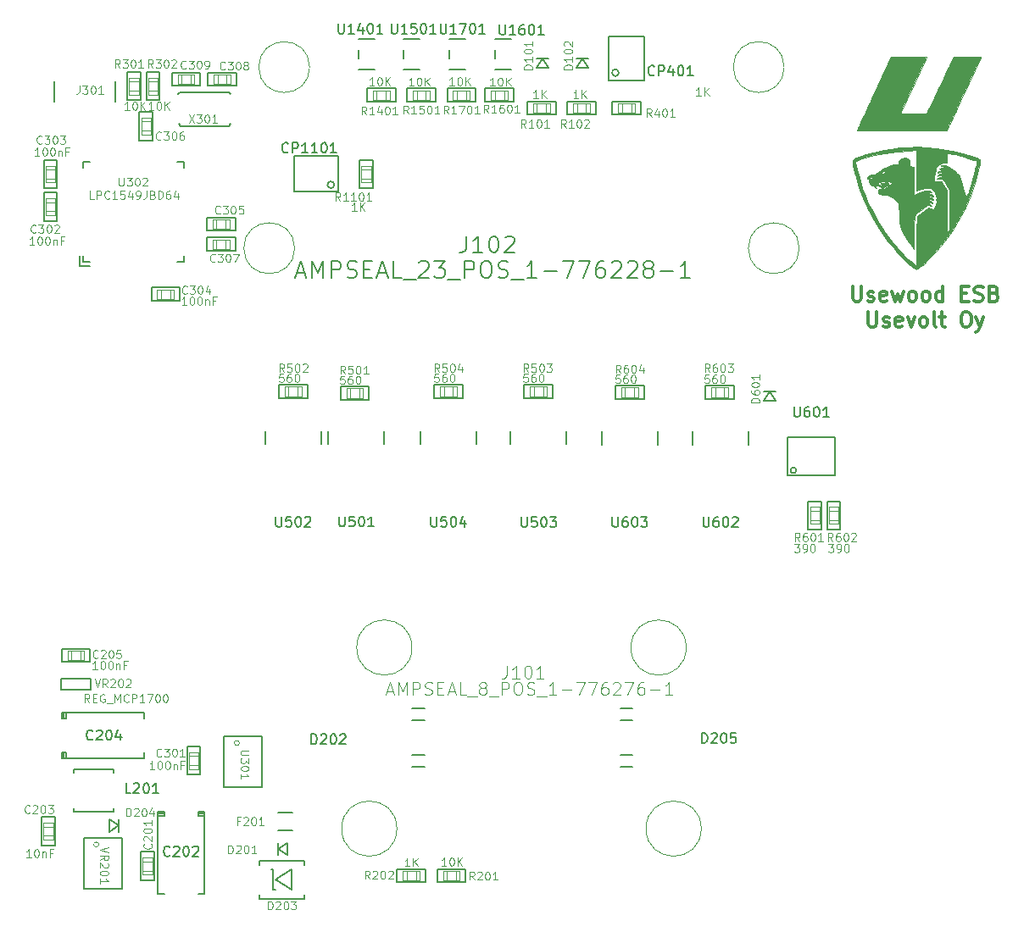
<source format=gto>
G04 #@! TF.GenerationSoftware,KiCad,Pcbnew,(2017-01-11 revision e99b79cb2)-master*
G04 #@! TF.CreationDate,2017-11-18T13:54:03+02:00*
G04 #@! TF.ProjectId,esb,6573622E6B696361645F706362000000,rev?*
G04 #@! TF.FileFunction,Legend,Top*
G04 #@! TF.FilePolarity,Positive*
%FSLAX46Y46*%
G04 Gerber Fmt 4.6, Leading zero omitted, Abs format (unit mm)*
G04 Created by KiCad (PCBNEW (2017-01-11 revision e99b79cb2)-master) date Sat Nov 18 13:54:03 2017*
%MOMM*%
%LPD*%
G01*
G04 APERTURE LIST*
%ADD10C,0.100000*%
%ADD11C,0.300000*%
%ADD12C,0.010000*%
%ADD13C,0.200000*%
%ADD14C,0.203200*%
%ADD15C,0.198120*%
%ADD16C,0.127000*%
%ADD17C,0.099060*%
%ADD18C,0.150000*%
%ADD19C,0.101600*%
%ADD20C,0.076200*%
G04 APERTURE END LIST*
D10*
D11*
X201085714Y-76103571D02*
X201085714Y-77317857D01*
X201157142Y-77460714D01*
X201228571Y-77532142D01*
X201371428Y-77603571D01*
X201657142Y-77603571D01*
X201800000Y-77532142D01*
X201871428Y-77460714D01*
X201942857Y-77317857D01*
X201942857Y-76103571D01*
X202585714Y-77532142D02*
X202728571Y-77603571D01*
X203014285Y-77603571D01*
X203157142Y-77532142D01*
X203228571Y-77389285D01*
X203228571Y-77317857D01*
X203157142Y-77175000D01*
X203014285Y-77103571D01*
X202800000Y-77103571D01*
X202657142Y-77032142D01*
X202585714Y-76889285D01*
X202585714Y-76817857D01*
X202657142Y-76675000D01*
X202800000Y-76603571D01*
X203014285Y-76603571D01*
X203157142Y-76675000D01*
X204442857Y-77532142D02*
X204300000Y-77603571D01*
X204014285Y-77603571D01*
X203871428Y-77532142D01*
X203800000Y-77389285D01*
X203800000Y-76817857D01*
X203871428Y-76675000D01*
X204014285Y-76603571D01*
X204300000Y-76603571D01*
X204442857Y-76675000D01*
X204514285Y-76817857D01*
X204514285Y-76960714D01*
X203800000Y-77103571D01*
X205014285Y-76603571D02*
X205300000Y-77603571D01*
X205585714Y-76889285D01*
X205871428Y-77603571D01*
X206157142Y-76603571D01*
X206942857Y-77603571D02*
X206800000Y-77532142D01*
X206728571Y-77460714D01*
X206657142Y-77317857D01*
X206657142Y-76889285D01*
X206728571Y-76746428D01*
X206800000Y-76675000D01*
X206942857Y-76603571D01*
X207157142Y-76603571D01*
X207300000Y-76675000D01*
X207371428Y-76746428D01*
X207442857Y-76889285D01*
X207442857Y-77317857D01*
X207371428Y-77460714D01*
X207300000Y-77532142D01*
X207157142Y-77603571D01*
X206942857Y-77603571D01*
X208300000Y-77603571D02*
X208157142Y-77532142D01*
X208085714Y-77460714D01*
X208014285Y-77317857D01*
X208014285Y-76889285D01*
X208085714Y-76746428D01*
X208157142Y-76675000D01*
X208300000Y-76603571D01*
X208514285Y-76603571D01*
X208657142Y-76675000D01*
X208728571Y-76746428D01*
X208800000Y-76889285D01*
X208800000Y-77317857D01*
X208728571Y-77460714D01*
X208657142Y-77532142D01*
X208514285Y-77603571D01*
X208300000Y-77603571D01*
X210085714Y-77603571D02*
X210085714Y-76103571D01*
X210085714Y-77532142D02*
X209942857Y-77603571D01*
X209657142Y-77603571D01*
X209514285Y-77532142D01*
X209442857Y-77460714D01*
X209371428Y-77317857D01*
X209371428Y-76889285D01*
X209442857Y-76746428D01*
X209514285Y-76675000D01*
X209657142Y-76603571D01*
X209942857Y-76603571D01*
X210085714Y-76675000D01*
X211942857Y-76817857D02*
X212442857Y-76817857D01*
X212657142Y-77603571D02*
X211942857Y-77603571D01*
X211942857Y-76103571D01*
X212657142Y-76103571D01*
X213228571Y-77532142D02*
X213442857Y-77603571D01*
X213800000Y-77603571D01*
X213942857Y-77532142D01*
X214014285Y-77460714D01*
X214085714Y-77317857D01*
X214085714Y-77175000D01*
X214014285Y-77032142D01*
X213942857Y-76960714D01*
X213800000Y-76889285D01*
X213514285Y-76817857D01*
X213371428Y-76746428D01*
X213300000Y-76675000D01*
X213228571Y-76532142D01*
X213228571Y-76389285D01*
X213300000Y-76246428D01*
X213371428Y-76175000D01*
X213514285Y-76103571D01*
X213871428Y-76103571D01*
X214085714Y-76175000D01*
X215228571Y-76817857D02*
X215442857Y-76889285D01*
X215514285Y-76960714D01*
X215585714Y-77103571D01*
X215585714Y-77317857D01*
X215514285Y-77460714D01*
X215442857Y-77532142D01*
X215300000Y-77603571D01*
X214728571Y-77603571D01*
X214728571Y-76103571D01*
X215228571Y-76103571D01*
X215371428Y-76175000D01*
X215442857Y-76246428D01*
X215514285Y-76389285D01*
X215514285Y-76532142D01*
X215442857Y-76675000D01*
X215371428Y-76746428D01*
X215228571Y-76817857D01*
X214728571Y-76817857D01*
X202621428Y-78653571D02*
X202621428Y-79867857D01*
X202692857Y-80010714D01*
X202764285Y-80082142D01*
X202907142Y-80153571D01*
X203192857Y-80153571D01*
X203335714Y-80082142D01*
X203407142Y-80010714D01*
X203478571Y-79867857D01*
X203478571Y-78653571D01*
X204121428Y-80082142D02*
X204264285Y-80153571D01*
X204550000Y-80153571D01*
X204692857Y-80082142D01*
X204764285Y-79939285D01*
X204764285Y-79867857D01*
X204692857Y-79725000D01*
X204550000Y-79653571D01*
X204335714Y-79653571D01*
X204192857Y-79582142D01*
X204121428Y-79439285D01*
X204121428Y-79367857D01*
X204192857Y-79225000D01*
X204335714Y-79153571D01*
X204550000Y-79153571D01*
X204692857Y-79225000D01*
X205978571Y-80082142D02*
X205835714Y-80153571D01*
X205550000Y-80153571D01*
X205407142Y-80082142D01*
X205335714Y-79939285D01*
X205335714Y-79367857D01*
X205407142Y-79225000D01*
X205550000Y-79153571D01*
X205835714Y-79153571D01*
X205978571Y-79225000D01*
X206050000Y-79367857D01*
X206050000Y-79510714D01*
X205335714Y-79653571D01*
X206550000Y-79153571D02*
X206907142Y-80153571D01*
X207264285Y-79153571D01*
X208050000Y-80153571D02*
X207907142Y-80082142D01*
X207835714Y-80010714D01*
X207764285Y-79867857D01*
X207764285Y-79439285D01*
X207835714Y-79296428D01*
X207907142Y-79225000D01*
X208050000Y-79153571D01*
X208264285Y-79153571D01*
X208407142Y-79225000D01*
X208478571Y-79296428D01*
X208550000Y-79439285D01*
X208550000Y-79867857D01*
X208478571Y-80010714D01*
X208407142Y-80082142D01*
X208264285Y-80153571D01*
X208050000Y-80153571D01*
X209407142Y-80153571D02*
X209264285Y-80082142D01*
X209192857Y-79939285D01*
X209192857Y-78653571D01*
X209764285Y-79153571D02*
X210335714Y-79153571D01*
X209978571Y-78653571D02*
X209978571Y-79939285D01*
X210050000Y-80082142D01*
X210192857Y-80153571D01*
X210335714Y-80153571D01*
X212264285Y-78653571D02*
X212550000Y-78653571D01*
X212692857Y-78725000D01*
X212835714Y-78867857D01*
X212907142Y-79153571D01*
X212907142Y-79653571D01*
X212835714Y-79939285D01*
X212692857Y-80082142D01*
X212550000Y-80153571D01*
X212264285Y-80153571D01*
X212121428Y-80082142D01*
X211978571Y-79939285D01*
X211907142Y-79653571D01*
X211907142Y-79153571D01*
X211978571Y-78867857D01*
X212121428Y-78725000D01*
X212264285Y-78653571D01*
X213407142Y-79153571D02*
X213764285Y-80153571D01*
X214121428Y-79153571D02*
X213764285Y-80153571D01*
X213621428Y-80510714D01*
X213550000Y-80582142D01*
X213407142Y-80653571D01*
D12*
G36*
X206549322Y-63303067D02*
X206688807Y-63400100D01*
X206767031Y-63571241D01*
X206790400Y-63812050D01*
X206790400Y-64083999D01*
X207196800Y-64148985D01*
X207196800Y-65564892D01*
X207197630Y-65932316D01*
X207199975Y-66264280D01*
X207203615Y-66547901D01*
X207208330Y-66770298D01*
X207213899Y-66918589D01*
X207220103Y-66979891D01*
X207220972Y-66980799D01*
X207275706Y-66956671D01*
X207381115Y-66896846D01*
X207411472Y-66878400D01*
X207580316Y-66794194D01*
X207807499Y-66706594D01*
X208059140Y-66626018D01*
X208301355Y-66562884D01*
X208500262Y-66527610D01*
X208565394Y-66523600D01*
X208770036Y-66561654D01*
X208880272Y-66627639D01*
X209000200Y-66731679D01*
X208835100Y-66699803D01*
X208710699Y-66693696D01*
X208667758Y-66729799D01*
X208703471Y-66793561D01*
X208815031Y-66870429D01*
X208873435Y-66898602D01*
X209012986Y-66977313D01*
X209113771Y-67064585D01*
X209130871Y-67089260D01*
X209160939Y-67153203D01*
X209140667Y-67162937D01*
X209052138Y-67121483D01*
X209024451Y-67107206D01*
X208880290Y-67056070D01*
X208771098Y-67060138D01*
X208721569Y-67117618D01*
X208720800Y-67129222D01*
X208762249Y-67181900D01*
X208864216Y-67246839D01*
X208886370Y-67257801D01*
X209017399Y-67339466D01*
X209110961Y-67431182D01*
X209114853Y-67437107D01*
X209150099Y-67499497D01*
X209134405Y-67512048D01*
X209050658Y-67477098D01*
X208999573Y-67452870D01*
X208873820Y-67402178D01*
X208799145Y-67403631D01*
X208758391Y-67434698D01*
X208721796Y-67495699D01*
X208756350Y-67523933D01*
X208850865Y-67576576D01*
X208958279Y-67658870D01*
X209044665Y-67742108D01*
X209076400Y-67794694D01*
X209035745Y-67806152D01*
X208934756Y-67779213D01*
X208901317Y-67766061D01*
X208761845Y-67724940D01*
X208700168Y-67744900D01*
X208719061Y-67818503D01*
X208821301Y-67938313D01*
X208832883Y-67949406D01*
X208923206Y-68042837D01*
X208934027Y-68077875D01*
X208898600Y-68070485D01*
X208698594Y-68012018D01*
X208549163Y-68014057D01*
X208415432Y-68082142D01*
X208323054Y-68161907D01*
X208188567Y-68276537D01*
X208003789Y-68416729D01*
X207805120Y-68555066D01*
X207773551Y-68575798D01*
X207631593Y-68668559D01*
X207516455Y-68751143D01*
X207425152Y-68835012D01*
X207354700Y-68931633D01*
X207302113Y-69052468D01*
X207264406Y-69208982D01*
X207238594Y-69412640D01*
X207221692Y-69674905D01*
X207210715Y-70007243D01*
X207202677Y-70421117D01*
X207196800Y-70790800D01*
X207171400Y-72391000D01*
X206835140Y-71908400D01*
X206524021Y-71441922D01*
X206254700Y-70997524D01*
X206037410Y-70592906D01*
X205900418Y-70291387D01*
X205854446Y-70169860D01*
X205819353Y-70051074D01*
X205792779Y-69916850D01*
X205772363Y-69749010D01*
X205755744Y-69529374D01*
X205740562Y-69239765D01*
X205728900Y-68970587D01*
X205710605Y-68577749D01*
X205689644Y-68271366D01*
X205662158Y-68036300D01*
X205624289Y-67857412D01*
X205572178Y-67719564D01*
X205501966Y-67607617D01*
X205409795Y-67506435D01*
X205339213Y-67441840D01*
X205096590Y-67241180D01*
X204892218Y-67106649D01*
X204699233Y-67026386D01*
X204490771Y-66988527D01*
X204295151Y-66980799D01*
X204086748Y-66976917D01*
X203948541Y-66960275D01*
X203849262Y-66923380D01*
X203757645Y-66858742D01*
X203746297Y-66849284D01*
X203624136Y-66707924D01*
X203590000Y-66568614D01*
X203606621Y-66459077D01*
X203677257Y-66405750D01*
X203746766Y-66388106D01*
X203884659Y-66335197D01*
X203936862Y-66260785D01*
X203911987Y-66181177D01*
X203818645Y-66112679D01*
X203665448Y-66071599D01*
X203576867Y-66066400D01*
X203451287Y-66072689D01*
X203403877Y-66101071D01*
X203411511Y-66165815D01*
X203412200Y-66168000D01*
X203418400Y-66251482D01*
X203362213Y-66258284D01*
X203247545Y-66188714D01*
X203200197Y-66151245D01*
X203078979Y-66062224D01*
X202975564Y-66003527D01*
X202967990Y-66000551D01*
X202862480Y-65918801D01*
X202862116Y-65918256D01*
X203209000Y-65918256D01*
X203394336Y-65889394D01*
X203575710Y-65890603D01*
X203755732Y-65964465D01*
X203764805Y-65969764D01*
X203907373Y-66040990D01*
X203976672Y-66042593D01*
X203973723Y-65974259D01*
X203945600Y-65914000D01*
X203906693Y-65825340D01*
X203903384Y-65789595D01*
X203958570Y-65777914D01*
X204087244Y-65760776D01*
X204261704Y-65741864D01*
X204264111Y-65741627D01*
X204453112Y-65727059D01*
X204564463Y-65731503D01*
X204620799Y-65757651D01*
X204638094Y-65786128D01*
X204629629Y-65897223D01*
X204523444Y-66011026D01*
X204323209Y-66123673D01*
X204313900Y-66127832D01*
X204185408Y-66199395D01*
X204108111Y-66270611D01*
X204098000Y-66297377D01*
X204120327Y-66357423D01*
X204193574Y-66359804D01*
X204327137Y-66302154D01*
X204513136Y-66192957D01*
X204677094Y-66078296D01*
X204815290Y-65960399D01*
X204886566Y-65879689D01*
X204943203Y-65782866D01*
X204940326Y-65727738D01*
X204882410Y-65676931D01*
X204759425Y-65633042D01*
X204564114Y-65614356D01*
X204321939Y-65618513D01*
X204058362Y-65643151D01*
X203798845Y-65685909D01*
X203568852Y-65744426D01*
X203396788Y-65814705D01*
X203209000Y-65918256D01*
X202862116Y-65918256D01*
X202765181Y-65773446D01*
X202696482Y-65601748D01*
X202675789Y-65466501D01*
X202663579Y-65362038D01*
X202633873Y-65325357D01*
X202628310Y-65327630D01*
X202564130Y-65319538D01*
X202544001Y-65296959D01*
X202548879Y-65220283D01*
X202594411Y-65164024D01*
X202743320Y-65164024D01*
X202745502Y-65230886D01*
X202779046Y-65281225D01*
X202885143Y-65350333D01*
X203008444Y-65319550D01*
X203015205Y-65315359D01*
X203024968Y-65267377D01*
X202936480Y-65197409D01*
X202927441Y-65192152D01*
X202809893Y-65147555D01*
X202743320Y-65164024D01*
X202594411Y-65164024D01*
X202623649Y-65127898D01*
X202742801Y-65039044D01*
X202880827Y-64972961D01*
X203005573Y-64948800D01*
X203285033Y-64902250D01*
X203562966Y-64771874D01*
X203576933Y-64760553D01*
X203963468Y-64760553D01*
X203968911Y-64793020D01*
X204049017Y-64839962D01*
X204167871Y-64839798D01*
X204275823Y-64795502D01*
X204299353Y-64773225D01*
X204334538Y-64676885D01*
X204283448Y-64609130D01*
X204209301Y-64594815D01*
X204102253Y-64623479D01*
X204009450Y-64687678D01*
X203963468Y-64760553D01*
X203576933Y-64760553D01*
X203810089Y-64571580D01*
X203818600Y-64562649D01*
X203958112Y-64436794D01*
X204098914Y-64344142D01*
X204174200Y-64314326D01*
X204347728Y-64264826D01*
X204519014Y-64185098D01*
X204690313Y-64082152D01*
X204876447Y-64005421D01*
X205152036Y-63953403D01*
X205244933Y-63943502D01*
X205639041Y-63907400D01*
X205694020Y-63678800D01*
X205747730Y-63518646D01*
X205830684Y-63419151D01*
X205926800Y-63361378D01*
X206092950Y-63305235D01*
X206288512Y-63274467D01*
X206342212Y-63272478D01*
X206549322Y-63303067D01*
X206549322Y-63303067D01*
G37*
X206549322Y-63303067D02*
X206688807Y-63400100D01*
X206767031Y-63571241D01*
X206790400Y-63812050D01*
X206790400Y-64083999D01*
X207196800Y-64148985D01*
X207196800Y-65564892D01*
X207197630Y-65932316D01*
X207199975Y-66264280D01*
X207203615Y-66547901D01*
X207208330Y-66770298D01*
X207213899Y-66918589D01*
X207220103Y-66979891D01*
X207220972Y-66980799D01*
X207275706Y-66956671D01*
X207381115Y-66896846D01*
X207411472Y-66878400D01*
X207580316Y-66794194D01*
X207807499Y-66706594D01*
X208059140Y-66626018D01*
X208301355Y-66562884D01*
X208500262Y-66527610D01*
X208565394Y-66523600D01*
X208770036Y-66561654D01*
X208880272Y-66627639D01*
X209000200Y-66731679D01*
X208835100Y-66699803D01*
X208710699Y-66693696D01*
X208667758Y-66729799D01*
X208703471Y-66793561D01*
X208815031Y-66870429D01*
X208873435Y-66898602D01*
X209012986Y-66977313D01*
X209113771Y-67064585D01*
X209130871Y-67089260D01*
X209160939Y-67153203D01*
X209140667Y-67162937D01*
X209052138Y-67121483D01*
X209024451Y-67107206D01*
X208880290Y-67056070D01*
X208771098Y-67060138D01*
X208721569Y-67117618D01*
X208720800Y-67129222D01*
X208762249Y-67181900D01*
X208864216Y-67246839D01*
X208886370Y-67257801D01*
X209017399Y-67339466D01*
X209110961Y-67431182D01*
X209114853Y-67437107D01*
X209150099Y-67499497D01*
X209134405Y-67512048D01*
X209050658Y-67477098D01*
X208999573Y-67452870D01*
X208873820Y-67402178D01*
X208799145Y-67403631D01*
X208758391Y-67434698D01*
X208721796Y-67495699D01*
X208756350Y-67523933D01*
X208850865Y-67576576D01*
X208958279Y-67658870D01*
X209044665Y-67742108D01*
X209076400Y-67794694D01*
X209035745Y-67806152D01*
X208934756Y-67779213D01*
X208901317Y-67766061D01*
X208761845Y-67724940D01*
X208700168Y-67744900D01*
X208719061Y-67818503D01*
X208821301Y-67938313D01*
X208832883Y-67949406D01*
X208923206Y-68042837D01*
X208934027Y-68077875D01*
X208898600Y-68070485D01*
X208698594Y-68012018D01*
X208549163Y-68014057D01*
X208415432Y-68082142D01*
X208323054Y-68161907D01*
X208188567Y-68276537D01*
X208003789Y-68416729D01*
X207805120Y-68555066D01*
X207773551Y-68575798D01*
X207631593Y-68668559D01*
X207516455Y-68751143D01*
X207425152Y-68835012D01*
X207354700Y-68931633D01*
X207302113Y-69052468D01*
X207264406Y-69208982D01*
X207238594Y-69412640D01*
X207221692Y-69674905D01*
X207210715Y-70007243D01*
X207202677Y-70421117D01*
X207196800Y-70790800D01*
X207171400Y-72391000D01*
X206835140Y-71908400D01*
X206524021Y-71441922D01*
X206254700Y-70997524D01*
X206037410Y-70592906D01*
X205900418Y-70291387D01*
X205854446Y-70169860D01*
X205819353Y-70051074D01*
X205792779Y-69916850D01*
X205772363Y-69749010D01*
X205755744Y-69529374D01*
X205740562Y-69239765D01*
X205728900Y-68970587D01*
X205710605Y-68577749D01*
X205689644Y-68271366D01*
X205662158Y-68036300D01*
X205624289Y-67857412D01*
X205572178Y-67719564D01*
X205501966Y-67607617D01*
X205409795Y-67506435D01*
X205339213Y-67441840D01*
X205096590Y-67241180D01*
X204892218Y-67106649D01*
X204699233Y-67026386D01*
X204490771Y-66988527D01*
X204295151Y-66980799D01*
X204086748Y-66976917D01*
X203948541Y-66960275D01*
X203849262Y-66923380D01*
X203757645Y-66858742D01*
X203746297Y-66849284D01*
X203624136Y-66707924D01*
X203590000Y-66568614D01*
X203606621Y-66459077D01*
X203677257Y-66405750D01*
X203746766Y-66388106D01*
X203884659Y-66335197D01*
X203936862Y-66260785D01*
X203911987Y-66181177D01*
X203818645Y-66112679D01*
X203665448Y-66071599D01*
X203576867Y-66066400D01*
X203451287Y-66072689D01*
X203403877Y-66101071D01*
X203411511Y-66165815D01*
X203412200Y-66168000D01*
X203418400Y-66251482D01*
X203362213Y-66258284D01*
X203247545Y-66188714D01*
X203200197Y-66151245D01*
X203078979Y-66062224D01*
X202975564Y-66003527D01*
X202967990Y-66000551D01*
X202862480Y-65918801D01*
X202862116Y-65918256D01*
X203209000Y-65918256D01*
X203394336Y-65889394D01*
X203575710Y-65890603D01*
X203755732Y-65964465D01*
X203764805Y-65969764D01*
X203907373Y-66040990D01*
X203976672Y-66042593D01*
X203973723Y-65974259D01*
X203945600Y-65914000D01*
X203906693Y-65825340D01*
X203903384Y-65789595D01*
X203958570Y-65777914D01*
X204087244Y-65760776D01*
X204261704Y-65741864D01*
X204264111Y-65741627D01*
X204453112Y-65727059D01*
X204564463Y-65731503D01*
X204620799Y-65757651D01*
X204638094Y-65786128D01*
X204629629Y-65897223D01*
X204523444Y-66011026D01*
X204323209Y-66123673D01*
X204313900Y-66127832D01*
X204185408Y-66199395D01*
X204108111Y-66270611D01*
X204098000Y-66297377D01*
X204120327Y-66357423D01*
X204193574Y-66359804D01*
X204327137Y-66302154D01*
X204513136Y-66192957D01*
X204677094Y-66078296D01*
X204815290Y-65960399D01*
X204886566Y-65879689D01*
X204943203Y-65782866D01*
X204940326Y-65727738D01*
X204882410Y-65676931D01*
X204759425Y-65633042D01*
X204564114Y-65614356D01*
X204321939Y-65618513D01*
X204058362Y-65643151D01*
X203798845Y-65685909D01*
X203568852Y-65744426D01*
X203396788Y-65814705D01*
X203209000Y-65918256D01*
X202862116Y-65918256D01*
X202765181Y-65773446D01*
X202696482Y-65601748D01*
X202675789Y-65466501D01*
X202663579Y-65362038D01*
X202633873Y-65325357D01*
X202628310Y-65327630D01*
X202564130Y-65319538D01*
X202544001Y-65296959D01*
X202548879Y-65220283D01*
X202594411Y-65164024D01*
X202743320Y-65164024D01*
X202745502Y-65230886D01*
X202779046Y-65281225D01*
X202885143Y-65350333D01*
X203008444Y-65319550D01*
X203015205Y-65315359D01*
X203024968Y-65267377D01*
X202936480Y-65197409D01*
X202927441Y-65192152D01*
X202809893Y-65147555D01*
X202743320Y-65164024D01*
X202594411Y-65164024D01*
X202623649Y-65127898D01*
X202742801Y-65039044D01*
X202880827Y-64972961D01*
X203005573Y-64948800D01*
X203285033Y-64902250D01*
X203562966Y-64771874D01*
X203576933Y-64760553D01*
X203963468Y-64760553D01*
X203968911Y-64793020D01*
X204049017Y-64839962D01*
X204167871Y-64839798D01*
X204275823Y-64795502D01*
X204299353Y-64773225D01*
X204334538Y-64676885D01*
X204283448Y-64609130D01*
X204209301Y-64594815D01*
X204102253Y-64623479D01*
X204009450Y-64687678D01*
X203963468Y-64760553D01*
X203576933Y-64760553D01*
X203810089Y-64571580D01*
X203818600Y-64562649D01*
X203958112Y-64436794D01*
X204098914Y-64344142D01*
X204174200Y-64314326D01*
X204347728Y-64264826D01*
X204519014Y-64185098D01*
X204690313Y-64082152D01*
X204876447Y-64005421D01*
X205152036Y-63953403D01*
X205244933Y-63943502D01*
X205639041Y-63907400D01*
X205694020Y-63678800D01*
X205747730Y-63518646D01*
X205830684Y-63419151D01*
X205926800Y-63361378D01*
X206092950Y-63305235D01*
X206288512Y-63274467D01*
X206342212Y-63272478D01*
X206549322Y-63303067D01*
G36*
X208445004Y-62207593D02*
X209420670Y-62298682D01*
X210411336Y-62443565D01*
X211395370Y-62639254D01*
X212351138Y-62882762D01*
X212981610Y-63076696D01*
X213227510Y-63163261D01*
X213445063Y-63249208D01*
X213612114Y-63325144D01*
X213706506Y-63381673D01*
X213711288Y-63386088D01*
X213759259Y-63453963D01*
X213784326Y-63548889D01*
X213785565Y-63685153D01*
X213762048Y-63877044D01*
X213712851Y-64138852D01*
X213641288Y-64466200D01*
X213293508Y-65775123D01*
X212853958Y-67045830D01*
X212325132Y-68273758D01*
X211709525Y-69454348D01*
X211009632Y-70583036D01*
X210227949Y-71655264D01*
X209366969Y-72666468D01*
X208874108Y-73181368D01*
X208486709Y-73563752D01*
X208161680Y-73870893D01*
X207896010Y-74105321D01*
X207686688Y-74269563D01*
X207530704Y-74366147D01*
X207425400Y-74397600D01*
X207321740Y-74364163D01*
X207168185Y-74272787D01*
X206987184Y-74136868D01*
X206983537Y-74133868D01*
X206548843Y-73751347D01*
X206082846Y-73297523D01*
X205601883Y-72790833D01*
X205122290Y-72249713D01*
X204660401Y-71692600D01*
X204232554Y-71137931D01*
X203855083Y-70604141D01*
X203852233Y-70599888D01*
X203177708Y-69521941D01*
X202596622Y-68437207D01*
X202101363Y-67328334D01*
X201684322Y-66177968D01*
X201337888Y-64968755D01*
X201280803Y-64736689D01*
X201190281Y-64352058D01*
X201124994Y-64052835D01*
X201083640Y-63826355D01*
X201065779Y-63667599D01*
X201379069Y-63667599D01*
X201383176Y-63718767D01*
X201588537Y-64643043D01*
X201810371Y-65488508D01*
X202056124Y-66277551D01*
X202333240Y-67032559D01*
X202649164Y-67775922D01*
X202927271Y-68361971D01*
X203568507Y-69543887D01*
X204295820Y-70671880D01*
X205108826Y-71745379D01*
X205633523Y-72358529D01*
X205833241Y-72575563D01*
X206057301Y-72808717D01*
X206294595Y-73047533D01*
X206534014Y-73281556D01*
X206764452Y-73500326D01*
X206974801Y-73693386D01*
X207153951Y-73850280D01*
X207290796Y-73960549D01*
X207374227Y-74013737D01*
X207393124Y-74015079D01*
X207400155Y-73959291D01*
X207407722Y-73811987D01*
X207415586Y-73583248D01*
X207423506Y-73283153D01*
X207431244Y-72921783D01*
X207438559Y-72509219D01*
X207445214Y-72055542D01*
X207450800Y-71586737D01*
X207457994Y-70980782D01*
X207465813Y-70470472D01*
X207474466Y-70049850D01*
X207484162Y-69712961D01*
X207495110Y-69453851D01*
X207507518Y-69266564D01*
X207521597Y-69145145D01*
X207537555Y-69083638D01*
X207538718Y-69081473D01*
X207611252Y-69001669D01*
X207744274Y-68892859D01*
X207910469Y-68777162D01*
X207929311Y-68765149D01*
X208120890Y-68637888D01*
X208305518Y-68504868D01*
X208440834Y-68396882D01*
X208624281Y-68235813D01*
X208870507Y-68351138D01*
X209051482Y-68421610D01*
X209163946Y-68426542D01*
X209218814Y-68363749D01*
X209228800Y-68279422D01*
X209259917Y-68158794D01*
X209305000Y-68098400D01*
X209363012Y-68002180D01*
X209381200Y-67899139D01*
X209399585Y-67777721D01*
X209433887Y-67710432D01*
X209459812Y-67613639D01*
X209437597Y-67528922D01*
X209415696Y-67399217D01*
X209439184Y-67349535D01*
X209456643Y-67260652D01*
X209410074Y-67108281D01*
X209358019Y-66955605D01*
X209331327Y-66822407D01*
X209330400Y-66802707D01*
X209287761Y-66685387D01*
X209177346Y-66552280D01*
X209025402Y-66426092D01*
X208858179Y-66329530D01*
X208737787Y-66290070D01*
X208536194Y-66281564D01*
X208273860Y-66312990D01*
X207981033Y-66379072D01*
X207694510Y-66472036D01*
X207450800Y-66564638D01*
X207450800Y-65490802D01*
X209209654Y-65490802D01*
X209209889Y-65583740D01*
X209288670Y-65636118D01*
X209451864Y-65649773D01*
X209661124Y-65632336D01*
X209836017Y-65619211D01*
X209928193Y-65632590D01*
X209940000Y-65648807D01*
X209967979Y-65710122D01*
X210043059Y-65832178D01*
X210151949Y-65994014D01*
X210219400Y-66089548D01*
X210498800Y-66478973D01*
X210500405Y-68596786D01*
X210502010Y-70714600D01*
X210752800Y-70429534D01*
X210752800Y-66428325D01*
X210415913Y-65929862D01*
X210277140Y-65730035D01*
X210152411Y-65560445D01*
X210055885Y-65439715D01*
X210003510Y-65387416D01*
X209907497Y-65365814D01*
X209761888Y-65366407D01*
X209718097Y-65371068D01*
X209508200Y-65398704D01*
X209628127Y-65300752D01*
X209755795Y-65228667D01*
X209869427Y-65202800D01*
X209966119Y-65176621D01*
X209990800Y-65101200D01*
X209952352Y-65018932D01*
X209840188Y-65001942D01*
X209663907Y-65049142D01*
X209570044Y-65072029D01*
X209533600Y-65057142D01*
X209575841Y-65010418D01*
X209681710Y-64944608D01*
X209819921Y-64876879D01*
X209955919Y-64825396D01*
X210028591Y-64784745D01*
X210018360Y-64743924D01*
X209943304Y-64713980D01*
X209821500Y-64705960D01*
X209768313Y-64710747D01*
X209559000Y-64738304D01*
X209678927Y-64640352D01*
X209818854Y-64567365D01*
X209949861Y-64542400D01*
X210058514Y-64525613D01*
X210082464Y-64485654D01*
X210030919Y-64438125D01*
X209913086Y-64398628D01*
X209859829Y-64389836D01*
X209751605Y-64365586D01*
X209733128Y-64337216D01*
X209793071Y-64310906D01*
X209920104Y-64292837D01*
X210045754Y-64288400D01*
X210190207Y-64273243D01*
X210244098Y-64226197D01*
X210244800Y-64217635D01*
X210198533Y-64137957D01*
X210071595Y-64092078D01*
X209973945Y-64084422D01*
X209902159Y-64076324D01*
X209923230Y-64045682D01*
X209940000Y-64034400D01*
X210096790Y-63987482D01*
X210307474Y-64017267D01*
X210577099Y-64124567D01*
X210613616Y-64142671D01*
X210847145Y-64277166D01*
X211091203Y-64445561D01*
X211323915Y-64629859D01*
X211523408Y-64812062D01*
X211667807Y-64974175D01*
X211716928Y-65050400D01*
X211763187Y-65162652D01*
X211828265Y-65350184D01*
X211904711Y-65590130D01*
X211985068Y-65859624D01*
X212015017Y-65964800D01*
X212096630Y-66250669D01*
X212177791Y-66526722D01*
X212250517Y-66766337D01*
X212306820Y-66942888D01*
X212319743Y-66980800D01*
X212417584Y-67260200D01*
X212528793Y-67006200D01*
X212652671Y-66696030D01*
X212788360Y-66309603D01*
X212928934Y-65870518D01*
X213067467Y-65402373D01*
X213197032Y-64928769D01*
X213310703Y-64473305D01*
X213401554Y-64059580D01*
X213417443Y-63978331D01*
X213450450Y-63774323D01*
X213454577Y-63649952D01*
X213430224Y-63587564D01*
X213426380Y-63584169D01*
X213330895Y-63534389D01*
X213153330Y-63466589D01*
X212910638Y-63385441D01*
X212619771Y-63295619D01*
X212297685Y-63201794D01*
X211961330Y-63108639D01*
X211627662Y-63020826D01*
X211313632Y-62943028D01*
X211036195Y-62879918D01*
X210812303Y-62836167D01*
X210658909Y-62816449D01*
X210638500Y-62815802D01*
X210498800Y-62815200D01*
X210498800Y-63778456D01*
X210282900Y-63750760D01*
X210082673Y-63759535D01*
X209873182Y-63822746D01*
X209689441Y-63924938D01*
X209566469Y-64050658D01*
X209554662Y-64072150D01*
X209474426Y-64202765D01*
X209408628Y-64286158D01*
X209348994Y-64395744D01*
X209350515Y-64470746D01*
X209348873Y-64578527D01*
X209322256Y-64628412D01*
X209289907Y-64714637D01*
X209265009Y-64868040D01*
X209253557Y-65041073D01*
X209244126Y-65233795D01*
X209227496Y-65398738D01*
X209209654Y-65490802D01*
X207450800Y-65490802D01*
X207450800Y-62494493D01*
X206676100Y-62527055D01*
X205470863Y-62616195D01*
X204309423Y-62782943D01*
X203164642Y-63032167D01*
X202040600Y-63358570D01*
X201769674Y-63448221D01*
X201582051Y-63516282D01*
X201463739Y-63570421D01*
X201400742Y-63618304D01*
X201379069Y-63667599D01*
X201065779Y-63667599D01*
X201064918Y-63659952D01*
X201067527Y-63540961D01*
X201090167Y-63456717D01*
X201131537Y-63394553D01*
X201141843Y-63383756D01*
X201244465Y-63318291D01*
X201431888Y-63235562D01*
X201689635Y-63139884D01*
X202003224Y-63035574D01*
X202358178Y-62926948D01*
X202740015Y-62818321D01*
X203134258Y-62714010D01*
X203526425Y-62618331D01*
X203902039Y-62535600D01*
X204148800Y-62487441D01*
X204918177Y-62365758D01*
X205764281Y-62268371D01*
X206625208Y-62198749D01*
X207505973Y-62173286D01*
X208445004Y-62207593D01*
X208445004Y-62207593D01*
G37*
X208445004Y-62207593D02*
X209420670Y-62298682D01*
X210411336Y-62443565D01*
X211395370Y-62639254D01*
X212351138Y-62882762D01*
X212981610Y-63076696D01*
X213227510Y-63163261D01*
X213445063Y-63249208D01*
X213612114Y-63325144D01*
X213706506Y-63381673D01*
X213711288Y-63386088D01*
X213759259Y-63453963D01*
X213784326Y-63548889D01*
X213785565Y-63685153D01*
X213762048Y-63877044D01*
X213712851Y-64138852D01*
X213641288Y-64466200D01*
X213293508Y-65775123D01*
X212853958Y-67045830D01*
X212325132Y-68273758D01*
X211709525Y-69454348D01*
X211009632Y-70583036D01*
X210227949Y-71655264D01*
X209366969Y-72666468D01*
X208874108Y-73181368D01*
X208486709Y-73563752D01*
X208161680Y-73870893D01*
X207896010Y-74105321D01*
X207686688Y-74269563D01*
X207530704Y-74366147D01*
X207425400Y-74397600D01*
X207321740Y-74364163D01*
X207168185Y-74272787D01*
X206987184Y-74136868D01*
X206983537Y-74133868D01*
X206548843Y-73751347D01*
X206082846Y-73297523D01*
X205601883Y-72790833D01*
X205122290Y-72249713D01*
X204660401Y-71692600D01*
X204232554Y-71137931D01*
X203855083Y-70604141D01*
X203852233Y-70599888D01*
X203177708Y-69521941D01*
X202596622Y-68437207D01*
X202101363Y-67328334D01*
X201684322Y-66177968D01*
X201337888Y-64968755D01*
X201280803Y-64736689D01*
X201190281Y-64352058D01*
X201124994Y-64052835D01*
X201083640Y-63826355D01*
X201065779Y-63667599D01*
X201379069Y-63667599D01*
X201383176Y-63718767D01*
X201588537Y-64643043D01*
X201810371Y-65488508D01*
X202056124Y-66277551D01*
X202333240Y-67032559D01*
X202649164Y-67775922D01*
X202927271Y-68361971D01*
X203568507Y-69543887D01*
X204295820Y-70671880D01*
X205108826Y-71745379D01*
X205633523Y-72358529D01*
X205833241Y-72575563D01*
X206057301Y-72808717D01*
X206294595Y-73047533D01*
X206534014Y-73281556D01*
X206764452Y-73500326D01*
X206974801Y-73693386D01*
X207153951Y-73850280D01*
X207290796Y-73960549D01*
X207374227Y-74013737D01*
X207393124Y-74015079D01*
X207400155Y-73959291D01*
X207407722Y-73811987D01*
X207415586Y-73583248D01*
X207423506Y-73283153D01*
X207431244Y-72921783D01*
X207438559Y-72509219D01*
X207445214Y-72055542D01*
X207450800Y-71586737D01*
X207457994Y-70980782D01*
X207465813Y-70470472D01*
X207474466Y-70049850D01*
X207484162Y-69712961D01*
X207495110Y-69453851D01*
X207507518Y-69266564D01*
X207521597Y-69145145D01*
X207537555Y-69083638D01*
X207538718Y-69081473D01*
X207611252Y-69001669D01*
X207744274Y-68892859D01*
X207910469Y-68777162D01*
X207929311Y-68765149D01*
X208120890Y-68637888D01*
X208305518Y-68504868D01*
X208440834Y-68396882D01*
X208624281Y-68235813D01*
X208870507Y-68351138D01*
X209051482Y-68421610D01*
X209163946Y-68426542D01*
X209218814Y-68363749D01*
X209228800Y-68279422D01*
X209259917Y-68158794D01*
X209305000Y-68098400D01*
X209363012Y-68002180D01*
X209381200Y-67899139D01*
X209399585Y-67777721D01*
X209433887Y-67710432D01*
X209459812Y-67613639D01*
X209437597Y-67528922D01*
X209415696Y-67399217D01*
X209439184Y-67349535D01*
X209456643Y-67260652D01*
X209410074Y-67108281D01*
X209358019Y-66955605D01*
X209331327Y-66822407D01*
X209330400Y-66802707D01*
X209287761Y-66685387D01*
X209177346Y-66552280D01*
X209025402Y-66426092D01*
X208858179Y-66329530D01*
X208737787Y-66290070D01*
X208536194Y-66281564D01*
X208273860Y-66312990D01*
X207981033Y-66379072D01*
X207694510Y-66472036D01*
X207450800Y-66564638D01*
X207450800Y-65490802D01*
X209209654Y-65490802D01*
X209209889Y-65583740D01*
X209288670Y-65636118D01*
X209451864Y-65649773D01*
X209661124Y-65632336D01*
X209836017Y-65619211D01*
X209928193Y-65632590D01*
X209940000Y-65648807D01*
X209967979Y-65710122D01*
X210043059Y-65832178D01*
X210151949Y-65994014D01*
X210219400Y-66089548D01*
X210498800Y-66478973D01*
X210500405Y-68596786D01*
X210502010Y-70714600D01*
X210752800Y-70429534D01*
X210752800Y-66428325D01*
X210415913Y-65929862D01*
X210277140Y-65730035D01*
X210152411Y-65560445D01*
X210055885Y-65439715D01*
X210003510Y-65387416D01*
X209907497Y-65365814D01*
X209761888Y-65366407D01*
X209718097Y-65371068D01*
X209508200Y-65398704D01*
X209628127Y-65300752D01*
X209755795Y-65228667D01*
X209869427Y-65202800D01*
X209966119Y-65176621D01*
X209990800Y-65101200D01*
X209952352Y-65018932D01*
X209840188Y-65001942D01*
X209663907Y-65049142D01*
X209570044Y-65072029D01*
X209533600Y-65057142D01*
X209575841Y-65010418D01*
X209681710Y-64944608D01*
X209819921Y-64876879D01*
X209955919Y-64825396D01*
X210028591Y-64784745D01*
X210018360Y-64743924D01*
X209943304Y-64713980D01*
X209821500Y-64705960D01*
X209768313Y-64710747D01*
X209559000Y-64738304D01*
X209678927Y-64640352D01*
X209818854Y-64567365D01*
X209949861Y-64542400D01*
X210058514Y-64525613D01*
X210082464Y-64485654D01*
X210030919Y-64438125D01*
X209913086Y-64398628D01*
X209859829Y-64389836D01*
X209751605Y-64365586D01*
X209733128Y-64337216D01*
X209793071Y-64310906D01*
X209920104Y-64292837D01*
X210045754Y-64288400D01*
X210190207Y-64273243D01*
X210244098Y-64226197D01*
X210244800Y-64217635D01*
X210198533Y-64137957D01*
X210071595Y-64092078D01*
X209973945Y-64084422D01*
X209902159Y-64076324D01*
X209923230Y-64045682D01*
X209940000Y-64034400D01*
X210096790Y-63987482D01*
X210307474Y-64017267D01*
X210577099Y-64124567D01*
X210613616Y-64142671D01*
X210847145Y-64277166D01*
X211091203Y-64445561D01*
X211323915Y-64629859D01*
X211523408Y-64812062D01*
X211667807Y-64974175D01*
X211716928Y-65050400D01*
X211763187Y-65162652D01*
X211828265Y-65350184D01*
X211904711Y-65590130D01*
X211985068Y-65859624D01*
X212015017Y-65964800D01*
X212096630Y-66250669D01*
X212177791Y-66526722D01*
X212250517Y-66766337D01*
X212306820Y-66942888D01*
X212319743Y-66980800D01*
X212417584Y-67260200D01*
X212528793Y-67006200D01*
X212652671Y-66696030D01*
X212788360Y-66309603D01*
X212928934Y-65870518D01*
X213067467Y-65402373D01*
X213197032Y-64928769D01*
X213310703Y-64473305D01*
X213401554Y-64059580D01*
X213417443Y-63978331D01*
X213450450Y-63774323D01*
X213454577Y-63649952D01*
X213430224Y-63587564D01*
X213426380Y-63584169D01*
X213330895Y-63534389D01*
X213153330Y-63466589D01*
X212910638Y-63385441D01*
X212619771Y-63295619D01*
X212297685Y-63201794D01*
X211961330Y-63108639D01*
X211627662Y-63020826D01*
X211313632Y-62943028D01*
X211036195Y-62879918D01*
X210812303Y-62836167D01*
X210658909Y-62816449D01*
X210638500Y-62815802D01*
X210498800Y-62815200D01*
X210498800Y-63778456D01*
X210282900Y-63750760D01*
X210082673Y-63759535D01*
X209873182Y-63822746D01*
X209689441Y-63924938D01*
X209566469Y-64050658D01*
X209554662Y-64072150D01*
X209474426Y-64202765D01*
X209408628Y-64286158D01*
X209348994Y-64395744D01*
X209350515Y-64470746D01*
X209348873Y-64578527D01*
X209322256Y-64628412D01*
X209289907Y-64714637D01*
X209265009Y-64868040D01*
X209253557Y-65041073D01*
X209244126Y-65233795D01*
X209227496Y-65398738D01*
X209209654Y-65490802D01*
X207450800Y-65490802D01*
X207450800Y-62494493D01*
X206676100Y-62527055D01*
X205470863Y-62616195D01*
X204309423Y-62782943D01*
X203164642Y-63032167D01*
X202040600Y-63358570D01*
X201769674Y-63448221D01*
X201582051Y-63516282D01*
X201463739Y-63570421D01*
X201400742Y-63618304D01*
X201379069Y-63667599D01*
X201065779Y-63667599D01*
X201064918Y-63659952D01*
X201067527Y-63540961D01*
X201090167Y-63456717D01*
X201131537Y-63394553D01*
X201141843Y-63383756D01*
X201244465Y-63318291D01*
X201431888Y-63235562D01*
X201689635Y-63139884D01*
X202003224Y-63035574D01*
X202358178Y-62926948D01*
X202740015Y-62818321D01*
X203134258Y-62714010D01*
X203526425Y-62618331D01*
X203902039Y-62535600D01*
X204148800Y-62487441D01*
X204918177Y-62365758D01*
X205764281Y-62268371D01*
X206625208Y-62198749D01*
X207505973Y-62173286D01*
X208445004Y-62207593D01*
G36*
X212893339Y-53192237D02*
X213218072Y-53194036D01*
X213493984Y-53196824D01*
X213707953Y-53200428D01*
X213846857Y-53204677D01*
X213897575Y-53209398D01*
X213897599Y-53209507D01*
X213877321Y-53259800D01*
X213822221Y-53382986D01*
X213740905Y-53560106D01*
X213649766Y-53755607D01*
X213488743Y-54098504D01*
X213306057Y-54487048D01*
X213106704Y-54910652D01*
X212895680Y-55358728D01*
X212677981Y-55820689D01*
X212458605Y-56285946D01*
X212242547Y-56743913D01*
X212034804Y-57184001D01*
X211840373Y-57595624D01*
X211664248Y-57968193D01*
X211511428Y-58291122D01*
X211386908Y-58553821D01*
X211295684Y-58745705D01*
X211242941Y-58855800D01*
X211156327Y-59038576D01*
X211042679Y-59284204D01*
X210915831Y-59562513D01*
X210789613Y-59843335D01*
X210771283Y-59884500D01*
X210471985Y-60557600D01*
X201495553Y-60557600D01*
X201529919Y-60449322D01*
X201561378Y-60371188D01*
X201628845Y-60217101D01*
X201725117Y-60003059D01*
X201842988Y-59745061D01*
X201975255Y-59459104D01*
X201993172Y-59420622D01*
X202097132Y-59197243D01*
X202238053Y-58894029D01*
X202410200Y-58523337D01*
X202607841Y-58097526D01*
X202825240Y-57628953D01*
X203056663Y-57129977D01*
X203296377Y-56612956D01*
X203538646Y-56090247D01*
X203651330Y-55847063D01*
X204880600Y-53193927D01*
X206668489Y-53192763D01*
X208456379Y-53191600D01*
X208334005Y-53458300D01*
X208289767Y-53554145D01*
X208207103Y-53732679D01*
X208090396Y-53984453D01*
X207944031Y-54300015D01*
X207772392Y-54669916D01*
X207579866Y-55084704D01*
X207370835Y-55534931D01*
X207149685Y-56011145D01*
X207019978Y-56290400D01*
X205828324Y-58855800D01*
X207129046Y-58869376D01*
X207482968Y-58871592D01*
X207803111Y-58870772D01*
X208075526Y-58867182D01*
X208286264Y-58861086D01*
X208421379Y-58852750D01*
X208466473Y-58843976D01*
X208494752Y-58791667D01*
X208562021Y-58656298D01*
X208664019Y-58446744D01*
X208796487Y-58171880D01*
X208955165Y-57840580D01*
X209135793Y-57461721D01*
X209334111Y-57044175D01*
X209545859Y-56596820D01*
X209594618Y-56493600D01*
X209817620Y-56021642D01*
X210035182Y-55561783D01*
X210241923Y-55125353D01*
X210432462Y-54723684D01*
X210601421Y-54368109D01*
X210743419Y-54069959D01*
X210853076Y-53840566D01*
X210925012Y-53691262D01*
X210927134Y-53686900D01*
X211168212Y-53191600D01*
X212532906Y-53191600D01*
X212893339Y-53192237D01*
X212893339Y-53192237D01*
G37*
X212893339Y-53192237D02*
X213218072Y-53194036D01*
X213493984Y-53196824D01*
X213707953Y-53200428D01*
X213846857Y-53204677D01*
X213897575Y-53209398D01*
X213897599Y-53209507D01*
X213877321Y-53259800D01*
X213822221Y-53382986D01*
X213740905Y-53560106D01*
X213649766Y-53755607D01*
X213488743Y-54098504D01*
X213306057Y-54487048D01*
X213106704Y-54910652D01*
X212895680Y-55358728D01*
X212677981Y-55820689D01*
X212458605Y-56285946D01*
X212242547Y-56743913D01*
X212034804Y-57184001D01*
X211840373Y-57595624D01*
X211664248Y-57968193D01*
X211511428Y-58291122D01*
X211386908Y-58553821D01*
X211295684Y-58745705D01*
X211242941Y-58855800D01*
X211156327Y-59038576D01*
X211042679Y-59284204D01*
X210915831Y-59562513D01*
X210789613Y-59843335D01*
X210771283Y-59884500D01*
X210471985Y-60557600D01*
X201495553Y-60557600D01*
X201529919Y-60449322D01*
X201561378Y-60371188D01*
X201628845Y-60217101D01*
X201725117Y-60003059D01*
X201842988Y-59745061D01*
X201975255Y-59459104D01*
X201993172Y-59420622D01*
X202097132Y-59197243D01*
X202238053Y-58894029D01*
X202410200Y-58523337D01*
X202607841Y-58097526D01*
X202825240Y-57628953D01*
X203056663Y-57129977D01*
X203296377Y-56612956D01*
X203538646Y-56090247D01*
X203651330Y-55847063D01*
X204880600Y-53193927D01*
X206668489Y-53192763D01*
X208456379Y-53191600D01*
X208334005Y-53458300D01*
X208289767Y-53554145D01*
X208207103Y-53732679D01*
X208090396Y-53984453D01*
X207944031Y-54300015D01*
X207772392Y-54669916D01*
X207579866Y-55084704D01*
X207370835Y-55534931D01*
X207149685Y-56011145D01*
X207019978Y-56290400D01*
X205828324Y-58855800D01*
X207129046Y-58869376D01*
X207482968Y-58871592D01*
X207803111Y-58870772D01*
X208075526Y-58867182D01*
X208286264Y-58861086D01*
X208421379Y-58852750D01*
X208466473Y-58843976D01*
X208494752Y-58791667D01*
X208562021Y-58656298D01*
X208664019Y-58446744D01*
X208796487Y-58171880D01*
X208955165Y-57840580D01*
X209135793Y-57461721D01*
X209334111Y-57044175D01*
X209545859Y-56596820D01*
X209594618Y-56493600D01*
X209817620Y-56021642D01*
X210035182Y-55561783D01*
X210241923Y-55125353D01*
X210432462Y-54723684D01*
X210601421Y-54368109D01*
X210743419Y-54069959D01*
X210853076Y-53840566D01*
X210925012Y-53691262D01*
X210927134Y-53686900D01*
X211168212Y-53191600D01*
X212532906Y-53191600D01*
X212893339Y-53192237D01*
D10*
X156161800Y-134517400D02*
X156161800Y-135482600D01*
X157457200Y-134517400D02*
X156542800Y-134517400D01*
X157838200Y-135482600D02*
X157838200Y-134517400D01*
X156542800Y-135482600D02*
X157457200Y-135482600D01*
X157838200Y-134517400D02*
X157457200Y-134517400D01*
X157457200Y-135482600D02*
X157838200Y-135482600D01*
X157457200Y-134517400D02*
X157457200Y-135482600D01*
X156161800Y-135482600D02*
X156542800Y-135482600D01*
X156542800Y-134517400D02*
X156161800Y-134517400D01*
X156542800Y-135482600D02*
X156542800Y-134517400D01*
D13*
X158422400Y-134339600D02*
X155577600Y-134339600D01*
X155577600Y-134339600D02*
X155577600Y-135660400D01*
X155577600Y-135660400D02*
X158422400Y-135660400D01*
X158422400Y-135660400D02*
X158422400Y-134339600D01*
D10*
X160161800Y-134517400D02*
X160161800Y-135482600D01*
X161457200Y-134517400D02*
X160542800Y-134517400D01*
X161838200Y-135482600D02*
X161838200Y-134517400D01*
X160542800Y-135482600D02*
X161457200Y-135482600D01*
X161838200Y-134517400D02*
X161457200Y-134517400D01*
X161457200Y-135482600D02*
X161838200Y-135482600D01*
X161457200Y-134517400D02*
X161457200Y-135482600D01*
X160161800Y-135482600D02*
X160542800Y-135482600D01*
X160542800Y-134517400D02*
X160161800Y-134517400D01*
X160542800Y-135482600D02*
X160542800Y-134517400D01*
D13*
X162422400Y-134339600D02*
X159577600Y-134339600D01*
X159577600Y-134339600D02*
X159577600Y-135660400D01*
X159577600Y-135660400D02*
X162422400Y-135660400D01*
X162422400Y-135660400D02*
X162422400Y-134339600D01*
D14*
X144614880Y-132899440D02*
X144614880Y-131700560D01*
X144614880Y-131700560D02*
X143715720Y-132300000D01*
X143715720Y-132300000D02*
X144614880Y-132899440D01*
X143715720Y-132899440D02*
X143715720Y-131700560D01*
D13*
X135910400Y-122077600D02*
X134589600Y-122077600D01*
X135910400Y-124922400D02*
X135910400Y-122077600D01*
X134589600Y-124922400D02*
X135910400Y-124922400D01*
X134589600Y-122077600D02*
X134589600Y-124922400D01*
D10*
X135732600Y-123957200D02*
X134767400Y-123957200D01*
X134767400Y-123957200D02*
X134767400Y-124338200D01*
X135732600Y-124338200D02*
X135732600Y-123957200D01*
X134767400Y-123042800D02*
X135732600Y-123042800D01*
X135732600Y-123042800D02*
X135732600Y-122661800D01*
X134767400Y-122661800D02*
X134767400Y-123042800D01*
X135732600Y-123957200D02*
X135732600Y-123042800D01*
X135732600Y-122661800D02*
X134767400Y-122661800D01*
X134767400Y-123042800D02*
X134767400Y-123957200D01*
X134767400Y-124338200D02*
X135732600Y-124338200D01*
D13*
X129960400Y-54677600D02*
X128639600Y-54677600D01*
X129960400Y-57522400D02*
X129960400Y-54677600D01*
X128639600Y-57522400D02*
X129960400Y-57522400D01*
X128639600Y-54677600D02*
X128639600Y-57522400D01*
D10*
X129782600Y-56557200D02*
X128817400Y-56557200D01*
X128817400Y-56557200D02*
X128817400Y-56938200D01*
X129782600Y-56938200D02*
X129782600Y-56557200D01*
X128817400Y-55642800D02*
X129782600Y-55642800D01*
X129782600Y-55642800D02*
X129782600Y-55261800D01*
X128817400Y-55261800D02*
X128817400Y-55642800D01*
X129782600Y-56557200D02*
X129782600Y-55642800D01*
X129782600Y-55261800D02*
X128817400Y-55261800D01*
X128817400Y-55642800D02*
X128817400Y-56557200D01*
X128817400Y-56938200D02*
X129782600Y-56938200D01*
D13*
X131860400Y-54677600D02*
X130539600Y-54677600D01*
X131860400Y-57522400D02*
X131860400Y-54677600D01*
X130539600Y-57522400D02*
X131860400Y-57522400D01*
X130539600Y-54677600D02*
X130539600Y-57522400D01*
D10*
X131682600Y-56557200D02*
X130717400Y-56557200D01*
X130717400Y-56557200D02*
X130717400Y-56938200D01*
X131682600Y-56938200D02*
X131682600Y-56557200D01*
X130717400Y-55642800D02*
X131682600Y-55642800D01*
X131682600Y-55642800D02*
X131682600Y-55261800D01*
X130717400Y-55261800D02*
X130717400Y-55642800D01*
X131682600Y-56557200D02*
X131682600Y-55642800D01*
X131682600Y-55261800D02*
X130717400Y-55261800D01*
X130717400Y-55642800D02*
X130717400Y-56557200D01*
X130717400Y-56938200D02*
X131682600Y-56938200D01*
D13*
X179922400Y-58960400D02*
X179922400Y-57639600D01*
X177077600Y-58960400D02*
X179922400Y-58960400D01*
X177077600Y-57639600D02*
X177077600Y-58960400D01*
X179922400Y-57639600D02*
X177077600Y-57639600D01*
D10*
X178042800Y-58782600D02*
X178042800Y-57817400D01*
X178042800Y-57817400D02*
X177661800Y-57817400D01*
X177661800Y-58782600D02*
X178042800Y-58782600D01*
X178957200Y-57817400D02*
X178957200Y-58782600D01*
X178957200Y-58782600D02*
X179338200Y-58782600D01*
X179338200Y-57817400D02*
X178957200Y-57817400D01*
X178042800Y-58782600D02*
X178957200Y-58782600D01*
X179338200Y-58782600D02*
X179338200Y-57817400D01*
X178957200Y-57817400D02*
X178042800Y-57817400D01*
X177661800Y-57817400D02*
X177661800Y-58782600D01*
D15*
X134248720Y-63701280D02*
X134248720Y-64300720D01*
X133649280Y-63701280D02*
X134248720Y-63701280D01*
X134248720Y-73099280D02*
X134248720Y-73698720D01*
X124251280Y-73099280D02*
X124251280Y-73698720D01*
X124251280Y-63701280D02*
X124251280Y-64300720D01*
X124251280Y-73698720D02*
X124850720Y-73698720D01*
X133649280Y-73698720D02*
X134248720Y-73698720D01*
X124251280Y-63701280D02*
X124850720Y-63701280D01*
X123852500Y-73099280D02*
X123852500Y-74097500D01*
X123852500Y-74097500D02*
X124850720Y-74097500D01*
D10*
X120267400Y-131388200D02*
X121232600Y-131388200D01*
X120267400Y-130092800D02*
X120267400Y-131007200D01*
X121232600Y-129711800D02*
X120267400Y-129711800D01*
X121232600Y-131007200D02*
X121232600Y-130092800D01*
X120267400Y-129711800D02*
X120267400Y-130092800D01*
X121232600Y-130092800D02*
X121232600Y-129711800D01*
X120267400Y-130092800D02*
X121232600Y-130092800D01*
X121232600Y-131388200D02*
X121232600Y-131007200D01*
X120267400Y-131007200D02*
X120267400Y-131388200D01*
X121232600Y-131007200D02*
X120267400Y-131007200D01*
D13*
X120089600Y-129127600D02*
X120089600Y-131972400D01*
X120089600Y-131972400D02*
X121410400Y-131972400D01*
X121410400Y-131972400D02*
X121410400Y-129127600D01*
X121410400Y-129127600D02*
X120089600Y-129127600D01*
X124922400Y-113660400D02*
X124922400Y-112339600D01*
X122077600Y-113660400D02*
X124922400Y-113660400D01*
X122077600Y-112339600D02*
X122077600Y-113660400D01*
X124922400Y-112339600D02*
X122077600Y-112339600D01*
D10*
X123042800Y-113482600D02*
X123042800Y-112517400D01*
X123042800Y-112517400D02*
X122661800Y-112517400D01*
X122661800Y-113482600D02*
X123042800Y-113482600D01*
X123957200Y-112517400D02*
X123957200Y-113482600D01*
X123957200Y-113482600D02*
X124338200Y-113482600D01*
X124338200Y-112517400D02*
X123957200Y-112517400D01*
X123042800Y-113482600D02*
X123957200Y-113482600D01*
X124338200Y-113482600D02*
X124338200Y-112517400D01*
X123957200Y-112517400D02*
X123042800Y-112517400D01*
X122661800Y-112517400D02*
X122661800Y-113482600D01*
X120467400Y-68988200D02*
X121432600Y-68988200D01*
X120467400Y-67692800D02*
X120467400Y-68607200D01*
X121432600Y-67311800D02*
X120467400Y-67311800D01*
X121432600Y-68607200D02*
X121432600Y-67692800D01*
X120467400Y-67311800D02*
X120467400Y-67692800D01*
X121432600Y-67692800D02*
X121432600Y-67311800D01*
X120467400Y-67692800D02*
X121432600Y-67692800D01*
X121432600Y-68988200D02*
X121432600Y-68607200D01*
X120467400Y-68607200D02*
X120467400Y-68988200D01*
X121432600Y-68607200D02*
X120467400Y-68607200D01*
D13*
X120289600Y-66727600D02*
X120289600Y-69572400D01*
X120289600Y-69572400D02*
X121610400Y-69572400D01*
X121610400Y-69572400D02*
X121610400Y-66727600D01*
X121610400Y-66727600D02*
X120289600Y-66727600D01*
X121610400Y-63477600D02*
X120289600Y-63477600D01*
X121610400Y-66322400D02*
X121610400Y-63477600D01*
X120289600Y-66322400D02*
X121610400Y-66322400D01*
X120289600Y-63477600D02*
X120289600Y-66322400D01*
D10*
X121432600Y-65357200D02*
X120467400Y-65357200D01*
X120467400Y-65357200D02*
X120467400Y-65738200D01*
X121432600Y-65738200D02*
X121432600Y-65357200D01*
X120467400Y-64442800D02*
X121432600Y-64442800D01*
X121432600Y-64442800D02*
X121432600Y-64061800D01*
X120467400Y-64061800D02*
X120467400Y-64442800D01*
X121432600Y-65357200D02*
X121432600Y-64442800D01*
X121432600Y-64061800D02*
X120467400Y-64061800D01*
X120467400Y-64442800D02*
X120467400Y-65357200D01*
X120467400Y-65738200D02*
X121432600Y-65738200D01*
D13*
X133872400Y-77560400D02*
X133872400Y-76239600D01*
X131027600Y-77560400D02*
X133872400Y-77560400D01*
X131027600Y-76239600D02*
X131027600Y-77560400D01*
X133872400Y-76239600D02*
X131027600Y-76239600D01*
D10*
X131992800Y-77382600D02*
X131992800Y-76417400D01*
X131992800Y-76417400D02*
X131611800Y-76417400D01*
X131611800Y-77382600D02*
X131992800Y-77382600D01*
X132907200Y-76417400D02*
X132907200Y-77382600D01*
X132907200Y-77382600D02*
X133288200Y-77382600D01*
X133288200Y-76417400D02*
X132907200Y-76417400D01*
X131992800Y-77382600D02*
X132907200Y-77382600D01*
X133288200Y-77382600D02*
X133288200Y-76417400D01*
X132907200Y-76417400D02*
X131992800Y-76417400D01*
X131611800Y-76417400D02*
X131611800Y-77382600D01*
D13*
X139422400Y-70560400D02*
X139422400Y-69239600D01*
X136577600Y-70560400D02*
X139422400Y-70560400D01*
X136577600Y-69239600D02*
X136577600Y-70560400D01*
X139422400Y-69239600D02*
X136577600Y-69239600D01*
D10*
X137542800Y-70382600D02*
X137542800Y-69417400D01*
X137542800Y-69417400D02*
X137161800Y-69417400D01*
X137161800Y-70382600D02*
X137542800Y-70382600D01*
X138457200Y-69417400D02*
X138457200Y-70382600D01*
X138457200Y-70382600D02*
X138838200Y-70382600D01*
X138838200Y-69417400D02*
X138457200Y-69417400D01*
X137542800Y-70382600D02*
X138457200Y-70382600D01*
X138838200Y-70382600D02*
X138838200Y-69417400D01*
X138457200Y-69417400D02*
X137542800Y-69417400D01*
X137161800Y-69417400D02*
X137161800Y-70382600D01*
X130017400Y-60938200D02*
X130982600Y-60938200D01*
X130017400Y-59642800D02*
X130017400Y-60557200D01*
X130982600Y-59261800D02*
X130017400Y-59261800D01*
X130982600Y-60557200D02*
X130982600Y-59642800D01*
X130017400Y-59261800D02*
X130017400Y-59642800D01*
X130982600Y-59642800D02*
X130982600Y-59261800D01*
X130017400Y-59642800D02*
X130982600Y-59642800D01*
X130982600Y-60938200D02*
X130982600Y-60557200D01*
X130017400Y-60557200D02*
X130017400Y-60938200D01*
X130982600Y-60557200D02*
X130017400Y-60557200D01*
D13*
X129839600Y-58677600D02*
X129839600Y-61522400D01*
X129839600Y-61522400D02*
X131160400Y-61522400D01*
X131160400Y-61522400D02*
X131160400Y-58677600D01*
X131160400Y-58677600D02*
X129839600Y-58677600D01*
D10*
X137161800Y-71417400D02*
X137161800Y-72382600D01*
X138457200Y-71417400D02*
X137542800Y-71417400D01*
X138838200Y-72382600D02*
X138838200Y-71417400D01*
X137542800Y-72382600D02*
X138457200Y-72382600D01*
X138838200Y-71417400D02*
X138457200Y-71417400D01*
X138457200Y-72382600D02*
X138838200Y-72382600D01*
X138457200Y-71417400D02*
X138457200Y-72382600D01*
X137161800Y-72382600D02*
X137542800Y-72382600D01*
X137542800Y-71417400D02*
X137161800Y-71417400D01*
X137542800Y-72382600D02*
X137542800Y-71417400D01*
D13*
X139422400Y-71239600D02*
X136577600Y-71239600D01*
X136577600Y-71239600D02*
X136577600Y-72560400D01*
X136577600Y-72560400D02*
X139422400Y-72560400D01*
X139422400Y-72560400D02*
X139422400Y-71239600D01*
X136677600Y-54739600D02*
X136677600Y-56060400D01*
X139522400Y-54739600D02*
X136677600Y-54739600D01*
X139522400Y-56060400D02*
X139522400Y-54739600D01*
X136677600Y-56060400D02*
X139522400Y-56060400D01*
D10*
X138557200Y-54917400D02*
X138557200Y-55882600D01*
X138557200Y-55882600D02*
X138938200Y-55882600D01*
X138938200Y-54917400D02*
X138557200Y-54917400D01*
X137642800Y-55882600D02*
X137642800Y-54917400D01*
X137642800Y-54917400D02*
X137261800Y-54917400D01*
X137261800Y-55882600D02*
X137642800Y-55882600D01*
X138557200Y-54917400D02*
X137642800Y-54917400D01*
X137261800Y-54917400D02*
X137261800Y-55882600D01*
X137642800Y-55882600D02*
X138557200Y-55882600D01*
X138938200Y-55882600D02*
X138938200Y-54917400D01*
D14*
X145098500Y-130499160D02*
X143701500Y-130499160D01*
X145098500Y-128700840D02*
X143701500Y-128700840D01*
D13*
X156577600Y-56339600D02*
X156577600Y-57660400D01*
X159422400Y-56339600D02*
X156577600Y-56339600D01*
X159422400Y-57660400D02*
X159422400Y-56339600D01*
X156577600Y-57660400D02*
X159422400Y-57660400D01*
D10*
X158457200Y-56517400D02*
X158457200Y-57482600D01*
X158457200Y-57482600D02*
X158838200Y-57482600D01*
X158838200Y-56517400D02*
X158457200Y-56517400D01*
X157542800Y-57482600D02*
X157542800Y-56517400D01*
X157542800Y-56517400D02*
X157161800Y-56517400D01*
X157161800Y-57482600D02*
X157542800Y-57482600D01*
X158457200Y-56517400D02*
X157542800Y-56517400D01*
X157161800Y-56517400D02*
X157161800Y-57482600D01*
X157542800Y-57482600D02*
X158457200Y-57482600D01*
X158838200Y-57482600D02*
X158838200Y-56517400D01*
D13*
X164377600Y-56339600D02*
X164377600Y-57660400D01*
X167222400Y-56339600D02*
X164377600Y-56339600D01*
X167222400Y-57660400D02*
X167222400Y-56339600D01*
X164377600Y-57660400D02*
X167222400Y-57660400D01*
D10*
X166257200Y-56517400D02*
X166257200Y-57482600D01*
X166257200Y-57482600D02*
X166638200Y-57482600D01*
X166638200Y-56517400D02*
X166257200Y-56517400D01*
X165342800Y-57482600D02*
X165342800Y-56517400D01*
X165342800Y-56517400D02*
X164961800Y-56517400D01*
X164961800Y-57482600D02*
X165342800Y-57482600D01*
X166257200Y-56517400D02*
X165342800Y-56517400D01*
X164961800Y-56517400D02*
X164961800Y-57482600D01*
X165342800Y-57482600D02*
X166257200Y-57482600D01*
X166638200Y-57482600D02*
X166638200Y-56517400D01*
D16*
X138959984Y-59898600D02*
X138759324Y-60099260D01*
X138759324Y-60099260D02*
X133963804Y-60099260D01*
X133963804Y-60099260D02*
X133763144Y-59898600D01*
X133664084Y-56901400D02*
X133862204Y-56700740D01*
X133862204Y-56700740D02*
X138759324Y-56700740D01*
X138759324Y-56700740D02*
X138959984Y-56901400D01*
D13*
X129989600Y-135472400D02*
X131310400Y-135472400D01*
X129989600Y-132627600D02*
X129989600Y-135472400D01*
X131310400Y-132627600D02*
X129989600Y-132627600D01*
X131310400Y-135472400D02*
X131310400Y-132627600D01*
D10*
X130167400Y-133592800D02*
X131132600Y-133592800D01*
X131132600Y-133592800D02*
X131132600Y-133211800D01*
X130167400Y-133211800D02*
X130167400Y-133592800D01*
X131132600Y-134507200D02*
X130167400Y-134507200D01*
X130167400Y-134507200D02*
X130167400Y-134888200D01*
X131132600Y-134888200D02*
X131132600Y-134507200D01*
X130167400Y-133592800D02*
X130167400Y-134507200D01*
X130167400Y-134888200D02*
X131132600Y-134888200D01*
X131132600Y-134507200D02*
X131132600Y-133592800D01*
X131132600Y-133211800D02*
X130167400Y-133211800D01*
D13*
X135922400Y-56060400D02*
X135922400Y-54739600D01*
X133077600Y-56060400D02*
X135922400Y-56060400D01*
X133077600Y-54739600D02*
X133077600Y-56060400D01*
X135922400Y-54739600D02*
X133077600Y-54739600D01*
D10*
X134042800Y-55882600D02*
X134042800Y-54917400D01*
X134042800Y-54917400D02*
X133661800Y-54917400D01*
X133661800Y-55882600D02*
X134042800Y-55882600D01*
X134957200Y-54917400D02*
X134957200Y-55882600D01*
X134957200Y-55882600D02*
X135338200Y-55882600D01*
X135338200Y-54917400D02*
X134957200Y-54917400D01*
X134042800Y-55882600D02*
X134957200Y-55882600D01*
X135338200Y-55882600D02*
X135338200Y-54917400D01*
X134957200Y-54917400D02*
X134042800Y-54917400D01*
X133661800Y-54917400D02*
X133661800Y-55882600D01*
D13*
X152577600Y-56339600D02*
X152577600Y-57660400D01*
X155422400Y-56339600D02*
X152577600Y-56339600D01*
X155422400Y-57660400D02*
X155422400Y-56339600D01*
X152577600Y-57660400D02*
X155422400Y-57660400D01*
D10*
X154457200Y-56517400D02*
X154457200Y-57482600D01*
X154457200Y-57482600D02*
X154838200Y-57482600D01*
X154838200Y-56517400D02*
X154457200Y-56517400D01*
X153542800Y-57482600D02*
X153542800Y-56517400D01*
X153542800Y-56517400D02*
X153161800Y-56517400D01*
X153161800Y-57482600D02*
X153542800Y-57482600D01*
X154457200Y-56517400D02*
X153542800Y-56517400D01*
X153161800Y-56517400D02*
X153161800Y-57482600D01*
X153542800Y-57482600D02*
X154457200Y-57482600D01*
X154838200Y-57482600D02*
X154838200Y-56517400D01*
X162838200Y-57482600D02*
X162838200Y-56517400D01*
X161542800Y-57482600D02*
X162457200Y-57482600D01*
X161161800Y-56517400D02*
X161161800Y-57482600D01*
X162457200Y-56517400D02*
X161542800Y-56517400D01*
X161161800Y-57482600D02*
X161542800Y-57482600D01*
X161542800Y-56517400D02*
X161161800Y-56517400D01*
X161542800Y-57482600D02*
X161542800Y-56517400D01*
X162838200Y-56517400D02*
X162457200Y-56517400D01*
X162457200Y-57482600D02*
X162838200Y-57482600D01*
X162457200Y-56517400D02*
X162457200Y-57482600D01*
D13*
X160577600Y-57660400D02*
X163422400Y-57660400D01*
X163422400Y-57660400D02*
X163422400Y-56339600D01*
X163422400Y-56339600D02*
X160577600Y-56339600D01*
X160577600Y-56339600D02*
X160577600Y-57660400D01*
D14*
X127448000Y-55584000D02*
X127448000Y-57616000D01*
X121352000Y-55584000D02*
X121352000Y-57616000D01*
D13*
X132300000Y-128600000D02*
X132300000Y-129000000D01*
X135700000Y-129000000D02*
X135700000Y-128600000D01*
X136300000Y-136800000D02*
X135700000Y-136800000D01*
X131700000Y-136800000D02*
X132300000Y-136800000D01*
X131700000Y-129000000D02*
X132300000Y-129000000D01*
X132300000Y-128800000D02*
X131700000Y-128800000D01*
X131700000Y-128600000D02*
X132300000Y-128600000D01*
X135700000Y-129000000D02*
X136300000Y-129000000D01*
X136300000Y-128800000D02*
X135700000Y-128800000D01*
X136300000Y-128600000D02*
X135700000Y-128600000D01*
X136300000Y-136800000D02*
X136300000Y-128600000D01*
X131700000Y-128600000D02*
X131700000Y-136800000D01*
X122100000Y-123300000D02*
X130300000Y-123300000D01*
X130300000Y-118700000D02*
X122100000Y-118700000D01*
X122100000Y-118700000D02*
X122100000Y-119300000D01*
X122300000Y-118700000D02*
X122300000Y-119300000D01*
X122500000Y-119300000D02*
X122500000Y-118700000D01*
X122100000Y-123300000D02*
X122100000Y-122700000D01*
X122300000Y-122700000D02*
X122300000Y-123300000D01*
X122500000Y-123300000D02*
X122500000Y-122700000D01*
X130300000Y-123300000D02*
X130300000Y-122700000D01*
X130300000Y-118700000D02*
X130300000Y-119300000D01*
X122500000Y-119300000D02*
X122100000Y-119300000D01*
X122100000Y-122700000D02*
X122500000Y-122700000D01*
X151700000Y-52500000D02*
X151700000Y-53300000D01*
X153300000Y-51400000D02*
X151700000Y-51400000D01*
X153300000Y-54400000D02*
X151700000Y-54400000D01*
X156200000Y-52500000D02*
X156200000Y-53300000D01*
X157800000Y-51400000D02*
X156200000Y-51400000D01*
X157800000Y-54400000D02*
X156200000Y-54400000D01*
X167000000Y-54400000D02*
X165400000Y-54400000D01*
X167000000Y-51400000D02*
X165400000Y-51400000D01*
X165400000Y-52500000D02*
X165400000Y-53300000D01*
X160800000Y-52500000D02*
X160800000Y-53300000D01*
X162400000Y-51400000D02*
X160800000Y-51400000D01*
X162400000Y-54400000D02*
X160800000Y-54400000D01*
D15*
X122052200Y-116449580D02*
X124947800Y-116449580D01*
X124947800Y-116449580D02*
X124947800Y-115350420D01*
X122052200Y-116449580D02*
X122052200Y-115350420D01*
X122052200Y-115350420D02*
X124947800Y-115350420D01*
D17*
X146839616Y-54200000D02*
G75*
G03X146839616Y-54200000I-2539616J0D01*
G01*
X145338476Y-72297500D02*
G75*
G03X145338476Y-72297500I-2539616J0D01*
G01*
X195737156Y-72297500D02*
G75*
G03X195737156Y-72297500I-2539616J0D01*
G01*
X194236016Y-54200000D02*
G75*
G03X194236016Y-54200000I-2539616J0D01*
G01*
X185956315Y-130297500D02*
G75*
G03X185956315Y-130297500I-2758735J0D01*
G01*
X184455175Y-112200000D02*
G75*
G03X184455175Y-112200000I-2758735J0D01*
G01*
X157058735Y-112200000D02*
G75*
G03X157058735Y-112200000I-2758735J0D01*
G01*
X155557595Y-130297500D02*
G75*
G03X155557595Y-130297500I-2758735J0D01*
G01*
D13*
X123300000Y-124400000D02*
X127300000Y-124400000D01*
X123300000Y-128600000D02*
X127300000Y-128600000D01*
X123300000Y-128600000D02*
X123300000Y-128300000D01*
X127300000Y-128600000D02*
X127300000Y-128300000D01*
X127300000Y-124400000D02*
X127300000Y-124700000D01*
X123300000Y-124700000D02*
X123300000Y-124400000D01*
D14*
X144998220Y-136398220D02*
X144998220Y-134401780D01*
X144998220Y-134401780D02*
X143400560Y-135400000D01*
X143400560Y-135400000D02*
X144998220Y-136398220D01*
X143400560Y-136398220D02*
X143202440Y-136398220D01*
X143202440Y-136398220D02*
X143202440Y-134401780D01*
X143202440Y-134401780D02*
X143001780Y-134401780D01*
X146298700Y-133500080D02*
X141800360Y-133500080D01*
X141800360Y-133500080D02*
X141800360Y-133901400D01*
X146298700Y-133500080D02*
X146298700Y-133901400D01*
X146298700Y-136898600D02*
X146298700Y-137299920D01*
X146298700Y-137299920D02*
X141800360Y-137299920D01*
X141800360Y-137299920D02*
X141800360Y-136898600D01*
X126850420Y-129400560D02*
X126850420Y-130599440D01*
X126850420Y-130599440D02*
X127749580Y-130000000D01*
X127749580Y-130000000D02*
X126850420Y-129400560D01*
X127749580Y-129400560D02*
X127749580Y-130599440D01*
D18*
X145300000Y-66670000D02*
X145300000Y-63070000D01*
X145300000Y-63070000D02*
X149700000Y-63070000D01*
X149700000Y-63070000D02*
X149700000Y-66670000D01*
X149700000Y-66670000D02*
X145300000Y-66670000D01*
X149298378Y-65960000D02*
G75*
G03X149298378Y-65960000I-338378J0D01*
G01*
D13*
X152772400Y-87435400D02*
X152772400Y-86114600D01*
X149927600Y-87435400D02*
X152772400Y-87435400D01*
X149927600Y-86114600D02*
X149927600Y-87435400D01*
X152772400Y-86114600D02*
X149927600Y-86114600D01*
D10*
X150892800Y-87257600D02*
X150892800Y-86292400D01*
X150892800Y-86292400D02*
X150511800Y-86292400D01*
X150511800Y-87257600D02*
X150892800Y-87257600D01*
X151807200Y-86292400D02*
X151807200Y-87257600D01*
X151807200Y-87257600D02*
X152188200Y-87257600D01*
X152188200Y-86292400D02*
X151807200Y-86292400D01*
X150892800Y-87257600D02*
X151807200Y-87257600D01*
X152188200Y-87257600D02*
X152188200Y-86292400D01*
X151807200Y-86292400D02*
X150892800Y-86292400D01*
X150511800Y-86292400D02*
X150511800Y-87257600D01*
X144361800Y-86117400D02*
X144361800Y-87082600D01*
X145657200Y-86117400D02*
X144742800Y-86117400D01*
X146038200Y-87082600D02*
X146038200Y-86117400D01*
X144742800Y-87082600D02*
X145657200Y-87082600D01*
X146038200Y-86117400D02*
X145657200Y-86117400D01*
X145657200Y-87082600D02*
X146038200Y-87082600D01*
X145657200Y-86117400D02*
X145657200Y-87082600D01*
X144361800Y-87082600D02*
X144742800Y-87082600D01*
X144742800Y-86117400D02*
X144361800Y-86117400D01*
X144742800Y-87082600D02*
X144742800Y-86117400D01*
D13*
X146622400Y-85939600D02*
X143777600Y-85939600D01*
X143777600Y-85939600D02*
X143777600Y-87260400D01*
X143777600Y-87260400D02*
X146622400Y-87260400D01*
X146622400Y-87260400D02*
X146622400Y-85939600D01*
D10*
X168861800Y-86117400D02*
X168861800Y-87082600D01*
X170157200Y-86117400D02*
X169242800Y-86117400D01*
X170538200Y-87082600D02*
X170538200Y-86117400D01*
X169242800Y-87082600D02*
X170157200Y-87082600D01*
X170538200Y-86117400D02*
X170157200Y-86117400D01*
X170157200Y-87082600D02*
X170538200Y-87082600D01*
X170157200Y-86117400D02*
X170157200Y-87082600D01*
X168861800Y-87082600D02*
X169242800Y-87082600D01*
X169242800Y-86117400D02*
X168861800Y-86117400D01*
X169242800Y-87082600D02*
X169242800Y-86117400D01*
D13*
X171122400Y-85939600D02*
X168277600Y-85939600D01*
X168277600Y-85939600D02*
X168277600Y-87260400D01*
X168277600Y-87260400D02*
X171122400Y-87260400D01*
X171122400Y-87260400D02*
X171122400Y-85939600D01*
D10*
X159861800Y-86117400D02*
X159861800Y-87082600D01*
X161157200Y-86117400D02*
X160242800Y-86117400D01*
X161538200Y-87082600D02*
X161538200Y-86117400D01*
X160242800Y-87082600D02*
X161157200Y-87082600D01*
X161538200Y-86117400D02*
X161157200Y-86117400D01*
X161157200Y-87082600D02*
X161538200Y-87082600D01*
X161157200Y-86117400D02*
X161157200Y-87082600D01*
X159861800Y-87082600D02*
X160242800Y-87082600D01*
X160242800Y-86117400D02*
X159861800Y-86117400D01*
X160242800Y-87082600D02*
X160242800Y-86117400D01*
D13*
X162122400Y-85939600D02*
X159277600Y-85939600D01*
X159277600Y-85939600D02*
X159277600Y-87260400D01*
X159277600Y-87260400D02*
X162122400Y-87260400D01*
X162122400Y-87260400D02*
X162122400Y-85939600D01*
D10*
X197782600Y-98161800D02*
X196817400Y-98161800D01*
X197782600Y-99457200D02*
X197782600Y-98542800D01*
X196817400Y-99838200D02*
X197782600Y-99838200D01*
X196817400Y-98542800D02*
X196817400Y-99457200D01*
X197782600Y-99838200D02*
X197782600Y-99457200D01*
X196817400Y-99457200D02*
X196817400Y-99838200D01*
X197782600Y-99457200D02*
X196817400Y-99457200D01*
X196817400Y-98161800D02*
X196817400Y-98542800D01*
X197782600Y-98542800D02*
X197782600Y-98161800D01*
X196817400Y-98542800D02*
X197782600Y-98542800D01*
D13*
X197960400Y-100422400D02*
X197960400Y-97577600D01*
X197960400Y-97577600D02*
X196639600Y-97577600D01*
X196639600Y-97577600D02*
X196639600Y-100422400D01*
X196639600Y-100422400D02*
X197960400Y-100422400D01*
X198539600Y-100422400D02*
X199860400Y-100422400D01*
X198539600Y-97577600D02*
X198539600Y-100422400D01*
X199860400Y-97577600D02*
X198539600Y-97577600D01*
X199860400Y-100422400D02*
X199860400Y-97577600D01*
D10*
X198717400Y-98542800D02*
X199682600Y-98542800D01*
X199682600Y-98542800D02*
X199682600Y-98161800D01*
X198717400Y-98161800D02*
X198717400Y-98542800D01*
X199682600Y-99457200D02*
X198717400Y-99457200D01*
X198717400Y-99457200D02*
X198717400Y-99838200D01*
X199682600Y-99838200D02*
X199682600Y-99457200D01*
X198717400Y-98542800D02*
X198717400Y-99457200D01*
X198717400Y-99838200D02*
X199682600Y-99838200D01*
X199682600Y-99457200D02*
X199682600Y-98542800D01*
X199682600Y-98161800D02*
X198717400Y-98161800D01*
D13*
X189222400Y-87360400D02*
X189222400Y-86039600D01*
X186377600Y-87360400D02*
X189222400Y-87360400D01*
X186377600Y-86039600D02*
X186377600Y-87360400D01*
X189222400Y-86039600D02*
X186377600Y-86039600D01*
D10*
X187342800Y-87182600D02*
X187342800Y-86217400D01*
X187342800Y-86217400D02*
X186961800Y-86217400D01*
X186961800Y-87182600D02*
X187342800Y-87182600D01*
X188257200Y-86217400D02*
X188257200Y-87182600D01*
X188257200Y-87182600D02*
X188638200Y-87182600D01*
X188638200Y-86217400D02*
X188257200Y-86217400D01*
X187342800Y-87182600D02*
X188257200Y-87182600D01*
X188638200Y-87182600D02*
X188638200Y-86217400D01*
X188257200Y-86217400D02*
X187342800Y-86217400D01*
X186961800Y-86217400D02*
X186961800Y-87182600D01*
D13*
X180222400Y-87360400D02*
X180222400Y-86039600D01*
X177377600Y-87360400D02*
X180222400Y-87360400D01*
X177377600Y-86039600D02*
X177377600Y-87360400D01*
X180222400Y-86039600D02*
X177377600Y-86039600D01*
D10*
X178342800Y-87182600D02*
X178342800Y-86217400D01*
X178342800Y-86217400D02*
X177961800Y-86217400D01*
X177961800Y-87182600D02*
X178342800Y-87182600D01*
X179257200Y-86217400D02*
X179257200Y-87182600D01*
X179257200Y-87182600D02*
X179638200Y-87182600D01*
X179638200Y-86217400D02*
X179257200Y-86217400D01*
X178342800Y-87182600D02*
X179257200Y-87182600D01*
X179638200Y-87182600D02*
X179638200Y-86217400D01*
X179257200Y-86217400D02*
X178342800Y-86217400D01*
X177961800Y-86217400D02*
X177961800Y-87182600D01*
D13*
X153160400Y-63477600D02*
X151839600Y-63477600D01*
X153160400Y-66322400D02*
X153160400Y-63477600D01*
X151839600Y-66322400D02*
X153160400Y-66322400D01*
X151839600Y-63477600D02*
X151839600Y-66322400D01*
D10*
X152982600Y-65357200D02*
X152017400Y-65357200D01*
X152017400Y-65357200D02*
X152017400Y-65738200D01*
X152982600Y-65738200D02*
X152982600Y-65357200D01*
X152017400Y-64442800D02*
X152982600Y-64442800D01*
X152982600Y-64442800D02*
X152982600Y-64061800D01*
X152017400Y-64061800D02*
X152017400Y-64442800D01*
X152982600Y-65357200D02*
X152982600Y-64442800D01*
X152982600Y-64061800D02*
X152017400Y-64061800D01*
X152017400Y-64442800D02*
X152017400Y-65357200D01*
X152017400Y-65738200D02*
X152982600Y-65738200D01*
D13*
X148700000Y-91850000D02*
X148700000Y-90550000D01*
X154300000Y-91850000D02*
X154300000Y-90550000D01*
X147980742Y-91875679D02*
X147980742Y-90575679D01*
X142380742Y-91875679D02*
X142380742Y-90575679D01*
X166900000Y-91900000D02*
X166900000Y-90600000D01*
X172500000Y-91900000D02*
X172500000Y-90600000D01*
X163480742Y-91875679D02*
X163480742Y-90575679D01*
X157880742Y-91875679D02*
X157880742Y-90575679D01*
X194550000Y-91200000D02*
X199350000Y-91200000D01*
X199350000Y-91200000D02*
X199350000Y-95000000D01*
X194550000Y-95000000D02*
X199350000Y-95000000D01*
X194550000Y-95000000D02*
X194550000Y-91200000D01*
X195432843Y-94500000D02*
G75*
G03X195432843Y-94500000I-282843J0D01*
G01*
X190661573Y-91907878D02*
X190661573Y-90607878D01*
X185061573Y-91907878D02*
X185061573Y-90607878D01*
X175991573Y-91907878D02*
X175991573Y-90607878D01*
X181591573Y-91907878D02*
X181591573Y-90607878D01*
D18*
X176670000Y-51100000D02*
X180270000Y-51100000D01*
X180270000Y-51100000D02*
X180270000Y-55500000D01*
X180270000Y-55500000D02*
X176670000Y-55500000D01*
X176670000Y-55500000D02*
X176670000Y-51100000D01*
X177718378Y-54760000D02*
G75*
G03X177718378Y-54760000I-338378J0D01*
G01*
D13*
X179100000Y-118300000D02*
X177900000Y-118300000D01*
X177900000Y-119500000D02*
X179100000Y-119500000D01*
X177900000Y-122900000D02*
X179100000Y-122900000D01*
X179100000Y-124100000D02*
X177900000Y-124100000D01*
X157100000Y-124100000D02*
X158300000Y-124100000D01*
X158300000Y-122900000D02*
X157100000Y-122900000D01*
X158300000Y-119500000D02*
X157100000Y-119500000D01*
X157100000Y-118300000D02*
X158300000Y-118300000D01*
D14*
X169500560Y-53350420D02*
X170699440Y-53350420D01*
X170100000Y-53350420D02*
X169500560Y-54249580D01*
X170699440Y-54249580D02*
X170100000Y-53350420D01*
X169500560Y-54249580D02*
X170699440Y-54249580D01*
X173500560Y-54249580D02*
X174699440Y-54249580D01*
X174699440Y-54249580D02*
X174100000Y-53350420D01*
X174100000Y-53350420D02*
X173500560Y-54249580D01*
X173500560Y-53350420D02*
X174699440Y-53350420D01*
D10*
X170838200Y-58782600D02*
X170838200Y-57817400D01*
X169542800Y-58782600D02*
X170457200Y-58782600D01*
X169161800Y-57817400D02*
X169161800Y-58782600D01*
X170457200Y-57817400D02*
X169542800Y-57817400D01*
X169161800Y-58782600D02*
X169542800Y-58782600D01*
X169542800Y-57817400D02*
X169161800Y-57817400D01*
X169542800Y-58782600D02*
X169542800Y-57817400D01*
X170838200Y-57817400D02*
X170457200Y-57817400D01*
X170457200Y-58782600D02*
X170838200Y-58782600D01*
X170457200Y-57817400D02*
X170457200Y-58782600D01*
D13*
X168577600Y-58960400D02*
X171422400Y-58960400D01*
X171422400Y-58960400D02*
X171422400Y-57639600D01*
X171422400Y-57639600D02*
X168577600Y-57639600D01*
X168577600Y-57639600D02*
X168577600Y-58960400D01*
X172577600Y-57639600D02*
X172577600Y-58960400D01*
X175422400Y-57639600D02*
X172577600Y-57639600D01*
X175422400Y-58960400D02*
X175422400Y-57639600D01*
X172577600Y-58960400D02*
X175422400Y-58960400D01*
D10*
X174457200Y-57817400D02*
X174457200Y-58782600D01*
X174457200Y-58782600D02*
X174838200Y-58782600D01*
X174838200Y-57817400D02*
X174457200Y-57817400D01*
X173542800Y-58782600D02*
X173542800Y-57817400D01*
X173542800Y-57817400D02*
X173161800Y-57817400D01*
X173161800Y-58782600D02*
X173542800Y-58782600D01*
X174457200Y-57817400D02*
X173542800Y-57817400D01*
X173161800Y-57817400D02*
X173161800Y-58782600D01*
X173542800Y-58782600D02*
X174457200Y-58782600D01*
X174838200Y-58782600D02*
X174838200Y-57817400D01*
D14*
X192200560Y-87549580D02*
X193399440Y-87549580D01*
X193399440Y-87549580D02*
X192800000Y-86650420D01*
X192800000Y-86650420D02*
X192200560Y-87549580D01*
X192200560Y-86650420D02*
X193399440Y-86650420D01*
X142105000Y-121110000D02*
X142105000Y-126190000D01*
X142105000Y-126190000D02*
X138295000Y-126190000D01*
X138295000Y-126190000D02*
X138295000Y-121110000D01*
X138295000Y-121110000D02*
X142105000Y-121110000D01*
D19*
X139816447Y-121745000D02*
G75*
G03X139816447Y-121745000I-251447J0D01*
G01*
X125776057Y-131876856D02*
G75*
G03X125776057Y-131876856I-251447J0D01*
G01*
D14*
X124254610Y-131241856D02*
X128064610Y-131241856D01*
X124254610Y-136321856D02*
X124254610Y-131241856D01*
X128064610Y-136321856D02*
X124254610Y-136321856D01*
X128064610Y-131241856D02*
X128064610Y-136321856D01*
D20*
X152840438Y-135317695D02*
X152569504Y-134930647D01*
X152375980Y-135317695D02*
X152375980Y-134504895D01*
X152685619Y-134504895D01*
X152763028Y-134543600D01*
X152801733Y-134582304D01*
X152840438Y-134659714D01*
X152840438Y-134775828D01*
X152801733Y-134853238D01*
X152763028Y-134891942D01*
X152685619Y-134930647D01*
X152375980Y-134930647D01*
X153150076Y-134582304D02*
X153188780Y-134543600D01*
X153266190Y-134504895D01*
X153459714Y-134504895D01*
X153537123Y-134543600D01*
X153575828Y-134582304D01*
X153614533Y-134659714D01*
X153614533Y-134737123D01*
X153575828Y-134853238D01*
X153111371Y-135317695D01*
X153614533Y-135317695D01*
X154117695Y-134504895D02*
X154195104Y-134504895D01*
X154272514Y-134543600D01*
X154311219Y-134582304D01*
X154349923Y-134659714D01*
X154388628Y-134814533D01*
X154388628Y-135008057D01*
X154349923Y-135162876D01*
X154311219Y-135240285D01*
X154272514Y-135278990D01*
X154195104Y-135317695D01*
X154117695Y-135317695D01*
X154040285Y-135278990D01*
X154001580Y-135240285D01*
X153962876Y-135162876D01*
X153924171Y-135008057D01*
X153924171Y-134814533D01*
X153962876Y-134659714D01*
X154001580Y-134582304D01*
X154040285Y-134543600D01*
X154117695Y-134504895D01*
X154698266Y-134582304D02*
X154736971Y-134543600D01*
X154814380Y-134504895D01*
X155007904Y-134504895D01*
X155085314Y-134543600D01*
X155124019Y-134582304D01*
X155162723Y-134659714D01*
X155162723Y-134737123D01*
X155124019Y-134853238D01*
X154659561Y-135317695D01*
X155162723Y-135317695D01*
X156825828Y-134067695D02*
X156361371Y-134067695D01*
X156593600Y-134067695D02*
X156593600Y-133254895D01*
X156516190Y-133371009D01*
X156438780Y-133448419D01*
X156361371Y-133487123D01*
X157174171Y-134067695D02*
X157174171Y-133254895D01*
X157638628Y-134067695D02*
X157290285Y-133603238D01*
X157638628Y-133254895D02*
X157174171Y-133719352D01*
X163290438Y-135417695D02*
X163019504Y-135030647D01*
X162825980Y-135417695D02*
X162825980Y-134604895D01*
X163135619Y-134604895D01*
X163213028Y-134643600D01*
X163251733Y-134682304D01*
X163290438Y-134759714D01*
X163290438Y-134875828D01*
X163251733Y-134953238D01*
X163213028Y-134991942D01*
X163135619Y-135030647D01*
X162825980Y-135030647D01*
X163600076Y-134682304D02*
X163638780Y-134643600D01*
X163716190Y-134604895D01*
X163909714Y-134604895D01*
X163987123Y-134643600D01*
X164025828Y-134682304D01*
X164064533Y-134759714D01*
X164064533Y-134837123D01*
X164025828Y-134953238D01*
X163561371Y-135417695D01*
X164064533Y-135417695D01*
X164567695Y-134604895D02*
X164645104Y-134604895D01*
X164722514Y-134643600D01*
X164761219Y-134682304D01*
X164799923Y-134759714D01*
X164838628Y-134914533D01*
X164838628Y-135108057D01*
X164799923Y-135262876D01*
X164761219Y-135340285D01*
X164722514Y-135378990D01*
X164645104Y-135417695D01*
X164567695Y-135417695D01*
X164490285Y-135378990D01*
X164451580Y-135340285D01*
X164412876Y-135262876D01*
X164374171Y-135108057D01*
X164374171Y-134914533D01*
X164412876Y-134759714D01*
X164451580Y-134682304D01*
X164490285Y-134643600D01*
X164567695Y-134604895D01*
X165612723Y-135417695D02*
X165148266Y-135417695D01*
X165380495Y-135417695D02*
X165380495Y-134604895D01*
X165303085Y-134721009D01*
X165225676Y-134798419D01*
X165148266Y-134837123D01*
X160488780Y-134017695D02*
X160024323Y-134017695D01*
X160256552Y-134017695D02*
X160256552Y-133204895D01*
X160179142Y-133321009D01*
X160101733Y-133398419D01*
X160024323Y-133437123D01*
X160991942Y-133204895D02*
X161069352Y-133204895D01*
X161146761Y-133243600D01*
X161185466Y-133282304D01*
X161224171Y-133359714D01*
X161262876Y-133514533D01*
X161262876Y-133708057D01*
X161224171Y-133862876D01*
X161185466Y-133940285D01*
X161146761Y-133978990D01*
X161069352Y-134017695D01*
X160991942Y-134017695D01*
X160914533Y-133978990D01*
X160875828Y-133940285D01*
X160837123Y-133862876D01*
X160798419Y-133708057D01*
X160798419Y-133514533D01*
X160837123Y-133359714D01*
X160875828Y-133282304D01*
X160914533Y-133243600D01*
X160991942Y-133204895D01*
X161611219Y-134017695D02*
X161611219Y-133204895D01*
X162075676Y-134017695D02*
X161727333Y-133553238D01*
X162075676Y-133204895D02*
X161611219Y-133669352D01*
X138725980Y-132767695D02*
X138725980Y-131954895D01*
X138919504Y-131954895D01*
X139035619Y-131993600D01*
X139113028Y-132071009D01*
X139151733Y-132148419D01*
X139190438Y-132303238D01*
X139190438Y-132419352D01*
X139151733Y-132574171D01*
X139113028Y-132651580D01*
X139035619Y-132728990D01*
X138919504Y-132767695D01*
X138725980Y-132767695D01*
X139500076Y-132032304D02*
X139538780Y-131993600D01*
X139616190Y-131954895D01*
X139809714Y-131954895D01*
X139887123Y-131993600D01*
X139925828Y-132032304D01*
X139964533Y-132109714D01*
X139964533Y-132187123D01*
X139925828Y-132303238D01*
X139461371Y-132767695D01*
X139964533Y-132767695D01*
X140467695Y-131954895D02*
X140545104Y-131954895D01*
X140622514Y-131993600D01*
X140661219Y-132032304D01*
X140699923Y-132109714D01*
X140738628Y-132264533D01*
X140738628Y-132458057D01*
X140699923Y-132612876D01*
X140661219Y-132690285D01*
X140622514Y-132728990D01*
X140545104Y-132767695D01*
X140467695Y-132767695D01*
X140390285Y-132728990D01*
X140351580Y-132690285D01*
X140312876Y-132612876D01*
X140274171Y-132458057D01*
X140274171Y-132264533D01*
X140312876Y-132109714D01*
X140351580Y-132032304D01*
X140390285Y-131993600D01*
X140467695Y-131954895D01*
X141512723Y-132767695D02*
X141048266Y-132767695D01*
X141280495Y-132767695D02*
X141280495Y-131954895D01*
X141203085Y-132071009D01*
X141125676Y-132148419D01*
X141048266Y-132187123D01*
X132040438Y-123040285D02*
X132001733Y-123078990D01*
X131885619Y-123117695D01*
X131808209Y-123117695D01*
X131692095Y-123078990D01*
X131614685Y-123001580D01*
X131575980Y-122924171D01*
X131537276Y-122769352D01*
X131537276Y-122653238D01*
X131575980Y-122498419D01*
X131614685Y-122421009D01*
X131692095Y-122343600D01*
X131808209Y-122304895D01*
X131885619Y-122304895D01*
X132001733Y-122343600D01*
X132040438Y-122382304D01*
X132311371Y-122304895D02*
X132814533Y-122304895D01*
X132543600Y-122614533D01*
X132659714Y-122614533D01*
X132737123Y-122653238D01*
X132775828Y-122691942D01*
X132814533Y-122769352D01*
X132814533Y-122962876D01*
X132775828Y-123040285D01*
X132737123Y-123078990D01*
X132659714Y-123117695D01*
X132427485Y-123117695D01*
X132350076Y-123078990D01*
X132311371Y-123040285D01*
X133317695Y-122304895D02*
X133395104Y-122304895D01*
X133472514Y-122343600D01*
X133511219Y-122382304D01*
X133549923Y-122459714D01*
X133588628Y-122614533D01*
X133588628Y-122808057D01*
X133549923Y-122962876D01*
X133511219Y-123040285D01*
X133472514Y-123078990D01*
X133395104Y-123117695D01*
X133317695Y-123117695D01*
X133240285Y-123078990D01*
X133201580Y-123040285D01*
X133162876Y-122962876D01*
X133124171Y-122808057D01*
X133124171Y-122614533D01*
X133162876Y-122459714D01*
X133201580Y-122382304D01*
X133240285Y-122343600D01*
X133317695Y-122304895D01*
X134362723Y-123117695D02*
X133898266Y-123117695D01*
X134130495Y-123117695D02*
X134130495Y-122304895D01*
X134053085Y-122421009D01*
X133975676Y-122498419D01*
X133898266Y-122537123D01*
X131342095Y-124367695D02*
X130877638Y-124367695D01*
X131109866Y-124367695D02*
X131109866Y-123554895D01*
X131032457Y-123671009D01*
X130955047Y-123748419D01*
X130877638Y-123787123D01*
X131845257Y-123554895D02*
X131922666Y-123554895D01*
X132000076Y-123593600D01*
X132038780Y-123632304D01*
X132077485Y-123709714D01*
X132116190Y-123864533D01*
X132116190Y-124058057D01*
X132077485Y-124212876D01*
X132038780Y-124290285D01*
X132000076Y-124328990D01*
X131922666Y-124367695D01*
X131845257Y-124367695D01*
X131767847Y-124328990D01*
X131729142Y-124290285D01*
X131690438Y-124212876D01*
X131651733Y-124058057D01*
X131651733Y-123864533D01*
X131690438Y-123709714D01*
X131729142Y-123632304D01*
X131767847Y-123593600D01*
X131845257Y-123554895D01*
X132619352Y-123554895D02*
X132696761Y-123554895D01*
X132774171Y-123593600D01*
X132812876Y-123632304D01*
X132851580Y-123709714D01*
X132890285Y-123864533D01*
X132890285Y-124058057D01*
X132851580Y-124212876D01*
X132812876Y-124290285D01*
X132774171Y-124328990D01*
X132696761Y-124367695D01*
X132619352Y-124367695D01*
X132541942Y-124328990D01*
X132503238Y-124290285D01*
X132464533Y-124212876D01*
X132425828Y-124058057D01*
X132425828Y-123864533D01*
X132464533Y-123709714D01*
X132503238Y-123632304D01*
X132541942Y-123593600D01*
X132619352Y-123554895D01*
X133238628Y-123825828D02*
X133238628Y-124367695D01*
X133238628Y-123903238D02*
X133277333Y-123864533D01*
X133354742Y-123825828D01*
X133470857Y-123825828D01*
X133548266Y-123864533D01*
X133586971Y-123941942D01*
X133586971Y-124367695D01*
X134244952Y-123941942D02*
X133974019Y-123941942D01*
X133974019Y-124367695D02*
X133974019Y-123554895D01*
X134361066Y-123554895D01*
X127890438Y-54267695D02*
X127619504Y-53880647D01*
X127425980Y-54267695D02*
X127425980Y-53454895D01*
X127735619Y-53454895D01*
X127813028Y-53493600D01*
X127851733Y-53532304D01*
X127890438Y-53609714D01*
X127890438Y-53725828D01*
X127851733Y-53803238D01*
X127813028Y-53841942D01*
X127735619Y-53880647D01*
X127425980Y-53880647D01*
X128161371Y-53454895D02*
X128664533Y-53454895D01*
X128393600Y-53764533D01*
X128509714Y-53764533D01*
X128587123Y-53803238D01*
X128625828Y-53841942D01*
X128664533Y-53919352D01*
X128664533Y-54112876D01*
X128625828Y-54190285D01*
X128587123Y-54228990D01*
X128509714Y-54267695D01*
X128277485Y-54267695D01*
X128200076Y-54228990D01*
X128161371Y-54190285D01*
X129167695Y-53454895D02*
X129245104Y-53454895D01*
X129322514Y-53493600D01*
X129361219Y-53532304D01*
X129399923Y-53609714D01*
X129438628Y-53764533D01*
X129438628Y-53958057D01*
X129399923Y-54112876D01*
X129361219Y-54190285D01*
X129322514Y-54228990D01*
X129245104Y-54267695D01*
X129167695Y-54267695D01*
X129090285Y-54228990D01*
X129051580Y-54190285D01*
X129012876Y-54112876D01*
X128974171Y-53958057D01*
X128974171Y-53764533D01*
X129012876Y-53609714D01*
X129051580Y-53532304D01*
X129090285Y-53493600D01*
X129167695Y-53454895D01*
X130212723Y-54267695D02*
X129748266Y-54267695D01*
X129980495Y-54267695D02*
X129980495Y-53454895D01*
X129903085Y-53571009D01*
X129825676Y-53648419D01*
X129748266Y-53687123D01*
X128838780Y-58467695D02*
X128374323Y-58467695D01*
X128606552Y-58467695D02*
X128606552Y-57654895D01*
X128529142Y-57771009D01*
X128451733Y-57848419D01*
X128374323Y-57887123D01*
X129341942Y-57654895D02*
X129419352Y-57654895D01*
X129496761Y-57693600D01*
X129535466Y-57732304D01*
X129574171Y-57809714D01*
X129612876Y-57964533D01*
X129612876Y-58158057D01*
X129574171Y-58312876D01*
X129535466Y-58390285D01*
X129496761Y-58428990D01*
X129419352Y-58467695D01*
X129341942Y-58467695D01*
X129264533Y-58428990D01*
X129225828Y-58390285D01*
X129187123Y-58312876D01*
X129148419Y-58158057D01*
X129148419Y-57964533D01*
X129187123Y-57809714D01*
X129225828Y-57732304D01*
X129264533Y-57693600D01*
X129341942Y-57654895D01*
X129961219Y-58467695D02*
X129961219Y-57654895D01*
X130425676Y-58467695D02*
X130077333Y-58003238D01*
X130425676Y-57654895D02*
X129961219Y-58119352D01*
X131190438Y-54267695D02*
X130919504Y-53880647D01*
X130725980Y-54267695D02*
X130725980Y-53454895D01*
X131035619Y-53454895D01*
X131113028Y-53493600D01*
X131151733Y-53532304D01*
X131190438Y-53609714D01*
X131190438Y-53725828D01*
X131151733Y-53803238D01*
X131113028Y-53841942D01*
X131035619Y-53880647D01*
X130725980Y-53880647D01*
X131461371Y-53454895D02*
X131964533Y-53454895D01*
X131693600Y-53764533D01*
X131809714Y-53764533D01*
X131887123Y-53803238D01*
X131925828Y-53841942D01*
X131964533Y-53919352D01*
X131964533Y-54112876D01*
X131925828Y-54190285D01*
X131887123Y-54228990D01*
X131809714Y-54267695D01*
X131577485Y-54267695D01*
X131500076Y-54228990D01*
X131461371Y-54190285D01*
X132467695Y-53454895D02*
X132545104Y-53454895D01*
X132622514Y-53493600D01*
X132661219Y-53532304D01*
X132699923Y-53609714D01*
X132738628Y-53764533D01*
X132738628Y-53958057D01*
X132699923Y-54112876D01*
X132661219Y-54190285D01*
X132622514Y-54228990D01*
X132545104Y-54267695D01*
X132467695Y-54267695D01*
X132390285Y-54228990D01*
X132351580Y-54190285D01*
X132312876Y-54112876D01*
X132274171Y-53958057D01*
X132274171Y-53764533D01*
X132312876Y-53609714D01*
X132351580Y-53532304D01*
X132390285Y-53493600D01*
X132467695Y-53454895D01*
X133048266Y-53532304D02*
X133086971Y-53493600D01*
X133164380Y-53454895D01*
X133357904Y-53454895D01*
X133435314Y-53493600D01*
X133474019Y-53532304D01*
X133512723Y-53609714D01*
X133512723Y-53687123D01*
X133474019Y-53803238D01*
X133009561Y-54267695D01*
X133512723Y-54267695D01*
X131238780Y-58467695D02*
X130774323Y-58467695D01*
X131006552Y-58467695D02*
X131006552Y-57654895D01*
X130929142Y-57771009D01*
X130851733Y-57848419D01*
X130774323Y-57887123D01*
X131741942Y-57654895D02*
X131819352Y-57654895D01*
X131896761Y-57693600D01*
X131935466Y-57732304D01*
X131974171Y-57809714D01*
X132012876Y-57964533D01*
X132012876Y-58158057D01*
X131974171Y-58312876D01*
X131935466Y-58390285D01*
X131896761Y-58428990D01*
X131819352Y-58467695D01*
X131741942Y-58467695D01*
X131664533Y-58428990D01*
X131625828Y-58390285D01*
X131587123Y-58312876D01*
X131548419Y-58158057D01*
X131548419Y-57964533D01*
X131587123Y-57809714D01*
X131625828Y-57732304D01*
X131664533Y-57693600D01*
X131741942Y-57654895D01*
X132361219Y-58467695D02*
X132361219Y-57654895D01*
X132825676Y-58467695D02*
X132477333Y-58003238D01*
X132825676Y-57654895D02*
X132361219Y-58119352D01*
X180990438Y-59167695D02*
X180719504Y-58780647D01*
X180525980Y-59167695D02*
X180525980Y-58354895D01*
X180835619Y-58354895D01*
X180913028Y-58393600D01*
X180951733Y-58432304D01*
X180990438Y-58509714D01*
X180990438Y-58625828D01*
X180951733Y-58703238D01*
X180913028Y-58741942D01*
X180835619Y-58780647D01*
X180525980Y-58780647D01*
X181687123Y-58625828D02*
X181687123Y-59167695D01*
X181493600Y-58316190D02*
X181300076Y-58896761D01*
X181803238Y-58896761D01*
X182267695Y-58354895D02*
X182345104Y-58354895D01*
X182422514Y-58393600D01*
X182461219Y-58432304D01*
X182499923Y-58509714D01*
X182538628Y-58664533D01*
X182538628Y-58858057D01*
X182499923Y-59012876D01*
X182461219Y-59090285D01*
X182422514Y-59128990D01*
X182345104Y-59167695D01*
X182267695Y-59167695D01*
X182190285Y-59128990D01*
X182151580Y-59090285D01*
X182112876Y-59012876D01*
X182074171Y-58858057D01*
X182074171Y-58664533D01*
X182112876Y-58509714D01*
X182151580Y-58432304D01*
X182190285Y-58393600D01*
X182267695Y-58354895D01*
X183312723Y-59167695D02*
X182848266Y-59167695D01*
X183080495Y-59167695D02*
X183080495Y-58354895D01*
X183003085Y-58471009D01*
X182925676Y-58548419D01*
X182848266Y-58587123D01*
X185925828Y-57067695D02*
X185461371Y-57067695D01*
X185693600Y-57067695D02*
X185693600Y-56254895D01*
X185616190Y-56371009D01*
X185538780Y-56448419D01*
X185461371Y-56487123D01*
X186274171Y-57067695D02*
X186274171Y-56254895D01*
X186738628Y-57067695D02*
X186390285Y-56603238D01*
X186738628Y-56254895D02*
X186274171Y-56719352D01*
X127806628Y-65254895D02*
X127806628Y-65912876D01*
X127845333Y-65990285D01*
X127884038Y-66028990D01*
X127961447Y-66067695D01*
X128116266Y-66067695D01*
X128193676Y-66028990D01*
X128232380Y-65990285D01*
X128271085Y-65912876D01*
X128271085Y-65254895D01*
X128580723Y-65254895D02*
X129083885Y-65254895D01*
X128812952Y-65564533D01*
X128929066Y-65564533D01*
X129006476Y-65603238D01*
X129045180Y-65641942D01*
X129083885Y-65719352D01*
X129083885Y-65912876D01*
X129045180Y-65990285D01*
X129006476Y-66028990D01*
X128929066Y-66067695D01*
X128696838Y-66067695D01*
X128619428Y-66028990D01*
X128580723Y-65990285D01*
X129587047Y-65254895D02*
X129664457Y-65254895D01*
X129741866Y-65293600D01*
X129780571Y-65332304D01*
X129819276Y-65409714D01*
X129857980Y-65564533D01*
X129857980Y-65758057D01*
X129819276Y-65912876D01*
X129780571Y-65990285D01*
X129741866Y-66028990D01*
X129664457Y-66067695D01*
X129587047Y-66067695D01*
X129509638Y-66028990D01*
X129470933Y-65990285D01*
X129432228Y-65912876D01*
X129393523Y-65758057D01*
X129393523Y-65564533D01*
X129432228Y-65409714D01*
X129470933Y-65332304D01*
X129509638Y-65293600D01*
X129587047Y-65254895D01*
X130167619Y-65332304D02*
X130206323Y-65293600D01*
X130283733Y-65254895D01*
X130477257Y-65254895D01*
X130554666Y-65293600D01*
X130593371Y-65332304D01*
X130632076Y-65409714D01*
X130632076Y-65487123D01*
X130593371Y-65603238D01*
X130128914Y-66067695D01*
X130632076Y-66067695D01*
X125294057Y-67367695D02*
X124907009Y-67367695D01*
X124907009Y-66554895D01*
X125564990Y-67367695D02*
X125564990Y-66554895D01*
X125874628Y-66554895D01*
X125952038Y-66593600D01*
X125990742Y-66632304D01*
X126029447Y-66709714D01*
X126029447Y-66825828D01*
X125990742Y-66903238D01*
X125952038Y-66941942D01*
X125874628Y-66980647D01*
X125564990Y-66980647D01*
X126842247Y-67290285D02*
X126803542Y-67328990D01*
X126687428Y-67367695D01*
X126610019Y-67367695D01*
X126493904Y-67328990D01*
X126416495Y-67251580D01*
X126377790Y-67174171D01*
X126339085Y-67019352D01*
X126339085Y-66903238D01*
X126377790Y-66748419D01*
X126416495Y-66671009D01*
X126493904Y-66593600D01*
X126610019Y-66554895D01*
X126687428Y-66554895D01*
X126803542Y-66593600D01*
X126842247Y-66632304D01*
X127616342Y-67367695D02*
X127151885Y-67367695D01*
X127384114Y-67367695D02*
X127384114Y-66554895D01*
X127306704Y-66671009D01*
X127229295Y-66748419D01*
X127151885Y-66787123D01*
X128351733Y-66554895D02*
X127964685Y-66554895D01*
X127925980Y-66941942D01*
X127964685Y-66903238D01*
X128042095Y-66864533D01*
X128235619Y-66864533D01*
X128313028Y-66903238D01*
X128351733Y-66941942D01*
X128390438Y-67019352D01*
X128390438Y-67212876D01*
X128351733Y-67290285D01*
X128313028Y-67328990D01*
X128235619Y-67367695D01*
X128042095Y-67367695D01*
X127964685Y-67328990D01*
X127925980Y-67290285D01*
X129087123Y-66825828D02*
X129087123Y-67367695D01*
X128893600Y-66516190D02*
X128700076Y-67096761D01*
X129203238Y-67096761D01*
X129551580Y-67367695D02*
X129706400Y-67367695D01*
X129783809Y-67328990D01*
X129822514Y-67290285D01*
X129899923Y-67174171D01*
X129938628Y-67019352D01*
X129938628Y-66709714D01*
X129899923Y-66632304D01*
X129861219Y-66593600D01*
X129783809Y-66554895D01*
X129628990Y-66554895D01*
X129551580Y-66593600D01*
X129512876Y-66632304D01*
X129474171Y-66709714D01*
X129474171Y-66903238D01*
X129512876Y-66980647D01*
X129551580Y-67019352D01*
X129628990Y-67058057D01*
X129783809Y-67058057D01*
X129861219Y-67019352D01*
X129899923Y-66980647D01*
X129938628Y-66903238D01*
X130519200Y-66554895D02*
X130519200Y-67135466D01*
X130480495Y-67251580D01*
X130403085Y-67328990D01*
X130286971Y-67367695D01*
X130209561Y-67367695D01*
X131177180Y-66941942D02*
X131293295Y-66980647D01*
X131332000Y-67019352D01*
X131370704Y-67096761D01*
X131370704Y-67212876D01*
X131332000Y-67290285D01*
X131293295Y-67328990D01*
X131215885Y-67367695D01*
X130906247Y-67367695D01*
X130906247Y-66554895D01*
X131177180Y-66554895D01*
X131254590Y-66593600D01*
X131293295Y-66632304D01*
X131332000Y-66709714D01*
X131332000Y-66787123D01*
X131293295Y-66864533D01*
X131254590Y-66903238D01*
X131177180Y-66941942D01*
X130906247Y-66941942D01*
X131719047Y-67367695D02*
X131719047Y-66554895D01*
X131912571Y-66554895D01*
X132028685Y-66593600D01*
X132106095Y-66671009D01*
X132144800Y-66748419D01*
X132183504Y-66903238D01*
X132183504Y-67019352D01*
X132144800Y-67174171D01*
X132106095Y-67251580D01*
X132028685Y-67328990D01*
X131912571Y-67367695D01*
X131719047Y-67367695D01*
X132880190Y-66554895D02*
X132725371Y-66554895D01*
X132647961Y-66593600D01*
X132609257Y-66632304D01*
X132531847Y-66748419D01*
X132493142Y-66903238D01*
X132493142Y-67212876D01*
X132531847Y-67290285D01*
X132570552Y-67328990D01*
X132647961Y-67367695D01*
X132802780Y-67367695D01*
X132880190Y-67328990D01*
X132918895Y-67290285D01*
X132957600Y-67212876D01*
X132957600Y-67019352D01*
X132918895Y-66941942D01*
X132880190Y-66903238D01*
X132802780Y-66864533D01*
X132647961Y-66864533D01*
X132570552Y-66903238D01*
X132531847Y-66941942D01*
X132493142Y-67019352D01*
X133654285Y-66825828D02*
X133654285Y-67367695D01*
X133460761Y-66516190D02*
X133267238Y-67096761D01*
X133770400Y-67096761D01*
X118890438Y-128690285D02*
X118851733Y-128728990D01*
X118735619Y-128767695D01*
X118658209Y-128767695D01*
X118542095Y-128728990D01*
X118464685Y-128651580D01*
X118425980Y-128574171D01*
X118387276Y-128419352D01*
X118387276Y-128303238D01*
X118425980Y-128148419D01*
X118464685Y-128071009D01*
X118542095Y-127993600D01*
X118658209Y-127954895D01*
X118735619Y-127954895D01*
X118851733Y-127993600D01*
X118890438Y-128032304D01*
X119200076Y-128032304D02*
X119238780Y-127993600D01*
X119316190Y-127954895D01*
X119509714Y-127954895D01*
X119587123Y-127993600D01*
X119625828Y-128032304D01*
X119664533Y-128109714D01*
X119664533Y-128187123D01*
X119625828Y-128303238D01*
X119161371Y-128767695D01*
X119664533Y-128767695D01*
X120167695Y-127954895D02*
X120245104Y-127954895D01*
X120322514Y-127993600D01*
X120361219Y-128032304D01*
X120399923Y-128109714D01*
X120438628Y-128264533D01*
X120438628Y-128458057D01*
X120399923Y-128612876D01*
X120361219Y-128690285D01*
X120322514Y-128728990D01*
X120245104Y-128767695D01*
X120167695Y-128767695D01*
X120090285Y-128728990D01*
X120051580Y-128690285D01*
X120012876Y-128612876D01*
X119974171Y-128458057D01*
X119974171Y-128264533D01*
X120012876Y-128109714D01*
X120051580Y-128032304D01*
X120090285Y-127993600D01*
X120167695Y-127954895D01*
X120709561Y-127954895D02*
X121212723Y-127954895D01*
X120941790Y-128264533D01*
X121057904Y-128264533D01*
X121135314Y-128303238D01*
X121174019Y-128341942D01*
X121212723Y-128419352D01*
X121212723Y-128612876D01*
X121174019Y-128690285D01*
X121135314Y-128728990D01*
X121057904Y-128767695D01*
X120825676Y-128767695D01*
X120748266Y-128728990D01*
X120709561Y-128690285D01*
X119029142Y-133167695D02*
X118564685Y-133167695D01*
X118796914Y-133167695D02*
X118796914Y-132354895D01*
X118719504Y-132471009D01*
X118642095Y-132548419D01*
X118564685Y-132587123D01*
X119532304Y-132354895D02*
X119609714Y-132354895D01*
X119687123Y-132393600D01*
X119725828Y-132432304D01*
X119764533Y-132509714D01*
X119803238Y-132664533D01*
X119803238Y-132858057D01*
X119764533Y-133012876D01*
X119725828Y-133090285D01*
X119687123Y-133128990D01*
X119609714Y-133167695D01*
X119532304Y-133167695D01*
X119454895Y-133128990D01*
X119416190Y-133090285D01*
X119377485Y-133012876D01*
X119338780Y-132858057D01*
X119338780Y-132664533D01*
X119377485Y-132509714D01*
X119416190Y-132432304D01*
X119454895Y-132393600D01*
X119532304Y-132354895D01*
X120151580Y-132625828D02*
X120151580Y-133167695D01*
X120151580Y-132703238D02*
X120190285Y-132664533D01*
X120267695Y-132625828D01*
X120383809Y-132625828D01*
X120461219Y-132664533D01*
X120499923Y-132741942D01*
X120499923Y-133167695D01*
X121157904Y-132741942D02*
X120886971Y-132741942D01*
X120886971Y-133167695D02*
X120886971Y-132354895D01*
X121274019Y-132354895D01*
X125690438Y-113190285D02*
X125651733Y-113228990D01*
X125535619Y-113267695D01*
X125458209Y-113267695D01*
X125342095Y-113228990D01*
X125264685Y-113151580D01*
X125225980Y-113074171D01*
X125187276Y-112919352D01*
X125187276Y-112803238D01*
X125225980Y-112648419D01*
X125264685Y-112571009D01*
X125342095Y-112493600D01*
X125458209Y-112454895D01*
X125535619Y-112454895D01*
X125651733Y-112493600D01*
X125690438Y-112532304D01*
X126000076Y-112532304D02*
X126038780Y-112493600D01*
X126116190Y-112454895D01*
X126309714Y-112454895D01*
X126387123Y-112493600D01*
X126425828Y-112532304D01*
X126464533Y-112609714D01*
X126464533Y-112687123D01*
X126425828Y-112803238D01*
X125961371Y-113267695D01*
X126464533Y-113267695D01*
X126967695Y-112454895D02*
X127045104Y-112454895D01*
X127122514Y-112493600D01*
X127161219Y-112532304D01*
X127199923Y-112609714D01*
X127238628Y-112764533D01*
X127238628Y-112958057D01*
X127199923Y-113112876D01*
X127161219Y-113190285D01*
X127122514Y-113228990D01*
X127045104Y-113267695D01*
X126967695Y-113267695D01*
X126890285Y-113228990D01*
X126851580Y-113190285D01*
X126812876Y-113112876D01*
X126774171Y-112958057D01*
X126774171Y-112764533D01*
X126812876Y-112609714D01*
X126851580Y-112532304D01*
X126890285Y-112493600D01*
X126967695Y-112454895D01*
X127974019Y-112454895D02*
X127586971Y-112454895D01*
X127548266Y-112841942D01*
X127586971Y-112803238D01*
X127664380Y-112764533D01*
X127857904Y-112764533D01*
X127935314Y-112803238D01*
X127974019Y-112841942D01*
X128012723Y-112919352D01*
X128012723Y-113112876D01*
X127974019Y-113190285D01*
X127935314Y-113228990D01*
X127857904Y-113267695D01*
X127664380Y-113267695D01*
X127586971Y-113228990D01*
X127548266Y-113190285D01*
X125642095Y-114367695D02*
X125177638Y-114367695D01*
X125409866Y-114367695D02*
X125409866Y-113554895D01*
X125332457Y-113671009D01*
X125255047Y-113748419D01*
X125177638Y-113787123D01*
X126145257Y-113554895D02*
X126222666Y-113554895D01*
X126300076Y-113593600D01*
X126338780Y-113632304D01*
X126377485Y-113709714D01*
X126416190Y-113864533D01*
X126416190Y-114058057D01*
X126377485Y-114212876D01*
X126338780Y-114290285D01*
X126300076Y-114328990D01*
X126222666Y-114367695D01*
X126145257Y-114367695D01*
X126067847Y-114328990D01*
X126029142Y-114290285D01*
X125990438Y-114212876D01*
X125951733Y-114058057D01*
X125951733Y-113864533D01*
X125990438Y-113709714D01*
X126029142Y-113632304D01*
X126067847Y-113593600D01*
X126145257Y-113554895D01*
X126919352Y-113554895D02*
X126996761Y-113554895D01*
X127074171Y-113593600D01*
X127112876Y-113632304D01*
X127151580Y-113709714D01*
X127190285Y-113864533D01*
X127190285Y-114058057D01*
X127151580Y-114212876D01*
X127112876Y-114290285D01*
X127074171Y-114328990D01*
X126996761Y-114367695D01*
X126919352Y-114367695D01*
X126841942Y-114328990D01*
X126803238Y-114290285D01*
X126764533Y-114212876D01*
X126725828Y-114058057D01*
X126725828Y-113864533D01*
X126764533Y-113709714D01*
X126803238Y-113632304D01*
X126841942Y-113593600D01*
X126919352Y-113554895D01*
X127538628Y-113825828D02*
X127538628Y-114367695D01*
X127538628Y-113903238D02*
X127577333Y-113864533D01*
X127654742Y-113825828D01*
X127770857Y-113825828D01*
X127848266Y-113864533D01*
X127886971Y-113941942D01*
X127886971Y-114367695D01*
X128544952Y-113941942D02*
X128274019Y-113941942D01*
X128274019Y-114367695D02*
X128274019Y-113554895D01*
X128661066Y-113554895D01*
X119490438Y-70690285D02*
X119451733Y-70728990D01*
X119335619Y-70767695D01*
X119258209Y-70767695D01*
X119142095Y-70728990D01*
X119064685Y-70651580D01*
X119025980Y-70574171D01*
X118987276Y-70419352D01*
X118987276Y-70303238D01*
X119025980Y-70148419D01*
X119064685Y-70071009D01*
X119142095Y-69993600D01*
X119258209Y-69954895D01*
X119335619Y-69954895D01*
X119451733Y-69993600D01*
X119490438Y-70032304D01*
X119761371Y-69954895D02*
X120264533Y-69954895D01*
X119993600Y-70264533D01*
X120109714Y-70264533D01*
X120187123Y-70303238D01*
X120225828Y-70341942D01*
X120264533Y-70419352D01*
X120264533Y-70612876D01*
X120225828Y-70690285D01*
X120187123Y-70728990D01*
X120109714Y-70767695D01*
X119877485Y-70767695D01*
X119800076Y-70728990D01*
X119761371Y-70690285D01*
X120767695Y-69954895D02*
X120845104Y-69954895D01*
X120922514Y-69993600D01*
X120961219Y-70032304D01*
X120999923Y-70109714D01*
X121038628Y-70264533D01*
X121038628Y-70458057D01*
X120999923Y-70612876D01*
X120961219Y-70690285D01*
X120922514Y-70728990D01*
X120845104Y-70767695D01*
X120767695Y-70767695D01*
X120690285Y-70728990D01*
X120651580Y-70690285D01*
X120612876Y-70612876D01*
X120574171Y-70458057D01*
X120574171Y-70264533D01*
X120612876Y-70109714D01*
X120651580Y-70032304D01*
X120690285Y-69993600D01*
X120767695Y-69954895D01*
X121348266Y-70032304D02*
X121386971Y-69993600D01*
X121464380Y-69954895D01*
X121657904Y-69954895D01*
X121735314Y-69993600D01*
X121774019Y-70032304D01*
X121812723Y-70109714D01*
X121812723Y-70187123D01*
X121774019Y-70303238D01*
X121309561Y-70767695D01*
X121812723Y-70767695D01*
X119342095Y-71967695D02*
X118877638Y-71967695D01*
X119109866Y-71967695D02*
X119109866Y-71154895D01*
X119032457Y-71271009D01*
X118955047Y-71348419D01*
X118877638Y-71387123D01*
X119845257Y-71154895D02*
X119922666Y-71154895D01*
X120000076Y-71193600D01*
X120038780Y-71232304D01*
X120077485Y-71309714D01*
X120116190Y-71464533D01*
X120116190Y-71658057D01*
X120077485Y-71812876D01*
X120038780Y-71890285D01*
X120000076Y-71928990D01*
X119922666Y-71967695D01*
X119845257Y-71967695D01*
X119767847Y-71928990D01*
X119729142Y-71890285D01*
X119690438Y-71812876D01*
X119651733Y-71658057D01*
X119651733Y-71464533D01*
X119690438Y-71309714D01*
X119729142Y-71232304D01*
X119767847Y-71193600D01*
X119845257Y-71154895D01*
X120619352Y-71154895D02*
X120696761Y-71154895D01*
X120774171Y-71193600D01*
X120812876Y-71232304D01*
X120851580Y-71309714D01*
X120890285Y-71464533D01*
X120890285Y-71658057D01*
X120851580Y-71812876D01*
X120812876Y-71890285D01*
X120774171Y-71928990D01*
X120696761Y-71967695D01*
X120619352Y-71967695D01*
X120541942Y-71928990D01*
X120503238Y-71890285D01*
X120464533Y-71812876D01*
X120425828Y-71658057D01*
X120425828Y-71464533D01*
X120464533Y-71309714D01*
X120503238Y-71232304D01*
X120541942Y-71193600D01*
X120619352Y-71154895D01*
X121238628Y-71425828D02*
X121238628Y-71967695D01*
X121238628Y-71503238D02*
X121277333Y-71464533D01*
X121354742Y-71425828D01*
X121470857Y-71425828D01*
X121548266Y-71464533D01*
X121586971Y-71541942D01*
X121586971Y-71967695D01*
X122244952Y-71541942D02*
X121974019Y-71541942D01*
X121974019Y-71967695D02*
X121974019Y-71154895D01*
X122361066Y-71154895D01*
X120090438Y-61790285D02*
X120051733Y-61828990D01*
X119935619Y-61867695D01*
X119858209Y-61867695D01*
X119742095Y-61828990D01*
X119664685Y-61751580D01*
X119625980Y-61674171D01*
X119587276Y-61519352D01*
X119587276Y-61403238D01*
X119625980Y-61248419D01*
X119664685Y-61171009D01*
X119742095Y-61093600D01*
X119858209Y-61054895D01*
X119935619Y-61054895D01*
X120051733Y-61093600D01*
X120090438Y-61132304D01*
X120361371Y-61054895D02*
X120864533Y-61054895D01*
X120593600Y-61364533D01*
X120709714Y-61364533D01*
X120787123Y-61403238D01*
X120825828Y-61441942D01*
X120864533Y-61519352D01*
X120864533Y-61712876D01*
X120825828Y-61790285D01*
X120787123Y-61828990D01*
X120709714Y-61867695D01*
X120477485Y-61867695D01*
X120400076Y-61828990D01*
X120361371Y-61790285D01*
X121367695Y-61054895D02*
X121445104Y-61054895D01*
X121522514Y-61093600D01*
X121561219Y-61132304D01*
X121599923Y-61209714D01*
X121638628Y-61364533D01*
X121638628Y-61558057D01*
X121599923Y-61712876D01*
X121561219Y-61790285D01*
X121522514Y-61828990D01*
X121445104Y-61867695D01*
X121367695Y-61867695D01*
X121290285Y-61828990D01*
X121251580Y-61790285D01*
X121212876Y-61712876D01*
X121174171Y-61558057D01*
X121174171Y-61364533D01*
X121212876Y-61209714D01*
X121251580Y-61132304D01*
X121290285Y-61093600D01*
X121367695Y-61054895D01*
X121909561Y-61054895D02*
X122412723Y-61054895D01*
X122141790Y-61364533D01*
X122257904Y-61364533D01*
X122335314Y-61403238D01*
X122374019Y-61441942D01*
X122412723Y-61519352D01*
X122412723Y-61712876D01*
X122374019Y-61790285D01*
X122335314Y-61828990D01*
X122257904Y-61867695D01*
X122025676Y-61867695D01*
X121948266Y-61828990D01*
X121909561Y-61790285D01*
X119842095Y-63067695D02*
X119377638Y-63067695D01*
X119609866Y-63067695D02*
X119609866Y-62254895D01*
X119532457Y-62371009D01*
X119455047Y-62448419D01*
X119377638Y-62487123D01*
X120345257Y-62254895D02*
X120422666Y-62254895D01*
X120500076Y-62293600D01*
X120538780Y-62332304D01*
X120577485Y-62409714D01*
X120616190Y-62564533D01*
X120616190Y-62758057D01*
X120577485Y-62912876D01*
X120538780Y-62990285D01*
X120500076Y-63028990D01*
X120422666Y-63067695D01*
X120345257Y-63067695D01*
X120267847Y-63028990D01*
X120229142Y-62990285D01*
X120190438Y-62912876D01*
X120151733Y-62758057D01*
X120151733Y-62564533D01*
X120190438Y-62409714D01*
X120229142Y-62332304D01*
X120267847Y-62293600D01*
X120345257Y-62254895D01*
X121119352Y-62254895D02*
X121196761Y-62254895D01*
X121274171Y-62293600D01*
X121312876Y-62332304D01*
X121351580Y-62409714D01*
X121390285Y-62564533D01*
X121390285Y-62758057D01*
X121351580Y-62912876D01*
X121312876Y-62990285D01*
X121274171Y-63028990D01*
X121196761Y-63067695D01*
X121119352Y-63067695D01*
X121041942Y-63028990D01*
X121003238Y-62990285D01*
X120964533Y-62912876D01*
X120925828Y-62758057D01*
X120925828Y-62564533D01*
X120964533Y-62409714D01*
X121003238Y-62332304D01*
X121041942Y-62293600D01*
X121119352Y-62254895D01*
X121738628Y-62525828D02*
X121738628Y-63067695D01*
X121738628Y-62603238D02*
X121777333Y-62564533D01*
X121854742Y-62525828D01*
X121970857Y-62525828D01*
X122048266Y-62564533D01*
X122086971Y-62641942D01*
X122086971Y-63067695D01*
X122744952Y-62641942D02*
X122474019Y-62641942D01*
X122474019Y-63067695D02*
X122474019Y-62254895D01*
X122861066Y-62254895D01*
X134590438Y-76790285D02*
X134551733Y-76828990D01*
X134435619Y-76867695D01*
X134358209Y-76867695D01*
X134242095Y-76828990D01*
X134164685Y-76751580D01*
X134125980Y-76674171D01*
X134087276Y-76519352D01*
X134087276Y-76403238D01*
X134125980Y-76248419D01*
X134164685Y-76171009D01*
X134242095Y-76093600D01*
X134358209Y-76054895D01*
X134435619Y-76054895D01*
X134551733Y-76093600D01*
X134590438Y-76132304D01*
X134861371Y-76054895D02*
X135364533Y-76054895D01*
X135093600Y-76364533D01*
X135209714Y-76364533D01*
X135287123Y-76403238D01*
X135325828Y-76441942D01*
X135364533Y-76519352D01*
X135364533Y-76712876D01*
X135325828Y-76790285D01*
X135287123Y-76828990D01*
X135209714Y-76867695D01*
X134977485Y-76867695D01*
X134900076Y-76828990D01*
X134861371Y-76790285D01*
X135867695Y-76054895D02*
X135945104Y-76054895D01*
X136022514Y-76093600D01*
X136061219Y-76132304D01*
X136099923Y-76209714D01*
X136138628Y-76364533D01*
X136138628Y-76558057D01*
X136099923Y-76712876D01*
X136061219Y-76790285D01*
X136022514Y-76828990D01*
X135945104Y-76867695D01*
X135867695Y-76867695D01*
X135790285Y-76828990D01*
X135751580Y-76790285D01*
X135712876Y-76712876D01*
X135674171Y-76558057D01*
X135674171Y-76364533D01*
X135712876Y-76209714D01*
X135751580Y-76132304D01*
X135790285Y-76093600D01*
X135867695Y-76054895D01*
X136835314Y-76325828D02*
X136835314Y-76867695D01*
X136641790Y-76016190D02*
X136448266Y-76596761D01*
X136951428Y-76596761D01*
X134542095Y-77967695D02*
X134077638Y-77967695D01*
X134309866Y-77967695D02*
X134309866Y-77154895D01*
X134232457Y-77271009D01*
X134155047Y-77348419D01*
X134077638Y-77387123D01*
X135045257Y-77154895D02*
X135122666Y-77154895D01*
X135200076Y-77193600D01*
X135238780Y-77232304D01*
X135277485Y-77309714D01*
X135316190Y-77464533D01*
X135316190Y-77658057D01*
X135277485Y-77812876D01*
X135238780Y-77890285D01*
X135200076Y-77928990D01*
X135122666Y-77967695D01*
X135045257Y-77967695D01*
X134967847Y-77928990D01*
X134929142Y-77890285D01*
X134890438Y-77812876D01*
X134851733Y-77658057D01*
X134851733Y-77464533D01*
X134890438Y-77309714D01*
X134929142Y-77232304D01*
X134967847Y-77193600D01*
X135045257Y-77154895D01*
X135819352Y-77154895D02*
X135896761Y-77154895D01*
X135974171Y-77193600D01*
X136012876Y-77232304D01*
X136051580Y-77309714D01*
X136090285Y-77464533D01*
X136090285Y-77658057D01*
X136051580Y-77812876D01*
X136012876Y-77890285D01*
X135974171Y-77928990D01*
X135896761Y-77967695D01*
X135819352Y-77967695D01*
X135741942Y-77928990D01*
X135703238Y-77890285D01*
X135664533Y-77812876D01*
X135625828Y-77658057D01*
X135625828Y-77464533D01*
X135664533Y-77309714D01*
X135703238Y-77232304D01*
X135741942Y-77193600D01*
X135819352Y-77154895D01*
X136438628Y-77425828D02*
X136438628Y-77967695D01*
X136438628Y-77503238D02*
X136477333Y-77464533D01*
X136554742Y-77425828D01*
X136670857Y-77425828D01*
X136748266Y-77464533D01*
X136786971Y-77541942D01*
X136786971Y-77967695D01*
X137444952Y-77541942D02*
X137174019Y-77541942D01*
X137174019Y-77967695D02*
X137174019Y-77154895D01*
X137561066Y-77154895D01*
X137890438Y-68790285D02*
X137851733Y-68828990D01*
X137735619Y-68867695D01*
X137658209Y-68867695D01*
X137542095Y-68828990D01*
X137464685Y-68751580D01*
X137425980Y-68674171D01*
X137387276Y-68519352D01*
X137387276Y-68403238D01*
X137425980Y-68248419D01*
X137464685Y-68171009D01*
X137542095Y-68093600D01*
X137658209Y-68054895D01*
X137735619Y-68054895D01*
X137851733Y-68093600D01*
X137890438Y-68132304D01*
X138161371Y-68054895D02*
X138664533Y-68054895D01*
X138393600Y-68364533D01*
X138509714Y-68364533D01*
X138587123Y-68403238D01*
X138625828Y-68441942D01*
X138664533Y-68519352D01*
X138664533Y-68712876D01*
X138625828Y-68790285D01*
X138587123Y-68828990D01*
X138509714Y-68867695D01*
X138277485Y-68867695D01*
X138200076Y-68828990D01*
X138161371Y-68790285D01*
X139167695Y-68054895D02*
X139245104Y-68054895D01*
X139322514Y-68093600D01*
X139361219Y-68132304D01*
X139399923Y-68209714D01*
X139438628Y-68364533D01*
X139438628Y-68558057D01*
X139399923Y-68712876D01*
X139361219Y-68790285D01*
X139322514Y-68828990D01*
X139245104Y-68867695D01*
X139167695Y-68867695D01*
X139090285Y-68828990D01*
X139051580Y-68790285D01*
X139012876Y-68712876D01*
X138974171Y-68558057D01*
X138974171Y-68364533D01*
X139012876Y-68209714D01*
X139051580Y-68132304D01*
X139090285Y-68093600D01*
X139167695Y-68054895D01*
X140174019Y-68054895D02*
X139786971Y-68054895D01*
X139748266Y-68441942D01*
X139786971Y-68403238D01*
X139864380Y-68364533D01*
X140057904Y-68364533D01*
X140135314Y-68403238D01*
X140174019Y-68441942D01*
X140212723Y-68519352D01*
X140212723Y-68712876D01*
X140174019Y-68790285D01*
X140135314Y-68828990D01*
X140057904Y-68867695D01*
X139864380Y-68867695D01*
X139786971Y-68828990D01*
X139748266Y-68790285D01*
X131990438Y-61390285D02*
X131951733Y-61428990D01*
X131835619Y-61467695D01*
X131758209Y-61467695D01*
X131642095Y-61428990D01*
X131564685Y-61351580D01*
X131525980Y-61274171D01*
X131487276Y-61119352D01*
X131487276Y-61003238D01*
X131525980Y-60848419D01*
X131564685Y-60771009D01*
X131642095Y-60693600D01*
X131758209Y-60654895D01*
X131835619Y-60654895D01*
X131951733Y-60693600D01*
X131990438Y-60732304D01*
X132261371Y-60654895D02*
X132764533Y-60654895D01*
X132493600Y-60964533D01*
X132609714Y-60964533D01*
X132687123Y-61003238D01*
X132725828Y-61041942D01*
X132764533Y-61119352D01*
X132764533Y-61312876D01*
X132725828Y-61390285D01*
X132687123Y-61428990D01*
X132609714Y-61467695D01*
X132377485Y-61467695D01*
X132300076Y-61428990D01*
X132261371Y-61390285D01*
X133267695Y-60654895D02*
X133345104Y-60654895D01*
X133422514Y-60693600D01*
X133461219Y-60732304D01*
X133499923Y-60809714D01*
X133538628Y-60964533D01*
X133538628Y-61158057D01*
X133499923Y-61312876D01*
X133461219Y-61390285D01*
X133422514Y-61428990D01*
X133345104Y-61467695D01*
X133267695Y-61467695D01*
X133190285Y-61428990D01*
X133151580Y-61390285D01*
X133112876Y-61312876D01*
X133074171Y-61158057D01*
X133074171Y-60964533D01*
X133112876Y-60809714D01*
X133151580Y-60732304D01*
X133190285Y-60693600D01*
X133267695Y-60654895D01*
X134235314Y-60654895D02*
X134080495Y-60654895D01*
X134003085Y-60693600D01*
X133964380Y-60732304D01*
X133886971Y-60848419D01*
X133848266Y-61003238D01*
X133848266Y-61312876D01*
X133886971Y-61390285D01*
X133925676Y-61428990D01*
X134003085Y-61467695D01*
X134157904Y-61467695D01*
X134235314Y-61428990D01*
X134274019Y-61390285D01*
X134312723Y-61312876D01*
X134312723Y-61119352D01*
X134274019Y-61041942D01*
X134235314Y-61003238D01*
X134157904Y-60964533D01*
X134003085Y-60964533D01*
X133925676Y-61003238D01*
X133886971Y-61041942D01*
X133848266Y-61119352D01*
X137390438Y-73590285D02*
X137351733Y-73628990D01*
X137235619Y-73667695D01*
X137158209Y-73667695D01*
X137042095Y-73628990D01*
X136964685Y-73551580D01*
X136925980Y-73474171D01*
X136887276Y-73319352D01*
X136887276Y-73203238D01*
X136925980Y-73048419D01*
X136964685Y-72971009D01*
X137042095Y-72893600D01*
X137158209Y-72854895D01*
X137235619Y-72854895D01*
X137351733Y-72893600D01*
X137390438Y-72932304D01*
X137661371Y-72854895D02*
X138164533Y-72854895D01*
X137893600Y-73164533D01*
X138009714Y-73164533D01*
X138087123Y-73203238D01*
X138125828Y-73241942D01*
X138164533Y-73319352D01*
X138164533Y-73512876D01*
X138125828Y-73590285D01*
X138087123Y-73628990D01*
X138009714Y-73667695D01*
X137777485Y-73667695D01*
X137700076Y-73628990D01*
X137661371Y-73590285D01*
X138667695Y-72854895D02*
X138745104Y-72854895D01*
X138822514Y-72893600D01*
X138861219Y-72932304D01*
X138899923Y-73009714D01*
X138938628Y-73164533D01*
X138938628Y-73358057D01*
X138899923Y-73512876D01*
X138861219Y-73590285D01*
X138822514Y-73628990D01*
X138745104Y-73667695D01*
X138667695Y-73667695D01*
X138590285Y-73628990D01*
X138551580Y-73590285D01*
X138512876Y-73512876D01*
X138474171Y-73358057D01*
X138474171Y-73164533D01*
X138512876Y-73009714D01*
X138551580Y-72932304D01*
X138590285Y-72893600D01*
X138667695Y-72854895D01*
X139209561Y-72854895D02*
X139751428Y-72854895D01*
X139403085Y-73667695D01*
X138390438Y-54390285D02*
X138351733Y-54428990D01*
X138235619Y-54467695D01*
X138158209Y-54467695D01*
X138042095Y-54428990D01*
X137964685Y-54351580D01*
X137925980Y-54274171D01*
X137887276Y-54119352D01*
X137887276Y-54003238D01*
X137925980Y-53848419D01*
X137964685Y-53771009D01*
X138042095Y-53693600D01*
X138158209Y-53654895D01*
X138235619Y-53654895D01*
X138351733Y-53693600D01*
X138390438Y-53732304D01*
X138661371Y-53654895D02*
X139164533Y-53654895D01*
X138893600Y-53964533D01*
X139009714Y-53964533D01*
X139087123Y-54003238D01*
X139125828Y-54041942D01*
X139164533Y-54119352D01*
X139164533Y-54312876D01*
X139125828Y-54390285D01*
X139087123Y-54428990D01*
X139009714Y-54467695D01*
X138777485Y-54467695D01*
X138700076Y-54428990D01*
X138661371Y-54390285D01*
X139667695Y-53654895D02*
X139745104Y-53654895D01*
X139822514Y-53693600D01*
X139861219Y-53732304D01*
X139899923Y-53809714D01*
X139938628Y-53964533D01*
X139938628Y-54158057D01*
X139899923Y-54312876D01*
X139861219Y-54390285D01*
X139822514Y-54428990D01*
X139745104Y-54467695D01*
X139667695Y-54467695D01*
X139590285Y-54428990D01*
X139551580Y-54390285D01*
X139512876Y-54312876D01*
X139474171Y-54158057D01*
X139474171Y-53964533D01*
X139512876Y-53809714D01*
X139551580Y-53732304D01*
X139590285Y-53693600D01*
X139667695Y-53654895D01*
X140403085Y-54003238D02*
X140325676Y-53964533D01*
X140286971Y-53925828D01*
X140248266Y-53848419D01*
X140248266Y-53809714D01*
X140286971Y-53732304D01*
X140325676Y-53693600D01*
X140403085Y-53654895D01*
X140557904Y-53654895D01*
X140635314Y-53693600D01*
X140674019Y-53732304D01*
X140712723Y-53809714D01*
X140712723Y-53848419D01*
X140674019Y-53925828D01*
X140635314Y-53964533D01*
X140557904Y-54003238D01*
X140403085Y-54003238D01*
X140325676Y-54041942D01*
X140286971Y-54080647D01*
X140248266Y-54158057D01*
X140248266Y-54312876D01*
X140286971Y-54390285D01*
X140325676Y-54428990D01*
X140403085Y-54467695D01*
X140557904Y-54467695D01*
X140635314Y-54428990D01*
X140674019Y-54390285D01*
X140712723Y-54312876D01*
X140712723Y-54158057D01*
X140674019Y-54080647D01*
X140635314Y-54041942D01*
X140557904Y-54003238D01*
X139854971Y-129541942D02*
X139584038Y-129541942D01*
X139584038Y-129967695D02*
X139584038Y-129154895D01*
X139971085Y-129154895D01*
X140242019Y-129232304D02*
X140280723Y-129193600D01*
X140358133Y-129154895D01*
X140551657Y-129154895D01*
X140629066Y-129193600D01*
X140667771Y-129232304D01*
X140706476Y-129309714D01*
X140706476Y-129387123D01*
X140667771Y-129503238D01*
X140203314Y-129967695D01*
X140706476Y-129967695D01*
X141209638Y-129154895D02*
X141287047Y-129154895D01*
X141364457Y-129193600D01*
X141403161Y-129232304D01*
X141441866Y-129309714D01*
X141480571Y-129464533D01*
X141480571Y-129658057D01*
X141441866Y-129812876D01*
X141403161Y-129890285D01*
X141364457Y-129928990D01*
X141287047Y-129967695D01*
X141209638Y-129967695D01*
X141132228Y-129928990D01*
X141093523Y-129890285D01*
X141054819Y-129812876D01*
X141016114Y-129658057D01*
X141016114Y-129464533D01*
X141054819Y-129309714D01*
X141093523Y-129232304D01*
X141132228Y-129193600D01*
X141209638Y-129154895D01*
X142254666Y-129967695D02*
X141790209Y-129967695D01*
X142022438Y-129967695D02*
X142022438Y-129154895D01*
X141945028Y-129271009D01*
X141867619Y-129348419D01*
X141790209Y-129387123D01*
X156703390Y-58867695D02*
X156432457Y-58480647D01*
X156238933Y-58867695D02*
X156238933Y-58054895D01*
X156548571Y-58054895D01*
X156625980Y-58093600D01*
X156664685Y-58132304D01*
X156703390Y-58209714D01*
X156703390Y-58325828D01*
X156664685Y-58403238D01*
X156625980Y-58441942D01*
X156548571Y-58480647D01*
X156238933Y-58480647D01*
X157477485Y-58867695D02*
X157013028Y-58867695D01*
X157245257Y-58867695D02*
X157245257Y-58054895D01*
X157167847Y-58171009D01*
X157090438Y-58248419D01*
X157013028Y-58287123D01*
X158212876Y-58054895D02*
X157825828Y-58054895D01*
X157787123Y-58441942D01*
X157825828Y-58403238D01*
X157903238Y-58364533D01*
X158096761Y-58364533D01*
X158174171Y-58403238D01*
X158212876Y-58441942D01*
X158251580Y-58519352D01*
X158251580Y-58712876D01*
X158212876Y-58790285D01*
X158174171Y-58828990D01*
X158096761Y-58867695D01*
X157903238Y-58867695D01*
X157825828Y-58828990D01*
X157787123Y-58790285D01*
X158754742Y-58054895D02*
X158832152Y-58054895D01*
X158909561Y-58093600D01*
X158948266Y-58132304D01*
X158986971Y-58209714D01*
X159025676Y-58364533D01*
X159025676Y-58558057D01*
X158986971Y-58712876D01*
X158948266Y-58790285D01*
X158909561Y-58828990D01*
X158832152Y-58867695D01*
X158754742Y-58867695D01*
X158677333Y-58828990D01*
X158638628Y-58790285D01*
X158599923Y-58712876D01*
X158561219Y-58558057D01*
X158561219Y-58364533D01*
X158599923Y-58209714D01*
X158638628Y-58132304D01*
X158677333Y-58093600D01*
X158754742Y-58054895D01*
X159799771Y-58867695D02*
X159335314Y-58867695D01*
X159567542Y-58867695D02*
X159567542Y-58054895D01*
X159490133Y-58171009D01*
X159412723Y-58248419D01*
X159335314Y-58287123D01*
X157238780Y-56067695D02*
X156774323Y-56067695D01*
X157006552Y-56067695D02*
X157006552Y-55254895D01*
X156929142Y-55371009D01*
X156851733Y-55448419D01*
X156774323Y-55487123D01*
X157741942Y-55254895D02*
X157819352Y-55254895D01*
X157896761Y-55293600D01*
X157935466Y-55332304D01*
X157974171Y-55409714D01*
X158012876Y-55564533D01*
X158012876Y-55758057D01*
X157974171Y-55912876D01*
X157935466Y-55990285D01*
X157896761Y-56028990D01*
X157819352Y-56067695D01*
X157741942Y-56067695D01*
X157664533Y-56028990D01*
X157625828Y-55990285D01*
X157587123Y-55912876D01*
X157548419Y-55758057D01*
X157548419Y-55564533D01*
X157587123Y-55409714D01*
X157625828Y-55332304D01*
X157664533Y-55293600D01*
X157741942Y-55254895D01*
X158361219Y-56067695D02*
X158361219Y-55254895D01*
X158825676Y-56067695D02*
X158477333Y-55603238D01*
X158825676Y-55254895D02*
X158361219Y-55719352D01*
X164703390Y-58767695D02*
X164432457Y-58380647D01*
X164238933Y-58767695D02*
X164238933Y-57954895D01*
X164548571Y-57954895D01*
X164625980Y-57993600D01*
X164664685Y-58032304D01*
X164703390Y-58109714D01*
X164703390Y-58225828D01*
X164664685Y-58303238D01*
X164625980Y-58341942D01*
X164548571Y-58380647D01*
X164238933Y-58380647D01*
X165477485Y-58767695D02*
X165013028Y-58767695D01*
X165245257Y-58767695D02*
X165245257Y-57954895D01*
X165167847Y-58071009D01*
X165090438Y-58148419D01*
X165013028Y-58187123D01*
X166174171Y-57954895D02*
X166019352Y-57954895D01*
X165941942Y-57993600D01*
X165903238Y-58032304D01*
X165825828Y-58148419D01*
X165787123Y-58303238D01*
X165787123Y-58612876D01*
X165825828Y-58690285D01*
X165864533Y-58728990D01*
X165941942Y-58767695D01*
X166096761Y-58767695D01*
X166174171Y-58728990D01*
X166212876Y-58690285D01*
X166251580Y-58612876D01*
X166251580Y-58419352D01*
X166212876Y-58341942D01*
X166174171Y-58303238D01*
X166096761Y-58264533D01*
X165941942Y-58264533D01*
X165864533Y-58303238D01*
X165825828Y-58341942D01*
X165787123Y-58419352D01*
X166754742Y-57954895D02*
X166832152Y-57954895D01*
X166909561Y-57993600D01*
X166948266Y-58032304D01*
X166986971Y-58109714D01*
X167025676Y-58264533D01*
X167025676Y-58458057D01*
X166986971Y-58612876D01*
X166948266Y-58690285D01*
X166909561Y-58728990D01*
X166832152Y-58767695D01*
X166754742Y-58767695D01*
X166677333Y-58728990D01*
X166638628Y-58690285D01*
X166599923Y-58612876D01*
X166561219Y-58458057D01*
X166561219Y-58264533D01*
X166599923Y-58109714D01*
X166638628Y-58032304D01*
X166677333Y-57993600D01*
X166754742Y-57954895D01*
X167799771Y-58767695D02*
X167335314Y-58767695D01*
X167567542Y-58767695D02*
X167567542Y-57954895D01*
X167490133Y-58071009D01*
X167412723Y-58148419D01*
X167335314Y-58187123D01*
X165338780Y-56067695D02*
X164874323Y-56067695D01*
X165106552Y-56067695D02*
X165106552Y-55254895D01*
X165029142Y-55371009D01*
X164951733Y-55448419D01*
X164874323Y-55487123D01*
X165841942Y-55254895D02*
X165919352Y-55254895D01*
X165996761Y-55293600D01*
X166035466Y-55332304D01*
X166074171Y-55409714D01*
X166112876Y-55564533D01*
X166112876Y-55758057D01*
X166074171Y-55912876D01*
X166035466Y-55990285D01*
X165996761Y-56028990D01*
X165919352Y-56067695D01*
X165841942Y-56067695D01*
X165764533Y-56028990D01*
X165725828Y-55990285D01*
X165687123Y-55912876D01*
X165648419Y-55758057D01*
X165648419Y-55564533D01*
X165687123Y-55409714D01*
X165725828Y-55332304D01*
X165764533Y-55293600D01*
X165841942Y-55254895D01*
X166461219Y-56067695D02*
X166461219Y-55254895D01*
X166925676Y-56067695D02*
X166577333Y-55603238D01*
X166925676Y-55254895D02*
X166461219Y-55719352D01*
X134767923Y-58954895D02*
X135309790Y-59767695D01*
X135309790Y-58954895D02*
X134767923Y-59767695D01*
X135542019Y-58954895D02*
X136045180Y-58954895D01*
X135774247Y-59264533D01*
X135890361Y-59264533D01*
X135967771Y-59303238D01*
X136006476Y-59341942D01*
X136045180Y-59419352D01*
X136045180Y-59612876D01*
X136006476Y-59690285D01*
X135967771Y-59728990D01*
X135890361Y-59767695D01*
X135658133Y-59767695D01*
X135580723Y-59728990D01*
X135542019Y-59690285D01*
X136548342Y-58954895D02*
X136625752Y-58954895D01*
X136703161Y-58993600D01*
X136741866Y-59032304D01*
X136780571Y-59109714D01*
X136819276Y-59264533D01*
X136819276Y-59458057D01*
X136780571Y-59612876D01*
X136741866Y-59690285D01*
X136703161Y-59728990D01*
X136625752Y-59767695D01*
X136548342Y-59767695D01*
X136470933Y-59728990D01*
X136432228Y-59690285D01*
X136393523Y-59612876D01*
X136354819Y-59458057D01*
X136354819Y-59264533D01*
X136393523Y-59109714D01*
X136432228Y-59032304D01*
X136470933Y-58993600D01*
X136548342Y-58954895D01*
X137593371Y-59767695D02*
X137128914Y-59767695D01*
X137361142Y-59767695D02*
X137361142Y-58954895D01*
X137283733Y-59071009D01*
X137206323Y-59148419D01*
X137128914Y-59187123D01*
X130990285Y-131809561D02*
X131028990Y-131848266D01*
X131067695Y-131964380D01*
X131067695Y-132041790D01*
X131028990Y-132157904D01*
X130951580Y-132235314D01*
X130874171Y-132274019D01*
X130719352Y-132312723D01*
X130603238Y-132312723D01*
X130448419Y-132274019D01*
X130371009Y-132235314D01*
X130293600Y-132157904D01*
X130254895Y-132041790D01*
X130254895Y-131964380D01*
X130293600Y-131848266D01*
X130332304Y-131809561D01*
X130332304Y-131499923D02*
X130293600Y-131461219D01*
X130254895Y-131383809D01*
X130254895Y-131190285D01*
X130293600Y-131112876D01*
X130332304Y-131074171D01*
X130409714Y-131035466D01*
X130487123Y-131035466D01*
X130603238Y-131074171D01*
X131067695Y-131538628D01*
X131067695Y-131035466D01*
X130254895Y-130532304D02*
X130254895Y-130454895D01*
X130293600Y-130377485D01*
X130332304Y-130338780D01*
X130409714Y-130300076D01*
X130564533Y-130261371D01*
X130758057Y-130261371D01*
X130912876Y-130300076D01*
X130990285Y-130338780D01*
X131028990Y-130377485D01*
X131067695Y-130454895D01*
X131067695Y-130532304D01*
X131028990Y-130609714D01*
X130990285Y-130648419D01*
X130912876Y-130687123D01*
X130758057Y-130725828D01*
X130564533Y-130725828D01*
X130409714Y-130687123D01*
X130332304Y-130648419D01*
X130293600Y-130609714D01*
X130254895Y-130532304D01*
X131067695Y-129487276D02*
X131067695Y-129951733D01*
X131067695Y-129719504D02*
X130254895Y-129719504D01*
X130371009Y-129796914D01*
X130448419Y-129874323D01*
X130487123Y-129951733D01*
X134490438Y-54290285D02*
X134451733Y-54328990D01*
X134335619Y-54367695D01*
X134258209Y-54367695D01*
X134142095Y-54328990D01*
X134064685Y-54251580D01*
X134025980Y-54174171D01*
X133987276Y-54019352D01*
X133987276Y-53903238D01*
X134025980Y-53748419D01*
X134064685Y-53671009D01*
X134142095Y-53593600D01*
X134258209Y-53554895D01*
X134335619Y-53554895D01*
X134451733Y-53593600D01*
X134490438Y-53632304D01*
X134761371Y-53554895D02*
X135264533Y-53554895D01*
X134993600Y-53864533D01*
X135109714Y-53864533D01*
X135187123Y-53903238D01*
X135225828Y-53941942D01*
X135264533Y-54019352D01*
X135264533Y-54212876D01*
X135225828Y-54290285D01*
X135187123Y-54328990D01*
X135109714Y-54367695D01*
X134877485Y-54367695D01*
X134800076Y-54328990D01*
X134761371Y-54290285D01*
X135767695Y-53554895D02*
X135845104Y-53554895D01*
X135922514Y-53593600D01*
X135961219Y-53632304D01*
X135999923Y-53709714D01*
X136038628Y-53864533D01*
X136038628Y-54058057D01*
X135999923Y-54212876D01*
X135961219Y-54290285D01*
X135922514Y-54328990D01*
X135845104Y-54367695D01*
X135767695Y-54367695D01*
X135690285Y-54328990D01*
X135651580Y-54290285D01*
X135612876Y-54212876D01*
X135574171Y-54058057D01*
X135574171Y-53864533D01*
X135612876Y-53709714D01*
X135651580Y-53632304D01*
X135690285Y-53593600D01*
X135767695Y-53554895D01*
X136425676Y-54367695D02*
X136580495Y-54367695D01*
X136657904Y-54328990D01*
X136696609Y-54290285D01*
X136774019Y-54174171D01*
X136812723Y-54019352D01*
X136812723Y-53709714D01*
X136774019Y-53632304D01*
X136735314Y-53593600D01*
X136657904Y-53554895D01*
X136503085Y-53554895D01*
X136425676Y-53593600D01*
X136386971Y-53632304D01*
X136348266Y-53709714D01*
X136348266Y-53903238D01*
X136386971Y-53980647D01*
X136425676Y-54019352D01*
X136503085Y-54058057D01*
X136657904Y-54058057D01*
X136735314Y-54019352D01*
X136774019Y-53980647D01*
X136812723Y-53903238D01*
X152503390Y-58942495D02*
X152232457Y-58555447D01*
X152038933Y-58942495D02*
X152038933Y-58129695D01*
X152348571Y-58129695D01*
X152425980Y-58168400D01*
X152464685Y-58207104D01*
X152503390Y-58284514D01*
X152503390Y-58400628D01*
X152464685Y-58478038D01*
X152425980Y-58516742D01*
X152348571Y-58555447D01*
X152038933Y-58555447D01*
X153277485Y-58942495D02*
X152813028Y-58942495D01*
X153045257Y-58942495D02*
X153045257Y-58129695D01*
X152967847Y-58245809D01*
X152890438Y-58323219D01*
X152813028Y-58361923D01*
X153974171Y-58400628D02*
X153974171Y-58942495D01*
X153780647Y-58090990D02*
X153587123Y-58671561D01*
X154090285Y-58671561D01*
X154554742Y-58129695D02*
X154632152Y-58129695D01*
X154709561Y-58168400D01*
X154748266Y-58207104D01*
X154786971Y-58284514D01*
X154825676Y-58439333D01*
X154825676Y-58632857D01*
X154786971Y-58787676D01*
X154748266Y-58865085D01*
X154709561Y-58903790D01*
X154632152Y-58942495D01*
X154554742Y-58942495D01*
X154477333Y-58903790D01*
X154438628Y-58865085D01*
X154399923Y-58787676D01*
X154361219Y-58632857D01*
X154361219Y-58439333D01*
X154399923Y-58284514D01*
X154438628Y-58207104D01*
X154477333Y-58168400D01*
X154554742Y-58129695D01*
X155599771Y-58942495D02*
X155135314Y-58942495D01*
X155367542Y-58942495D02*
X155367542Y-58129695D01*
X155290133Y-58245809D01*
X155212723Y-58323219D01*
X155135314Y-58361923D01*
X153286380Y-56021495D02*
X152821923Y-56021495D01*
X153054152Y-56021495D02*
X153054152Y-55208695D01*
X152976742Y-55324809D01*
X152899333Y-55402219D01*
X152821923Y-55440923D01*
X153789542Y-55208695D02*
X153866952Y-55208695D01*
X153944361Y-55247400D01*
X153983066Y-55286104D01*
X154021771Y-55363514D01*
X154060476Y-55518333D01*
X154060476Y-55711857D01*
X154021771Y-55866676D01*
X153983066Y-55944085D01*
X153944361Y-55982790D01*
X153866952Y-56021495D01*
X153789542Y-56021495D01*
X153712133Y-55982790D01*
X153673428Y-55944085D01*
X153634723Y-55866676D01*
X153596019Y-55711857D01*
X153596019Y-55518333D01*
X153634723Y-55363514D01*
X153673428Y-55286104D01*
X153712133Y-55247400D01*
X153789542Y-55208695D01*
X154408819Y-56021495D02*
X154408819Y-55208695D01*
X154873276Y-56021495D02*
X154524933Y-55557038D01*
X154873276Y-55208695D02*
X154408819Y-55673152D01*
X160703390Y-58867695D02*
X160432457Y-58480647D01*
X160238933Y-58867695D02*
X160238933Y-58054895D01*
X160548571Y-58054895D01*
X160625980Y-58093600D01*
X160664685Y-58132304D01*
X160703390Y-58209714D01*
X160703390Y-58325828D01*
X160664685Y-58403238D01*
X160625980Y-58441942D01*
X160548571Y-58480647D01*
X160238933Y-58480647D01*
X161477485Y-58867695D02*
X161013028Y-58867695D01*
X161245257Y-58867695D02*
X161245257Y-58054895D01*
X161167847Y-58171009D01*
X161090438Y-58248419D01*
X161013028Y-58287123D01*
X161748419Y-58054895D02*
X162290285Y-58054895D01*
X161941942Y-58867695D01*
X162754742Y-58054895D02*
X162832152Y-58054895D01*
X162909561Y-58093600D01*
X162948266Y-58132304D01*
X162986971Y-58209714D01*
X163025676Y-58364533D01*
X163025676Y-58558057D01*
X162986971Y-58712876D01*
X162948266Y-58790285D01*
X162909561Y-58828990D01*
X162832152Y-58867695D01*
X162754742Y-58867695D01*
X162677333Y-58828990D01*
X162638628Y-58790285D01*
X162599923Y-58712876D01*
X162561219Y-58558057D01*
X162561219Y-58364533D01*
X162599923Y-58209714D01*
X162638628Y-58132304D01*
X162677333Y-58093600D01*
X162754742Y-58054895D01*
X163799771Y-58867695D02*
X163335314Y-58867695D01*
X163567542Y-58867695D02*
X163567542Y-58054895D01*
X163490133Y-58171009D01*
X163412723Y-58248419D01*
X163335314Y-58287123D01*
X161286380Y-56021495D02*
X160821923Y-56021495D01*
X161054152Y-56021495D02*
X161054152Y-55208695D01*
X160976742Y-55324809D01*
X160899333Y-55402219D01*
X160821923Y-55440923D01*
X161789542Y-55208695D02*
X161866952Y-55208695D01*
X161944361Y-55247400D01*
X161983066Y-55286104D01*
X162021771Y-55363514D01*
X162060476Y-55518333D01*
X162060476Y-55711857D01*
X162021771Y-55866676D01*
X161983066Y-55944085D01*
X161944361Y-55982790D01*
X161866952Y-56021495D01*
X161789542Y-56021495D01*
X161712133Y-55982790D01*
X161673428Y-55944085D01*
X161634723Y-55866676D01*
X161596019Y-55711857D01*
X161596019Y-55518333D01*
X161634723Y-55363514D01*
X161673428Y-55286104D01*
X161712133Y-55247400D01*
X161789542Y-55208695D01*
X162408819Y-56021495D02*
X162408819Y-55208695D01*
X162873276Y-56021495D02*
X162524933Y-55557038D01*
X162873276Y-55208695D02*
X162408819Y-55673152D01*
X123854971Y-56054895D02*
X123854971Y-56635466D01*
X123816266Y-56751580D01*
X123738857Y-56828990D01*
X123622742Y-56867695D01*
X123545333Y-56867695D01*
X124164609Y-56054895D02*
X124667771Y-56054895D01*
X124396838Y-56364533D01*
X124512952Y-56364533D01*
X124590361Y-56403238D01*
X124629066Y-56441942D01*
X124667771Y-56519352D01*
X124667771Y-56712876D01*
X124629066Y-56790285D01*
X124590361Y-56828990D01*
X124512952Y-56867695D01*
X124280723Y-56867695D01*
X124203314Y-56828990D01*
X124164609Y-56790285D01*
X125170933Y-56054895D02*
X125248342Y-56054895D01*
X125325752Y-56093600D01*
X125364457Y-56132304D01*
X125403161Y-56209714D01*
X125441866Y-56364533D01*
X125441866Y-56558057D01*
X125403161Y-56712876D01*
X125364457Y-56790285D01*
X125325752Y-56828990D01*
X125248342Y-56867695D01*
X125170933Y-56867695D01*
X125093523Y-56828990D01*
X125054819Y-56790285D01*
X125016114Y-56712876D01*
X124977409Y-56558057D01*
X124977409Y-56364533D01*
X125016114Y-56209714D01*
X125054819Y-56132304D01*
X125093523Y-56093600D01*
X125170933Y-56054895D01*
X126215961Y-56867695D02*
X125751504Y-56867695D01*
X125983733Y-56867695D02*
X125983733Y-56054895D01*
X125906323Y-56171009D01*
X125828914Y-56248419D01*
X125751504Y-56287123D01*
D18*
X132880952Y-132957142D02*
X132833333Y-133004761D01*
X132690476Y-133052380D01*
X132595238Y-133052380D01*
X132452380Y-133004761D01*
X132357142Y-132909523D01*
X132309523Y-132814285D01*
X132261904Y-132623809D01*
X132261904Y-132480952D01*
X132309523Y-132290476D01*
X132357142Y-132195238D01*
X132452380Y-132100000D01*
X132595238Y-132052380D01*
X132690476Y-132052380D01*
X132833333Y-132100000D01*
X132880952Y-132147619D01*
X133261904Y-132147619D02*
X133309523Y-132100000D01*
X133404761Y-132052380D01*
X133642857Y-132052380D01*
X133738095Y-132100000D01*
X133785714Y-132147619D01*
X133833333Y-132242857D01*
X133833333Y-132338095D01*
X133785714Y-132480952D01*
X133214285Y-133052380D01*
X133833333Y-133052380D01*
X134452380Y-132052380D02*
X134547619Y-132052380D01*
X134642857Y-132100000D01*
X134690476Y-132147619D01*
X134738095Y-132242857D01*
X134785714Y-132433333D01*
X134785714Y-132671428D01*
X134738095Y-132861904D01*
X134690476Y-132957142D01*
X134642857Y-133004761D01*
X134547619Y-133052380D01*
X134452380Y-133052380D01*
X134357142Y-133004761D01*
X134309523Y-132957142D01*
X134261904Y-132861904D01*
X134214285Y-132671428D01*
X134214285Y-132433333D01*
X134261904Y-132242857D01*
X134309523Y-132147619D01*
X134357142Y-132100000D01*
X134452380Y-132052380D01*
X135166666Y-132147619D02*
X135214285Y-132100000D01*
X135309523Y-132052380D01*
X135547619Y-132052380D01*
X135642857Y-132100000D01*
X135690476Y-132147619D01*
X135738095Y-132242857D01*
X135738095Y-132338095D01*
X135690476Y-132480952D01*
X135119047Y-133052380D01*
X135738095Y-133052380D01*
X125180952Y-121357142D02*
X125133333Y-121404761D01*
X124990476Y-121452380D01*
X124895238Y-121452380D01*
X124752380Y-121404761D01*
X124657142Y-121309523D01*
X124609523Y-121214285D01*
X124561904Y-121023809D01*
X124561904Y-120880952D01*
X124609523Y-120690476D01*
X124657142Y-120595238D01*
X124752380Y-120500000D01*
X124895238Y-120452380D01*
X124990476Y-120452380D01*
X125133333Y-120500000D01*
X125180952Y-120547619D01*
X125561904Y-120547619D02*
X125609523Y-120500000D01*
X125704761Y-120452380D01*
X125942857Y-120452380D01*
X126038095Y-120500000D01*
X126085714Y-120547619D01*
X126133333Y-120642857D01*
X126133333Y-120738095D01*
X126085714Y-120880952D01*
X125514285Y-121452380D01*
X126133333Y-121452380D01*
X126752380Y-120452380D02*
X126847619Y-120452380D01*
X126942857Y-120500000D01*
X126990476Y-120547619D01*
X127038095Y-120642857D01*
X127085714Y-120833333D01*
X127085714Y-121071428D01*
X127038095Y-121261904D01*
X126990476Y-121357142D01*
X126942857Y-121404761D01*
X126847619Y-121452380D01*
X126752380Y-121452380D01*
X126657142Y-121404761D01*
X126609523Y-121357142D01*
X126561904Y-121261904D01*
X126514285Y-121071428D01*
X126514285Y-120833333D01*
X126561904Y-120642857D01*
X126609523Y-120547619D01*
X126657142Y-120500000D01*
X126752380Y-120452380D01*
X127942857Y-120785714D02*
X127942857Y-121452380D01*
X127704761Y-120404761D02*
X127466666Y-121119047D01*
X128085714Y-121119047D01*
X149709523Y-49852380D02*
X149709523Y-50661904D01*
X149757142Y-50757142D01*
X149804761Y-50804761D01*
X149900000Y-50852380D01*
X150090476Y-50852380D01*
X150185714Y-50804761D01*
X150233333Y-50757142D01*
X150280952Y-50661904D01*
X150280952Y-49852380D01*
X151280952Y-50852380D02*
X150709523Y-50852380D01*
X150995238Y-50852380D02*
X150995238Y-49852380D01*
X150900000Y-49995238D01*
X150804761Y-50090476D01*
X150709523Y-50138095D01*
X152138095Y-50185714D02*
X152138095Y-50852380D01*
X151900000Y-49804761D02*
X151661904Y-50519047D01*
X152280952Y-50519047D01*
X152852380Y-49852380D02*
X152947619Y-49852380D01*
X153042857Y-49900000D01*
X153090476Y-49947619D01*
X153138095Y-50042857D01*
X153185714Y-50233333D01*
X153185714Y-50471428D01*
X153138095Y-50661904D01*
X153090476Y-50757142D01*
X153042857Y-50804761D01*
X152947619Y-50852380D01*
X152852380Y-50852380D01*
X152757142Y-50804761D01*
X152709523Y-50757142D01*
X152661904Y-50661904D01*
X152614285Y-50471428D01*
X152614285Y-50233333D01*
X152661904Y-50042857D01*
X152709523Y-49947619D01*
X152757142Y-49900000D01*
X152852380Y-49852380D01*
X154138095Y-50852380D02*
X153566666Y-50852380D01*
X153852380Y-50852380D02*
X153852380Y-49852380D01*
X153757142Y-49995238D01*
X153661904Y-50090476D01*
X153566666Y-50138095D01*
X155009523Y-49852380D02*
X155009523Y-50661904D01*
X155057142Y-50757142D01*
X155104761Y-50804761D01*
X155200000Y-50852380D01*
X155390476Y-50852380D01*
X155485714Y-50804761D01*
X155533333Y-50757142D01*
X155580952Y-50661904D01*
X155580952Y-49852380D01*
X156580952Y-50852380D02*
X156009523Y-50852380D01*
X156295238Y-50852380D02*
X156295238Y-49852380D01*
X156200000Y-49995238D01*
X156104761Y-50090476D01*
X156009523Y-50138095D01*
X157485714Y-49852380D02*
X157009523Y-49852380D01*
X156961904Y-50328571D01*
X157009523Y-50280952D01*
X157104761Y-50233333D01*
X157342857Y-50233333D01*
X157438095Y-50280952D01*
X157485714Y-50328571D01*
X157533333Y-50423809D01*
X157533333Y-50661904D01*
X157485714Y-50757142D01*
X157438095Y-50804761D01*
X157342857Y-50852380D01*
X157104761Y-50852380D01*
X157009523Y-50804761D01*
X156961904Y-50757142D01*
X158152380Y-49852380D02*
X158247619Y-49852380D01*
X158342857Y-49900000D01*
X158390476Y-49947619D01*
X158438095Y-50042857D01*
X158485714Y-50233333D01*
X158485714Y-50471428D01*
X158438095Y-50661904D01*
X158390476Y-50757142D01*
X158342857Y-50804761D01*
X158247619Y-50852380D01*
X158152380Y-50852380D01*
X158057142Y-50804761D01*
X158009523Y-50757142D01*
X157961904Y-50661904D01*
X157914285Y-50471428D01*
X157914285Y-50233333D01*
X157961904Y-50042857D01*
X158009523Y-49947619D01*
X158057142Y-49900000D01*
X158152380Y-49852380D01*
X159438095Y-50852380D02*
X158866666Y-50852380D01*
X159152380Y-50852380D02*
X159152380Y-49852380D01*
X159057142Y-49995238D01*
X158961904Y-50090476D01*
X158866666Y-50138095D01*
X165809523Y-49952380D02*
X165809523Y-50761904D01*
X165857142Y-50857142D01*
X165904761Y-50904761D01*
X166000000Y-50952380D01*
X166190476Y-50952380D01*
X166285714Y-50904761D01*
X166333333Y-50857142D01*
X166380952Y-50761904D01*
X166380952Y-49952380D01*
X167380952Y-50952380D02*
X166809523Y-50952380D01*
X167095238Y-50952380D02*
X167095238Y-49952380D01*
X167000000Y-50095238D01*
X166904761Y-50190476D01*
X166809523Y-50238095D01*
X168238095Y-49952380D02*
X168047619Y-49952380D01*
X167952380Y-50000000D01*
X167904761Y-50047619D01*
X167809523Y-50190476D01*
X167761904Y-50380952D01*
X167761904Y-50761904D01*
X167809523Y-50857142D01*
X167857142Y-50904761D01*
X167952380Y-50952380D01*
X168142857Y-50952380D01*
X168238095Y-50904761D01*
X168285714Y-50857142D01*
X168333333Y-50761904D01*
X168333333Y-50523809D01*
X168285714Y-50428571D01*
X168238095Y-50380952D01*
X168142857Y-50333333D01*
X167952380Y-50333333D01*
X167857142Y-50380952D01*
X167809523Y-50428571D01*
X167761904Y-50523809D01*
X168952380Y-49952380D02*
X169047619Y-49952380D01*
X169142857Y-50000000D01*
X169190476Y-50047619D01*
X169238095Y-50142857D01*
X169285714Y-50333333D01*
X169285714Y-50571428D01*
X169238095Y-50761904D01*
X169190476Y-50857142D01*
X169142857Y-50904761D01*
X169047619Y-50952380D01*
X168952380Y-50952380D01*
X168857142Y-50904761D01*
X168809523Y-50857142D01*
X168761904Y-50761904D01*
X168714285Y-50571428D01*
X168714285Y-50333333D01*
X168761904Y-50142857D01*
X168809523Y-50047619D01*
X168857142Y-50000000D01*
X168952380Y-49952380D01*
X170238095Y-50952380D02*
X169666666Y-50952380D01*
X169952380Y-50952380D02*
X169952380Y-49952380D01*
X169857142Y-50095238D01*
X169761904Y-50190476D01*
X169666666Y-50238095D01*
X159909523Y-49852380D02*
X159909523Y-50661904D01*
X159957142Y-50757142D01*
X160004761Y-50804761D01*
X160100000Y-50852380D01*
X160290476Y-50852380D01*
X160385714Y-50804761D01*
X160433333Y-50757142D01*
X160480952Y-50661904D01*
X160480952Y-49852380D01*
X161480952Y-50852380D02*
X160909523Y-50852380D01*
X161195238Y-50852380D02*
X161195238Y-49852380D01*
X161100000Y-49995238D01*
X161004761Y-50090476D01*
X160909523Y-50138095D01*
X161814285Y-49852380D02*
X162480952Y-49852380D01*
X162052380Y-50852380D01*
X163052380Y-49852380D02*
X163147619Y-49852380D01*
X163242857Y-49900000D01*
X163290476Y-49947619D01*
X163338095Y-50042857D01*
X163385714Y-50233333D01*
X163385714Y-50471428D01*
X163338095Y-50661904D01*
X163290476Y-50757142D01*
X163242857Y-50804761D01*
X163147619Y-50852380D01*
X163052380Y-50852380D01*
X162957142Y-50804761D01*
X162909523Y-50757142D01*
X162861904Y-50661904D01*
X162814285Y-50471428D01*
X162814285Y-50233333D01*
X162861904Y-50042857D01*
X162909523Y-49947619D01*
X162957142Y-49900000D01*
X163052380Y-49852380D01*
X164338095Y-50852380D02*
X163766666Y-50852380D01*
X164052380Y-50852380D02*
X164052380Y-49852380D01*
X163957142Y-49995238D01*
X163861904Y-50090476D01*
X163766666Y-50138095D01*
D20*
X125361523Y-115354895D02*
X125632457Y-116167695D01*
X125903390Y-115354895D01*
X126638780Y-116167695D02*
X126367847Y-115780647D01*
X126174323Y-116167695D02*
X126174323Y-115354895D01*
X126483961Y-115354895D01*
X126561371Y-115393600D01*
X126600076Y-115432304D01*
X126638780Y-115509714D01*
X126638780Y-115625828D01*
X126600076Y-115703238D01*
X126561371Y-115741942D01*
X126483961Y-115780647D01*
X126174323Y-115780647D01*
X126948419Y-115432304D02*
X126987123Y-115393600D01*
X127064533Y-115354895D01*
X127258057Y-115354895D01*
X127335466Y-115393600D01*
X127374171Y-115432304D01*
X127412876Y-115509714D01*
X127412876Y-115587123D01*
X127374171Y-115703238D01*
X126909714Y-116167695D01*
X127412876Y-116167695D01*
X127916038Y-115354895D02*
X127993447Y-115354895D01*
X128070857Y-115393600D01*
X128109561Y-115432304D01*
X128148266Y-115509714D01*
X128186971Y-115664533D01*
X128186971Y-115858057D01*
X128148266Y-116012876D01*
X128109561Y-116090285D01*
X128070857Y-116128990D01*
X127993447Y-116167695D01*
X127916038Y-116167695D01*
X127838628Y-116128990D01*
X127799923Y-116090285D01*
X127761219Y-116012876D01*
X127722514Y-115858057D01*
X127722514Y-115664533D01*
X127761219Y-115509714D01*
X127799923Y-115432304D01*
X127838628Y-115393600D01*
X127916038Y-115354895D01*
X128496609Y-115432304D02*
X128535314Y-115393600D01*
X128612723Y-115354895D01*
X128806247Y-115354895D01*
X128883657Y-115393600D01*
X128922361Y-115432304D01*
X128961066Y-115509714D01*
X128961066Y-115587123D01*
X128922361Y-115703238D01*
X128457904Y-116167695D01*
X128961066Y-116167695D01*
X124842400Y-117667695D02*
X124571466Y-117280647D01*
X124377942Y-117667695D02*
X124377942Y-116854895D01*
X124687580Y-116854895D01*
X124764990Y-116893600D01*
X124803695Y-116932304D01*
X124842400Y-117009714D01*
X124842400Y-117125828D01*
X124803695Y-117203238D01*
X124764990Y-117241942D01*
X124687580Y-117280647D01*
X124377942Y-117280647D01*
X125190742Y-117241942D02*
X125461676Y-117241942D01*
X125577790Y-117667695D02*
X125190742Y-117667695D01*
X125190742Y-116854895D01*
X125577790Y-116854895D01*
X126351885Y-116893600D02*
X126274476Y-116854895D01*
X126158361Y-116854895D01*
X126042247Y-116893600D01*
X125964838Y-116971009D01*
X125926133Y-117048419D01*
X125887428Y-117203238D01*
X125887428Y-117319352D01*
X125926133Y-117474171D01*
X125964838Y-117551580D01*
X126042247Y-117628990D01*
X126158361Y-117667695D01*
X126235771Y-117667695D01*
X126351885Y-117628990D01*
X126390590Y-117590285D01*
X126390590Y-117319352D01*
X126235771Y-117319352D01*
X126545409Y-117745104D02*
X127164685Y-117745104D01*
X127358209Y-117667695D02*
X127358209Y-116854895D01*
X127629142Y-117435466D01*
X127900076Y-116854895D01*
X127900076Y-117667695D01*
X128751580Y-117590285D02*
X128712876Y-117628990D01*
X128596761Y-117667695D01*
X128519352Y-117667695D01*
X128403238Y-117628990D01*
X128325828Y-117551580D01*
X128287123Y-117474171D01*
X128248419Y-117319352D01*
X128248419Y-117203238D01*
X128287123Y-117048419D01*
X128325828Y-116971009D01*
X128403238Y-116893600D01*
X128519352Y-116854895D01*
X128596761Y-116854895D01*
X128712876Y-116893600D01*
X128751580Y-116932304D01*
X129099923Y-117667695D02*
X129099923Y-116854895D01*
X129409561Y-116854895D01*
X129486971Y-116893600D01*
X129525676Y-116932304D01*
X129564380Y-117009714D01*
X129564380Y-117125828D01*
X129525676Y-117203238D01*
X129486971Y-117241942D01*
X129409561Y-117280647D01*
X129099923Y-117280647D01*
X130338476Y-117667695D02*
X129874019Y-117667695D01*
X130106247Y-117667695D02*
X130106247Y-116854895D01*
X130028838Y-116971009D01*
X129951428Y-117048419D01*
X129874019Y-117087123D01*
X130609409Y-116854895D02*
X131151276Y-116854895D01*
X130802933Y-117667695D01*
X131615733Y-116854895D02*
X131693142Y-116854895D01*
X131770552Y-116893600D01*
X131809257Y-116932304D01*
X131847961Y-117009714D01*
X131886666Y-117164533D01*
X131886666Y-117358057D01*
X131847961Y-117512876D01*
X131809257Y-117590285D01*
X131770552Y-117628990D01*
X131693142Y-117667695D01*
X131615733Y-117667695D01*
X131538323Y-117628990D01*
X131499619Y-117590285D01*
X131460914Y-117512876D01*
X131422209Y-117358057D01*
X131422209Y-117164533D01*
X131460914Y-117009714D01*
X131499619Y-116932304D01*
X131538323Y-116893600D01*
X131615733Y-116854895D01*
X132389828Y-116854895D02*
X132467238Y-116854895D01*
X132544647Y-116893600D01*
X132583352Y-116932304D01*
X132622057Y-117009714D01*
X132660761Y-117164533D01*
X132660761Y-117358057D01*
X132622057Y-117512876D01*
X132583352Y-117590285D01*
X132544647Y-117628990D01*
X132467238Y-117667695D01*
X132389828Y-117667695D01*
X132312419Y-117628990D01*
X132273714Y-117590285D01*
X132235009Y-117512876D01*
X132196304Y-117358057D01*
X132196304Y-117164533D01*
X132235009Y-117009714D01*
X132273714Y-116932304D01*
X132312419Y-116893600D01*
X132389828Y-116854895D01*
D16*
X162444628Y-71081971D02*
X162444628Y-72279400D01*
X162364800Y-72518885D01*
X162205142Y-72678542D01*
X161965657Y-72758371D01*
X161806000Y-72758371D01*
X164121028Y-72758371D02*
X163163085Y-72758371D01*
X163642057Y-72758371D02*
X163642057Y-71081971D01*
X163482400Y-71321457D01*
X163322742Y-71481114D01*
X163163085Y-71560942D01*
X165158800Y-71081971D02*
X165318457Y-71081971D01*
X165478114Y-71161800D01*
X165557942Y-71241628D01*
X165637771Y-71401285D01*
X165717600Y-71720600D01*
X165717600Y-72119742D01*
X165637771Y-72439057D01*
X165557942Y-72598714D01*
X165478114Y-72678542D01*
X165318457Y-72758371D01*
X165158800Y-72758371D01*
X164999142Y-72678542D01*
X164919314Y-72598714D01*
X164839485Y-72439057D01*
X164759657Y-72119742D01*
X164759657Y-71720600D01*
X164839485Y-71401285D01*
X164919314Y-71241628D01*
X164999142Y-71161800D01*
X165158800Y-71081971D01*
X166356228Y-71241628D02*
X166436057Y-71161800D01*
X166595714Y-71081971D01*
X166994857Y-71081971D01*
X167154514Y-71161800D01*
X167234342Y-71241628D01*
X167314171Y-71401285D01*
X167314171Y-71560942D01*
X167234342Y-71800428D01*
X166276400Y-72758371D01*
X167314171Y-72758371D01*
X145562171Y-74779400D02*
X146360457Y-74779400D01*
X145402514Y-75258371D02*
X145961314Y-73581971D01*
X146520114Y-75258371D01*
X147078914Y-75258371D02*
X147078914Y-73581971D01*
X147637714Y-74779400D01*
X148196514Y-73581971D01*
X148196514Y-75258371D01*
X148994800Y-75258371D02*
X148994800Y-73581971D01*
X149633428Y-73581971D01*
X149793085Y-73661800D01*
X149872914Y-73741628D01*
X149952742Y-73901285D01*
X149952742Y-74140771D01*
X149872914Y-74300428D01*
X149793085Y-74380257D01*
X149633428Y-74460085D01*
X148994800Y-74460085D01*
X150591371Y-75178542D02*
X150830857Y-75258371D01*
X151230000Y-75258371D01*
X151389657Y-75178542D01*
X151469485Y-75098714D01*
X151549314Y-74939057D01*
X151549314Y-74779400D01*
X151469485Y-74619742D01*
X151389657Y-74539914D01*
X151230000Y-74460085D01*
X150910685Y-74380257D01*
X150751028Y-74300428D01*
X150671200Y-74220600D01*
X150591371Y-74060942D01*
X150591371Y-73901285D01*
X150671200Y-73741628D01*
X150751028Y-73661800D01*
X150910685Y-73581971D01*
X151309828Y-73581971D01*
X151549314Y-73661800D01*
X152267771Y-74380257D02*
X152826571Y-74380257D01*
X153066057Y-75258371D02*
X152267771Y-75258371D01*
X152267771Y-73581971D01*
X153066057Y-73581971D01*
X153704685Y-74779400D02*
X154502971Y-74779400D01*
X153545028Y-75258371D02*
X154103828Y-73581971D01*
X154662628Y-75258371D01*
X156019714Y-75258371D02*
X155221428Y-75258371D01*
X155221428Y-73581971D01*
X156179371Y-75418028D02*
X157456628Y-75418028D01*
X157775942Y-73741628D02*
X157855771Y-73661800D01*
X158015428Y-73581971D01*
X158414571Y-73581971D01*
X158574228Y-73661800D01*
X158654057Y-73741628D01*
X158733885Y-73901285D01*
X158733885Y-74060942D01*
X158654057Y-74300428D01*
X157696114Y-75258371D01*
X158733885Y-75258371D01*
X159292685Y-73581971D02*
X160330457Y-73581971D01*
X159771657Y-74220600D01*
X160011142Y-74220600D01*
X160170800Y-74300428D01*
X160250628Y-74380257D01*
X160330457Y-74539914D01*
X160330457Y-74939057D01*
X160250628Y-75098714D01*
X160170800Y-75178542D01*
X160011142Y-75258371D01*
X159532171Y-75258371D01*
X159372514Y-75178542D01*
X159292685Y-75098714D01*
X160649771Y-75418028D02*
X161927028Y-75418028D01*
X162326171Y-75258371D02*
X162326171Y-73581971D01*
X162964800Y-73581971D01*
X163124457Y-73661800D01*
X163204285Y-73741628D01*
X163284114Y-73901285D01*
X163284114Y-74140771D01*
X163204285Y-74300428D01*
X163124457Y-74380257D01*
X162964800Y-74460085D01*
X162326171Y-74460085D01*
X164321885Y-73581971D02*
X164641200Y-73581971D01*
X164800857Y-73661800D01*
X164960514Y-73821457D01*
X165040342Y-74140771D01*
X165040342Y-74699571D01*
X164960514Y-75018885D01*
X164800857Y-75178542D01*
X164641200Y-75258371D01*
X164321885Y-75258371D01*
X164162228Y-75178542D01*
X164002571Y-75018885D01*
X163922742Y-74699571D01*
X163922742Y-74140771D01*
X164002571Y-73821457D01*
X164162228Y-73661800D01*
X164321885Y-73581971D01*
X165678971Y-75178542D02*
X165918457Y-75258371D01*
X166317600Y-75258371D01*
X166477257Y-75178542D01*
X166557085Y-75098714D01*
X166636914Y-74939057D01*
X166636914Y-74779400D01*
X166557085Y-74619742D01*
X166477257Y-74539914D01*
X166317600Y-74460085D01*
X165998285Y-74380257D01*
X165838628Y-74300428D01*
X165758800Y-74220600D01*
X165678971Y-74060942D01*
X165678971Y-73901285D01*
X165758800Y-73741628D01*
X165838628Y-73661800D01*
X165998285Y-73581971D01*
X166397428Y-73581971D01*
X166636914Y-73661800D01*
X166956228Y-75418028D02*
X168233485Y-75418028D01*
X169510742Y-75258371D02*
X168552800Y-75258371D01*
X169031771Y-75258371D02*
X169031771Y-73581971D01*
X168872114Y-73821457D01*
X168712457Y-73981114D01*
X168552800Y-74060942D01*
X170229200Y-74619742D02*
X171506457Y-74619742D01*
X172145085Y-73581971D02*
X173262685Y-73581971D01*
X172544228Y-75258371D01*
X173741657Y-73581971D02*
X174859257Y-73581971D01*
X174140800Y-75258371D01*
X176216342Y-73581971D02*
X175897028Y-73581971D01*
X175737371Y-73661800D01*
X175657542Y-73741628D01*
X175497885Y-73981114D01*
X175418057Y-74300428D01*
X175418057Y-74939057D01*
X175497885Y-75098714D01*
X175577714Y-75178542D01*
X175737371Y-75258371D01*
X176056685Y-75258371D01*
X176216342Y-75178542D01*
X176296171Y-75098714D01*
X176376000Y-74939057D01*
X176376000Y-74539914D01*
X176296171Y-74380257D01*
X176216342Y-74300428D01*
X176056685Y-74220600D01*
X175737371Y-74220600D01*
X175577714Y-74300428D01*
X175497885Y-74380257D01*
X175418057Y-74539914D01*
X177014628Y-73741628D02*
X177094457Y-73661800D01*
X177254114Y-73581971D01*
X177653257Y-73581971D01*
X177812914Y-73661800D01*
X177892742Y-73741628D01*
X177972571Y-73901285D01*
X177972571Y-74060942D01*
X177892742Y-74300428D01*
X176934800Y-75258371D01*
X177972571Y-75258371D01*
X178611200Y-73741628D02*
X178691028Y-73661800D01*
X178850685Y-73581971D01*
X179249828Y-73581971D01*
X179409485Y-73661800D01*
X179489314Y-73741628D01*
X179569142Y-73901285D01*
X179569142Y-74060942D01*
X179489314Y-74300428D01*
X178531371Y-75258371D01*
X179569142Y-75258371D01*
X180527085Y-74300428D02*
X180367428Y-74220600D01*
X180287600Y-74140771D01*
X180207771Y-73981114D01*
X180207771Y-73901285D01*
X180287600Y-73741628D01*
X180367428Y-73661800D01*
X180527085Y-73581971D01*
X180846400Y-73581971D01*
X181006057Y-73661800D01*
X181085885Y-73741628D01*
X181165714Y-73901285D01*
X181165714Y-73981114D01*
X181085885Y-74140771D01*
X181006057Y-74220600D01*
X180846400Y-74300428D01*
X180527085Y-74300428D01*
X180367428Y-74380257D01*
X180287600Y-74460085D01*
X180207771Y-74619742D01*
X180207771Y-74939057D01*
X180287600Y-75098714D01*
X180367428Y-75178542D01*
X180527085Y-75258371D01*
X180846400Y-75258371D01*
X181006057Y-75178542D01*
X181085885Y-75098714D01*
X181165714Y-74939057D01*
X181165714Y-74619742D01*
X181085885Y-74460085D01*
X181006057Y-74380257D01*
X180846400Y-74300428D01*
X181884171Y-74619742D02*
X183161428Y-74619742D01*
X184837828Y-75258371D02*
X183879885Y-75258371D01*
X184358857Y-75258371D02*
X184358857Y-73581971D01*
X184199200Y-73821457D01*
X184039542Y-73981114D01*
X183879885Y-74060942D01*
D19*
X166538082Y-114004523D02*
X166538082Y-114911666D01*
X166477606Y-115093095D01*
X166356654Y-115214047D01*
X166175225Y-115274523D01*
X166054273Y-115274523D01*
X167808082Y-115274523D02*
X167082368Y-115274523D01*
X167445225Y-115274523D02*
X167445225Y-114004523D01*
X167324273Y-114185952D01*
X167203320Y-114306904D01*
X167082368Y-114367380D01*
X168594273Y-114004523D02*
X168715225Y-114004523D01*
X168836178Y-114065000D01*
X168896654Y-114125476D01*
X168957130Y-114246428D01*
X169017606Y-114488333D01*
X169017606Y-114790714D01*
X168957130Y-115032619D01*
X168896654Y-115153571D01*
X168836178Y-115214047D01*
X168715225Y-115274523D01*
X168594273Y-115274523D01*
X168473320Y-115214047D01*
X168412844Y-115153571D01*
X168352368Y-115032619D01*
X168291892Y-114790714D01*
X168291892Y-114488333D01*
X168352368Y-114246428D01*
X168412844Y-114125476D01*
X168473320Y-114065000D01*
X168594273Y-114004523D01*
X170227130Y-115274523D02*
X169501416Y-115274523D01*
X169864273Y-115274523D02*
X169864273Y-114004523D01*
X169743320Y-114185952D01*
X169622368Y-114306904D01*
X169501416Y-114367380D01*
X154533559Y-116574726D02*
X155138320Y-116574726D01*
X154412606Y-116937583D02*
X154835940Y-115667583D01*
X155259273Y-116937583D01*
X155682606Y-116937583D02*
X155682606Y-115667583D01*
X156105940Y-116574726D01*
X156529273Y-115667583D01*
X156529273Y-116937583D01*
X157134035Y-116937583D02*
X157134035Y-115667583D01*
X157617844Y-115667583D01*
X157738797Y-115728060D01*
X157799273Y-115788536D01*
X157859749Y-115909488D01*
X157859749Y-116090917D01*
X157799273Y-116211869D01*
X157738797Y-116272345D01*
X157617844Y-116332821D01*
X157134035Y-116332821D01*
X158343559Y-116877107D02*
X158524987Y-116937583D01*
X158827368Y-116937583D01*
X158948320Y-116877107D01*
X159008797Y-116816631D01*
X159069273Y-116695679D01*
X159069273Y-116574726D01*
X159008797Y-116453774D01*
X158948320Y-116393298D01*
X158827368Y-116332821D01*
X158585463Y-116272345D01*
X158464511Y-116211869D01*
X158404035Y-116151393D01*
X158343559Y-116030440D01*
X158343559Y-115909488D01*
X158404035Y-115788536D01*
X158464511Y-115728060D01*
X158585463Y-115667583D01*
X158887844Y-115667583D01*
X159069273Y-115728060D01*
X159613559Y-116272345D02*
X160036892Y-116272345D01*
X160218320Y-116937583D02*
X159613559Y-116937583D01*
X159613559Y-115667583D01*
X160218320Y-115667583D01*
X160702130Y-116574726D02*
X161306892Y-116574726D01*
X160581178Y-116937583D02*
X161004511Y-115667583D01*
X161427844Y-116937583D01*
X162455940Y-116937583D02*
X161851178Y-116937583D01*
X161851178Y-115667583D01*
X162576892Y-117058536D02*
X163544511Y-117058536D01*
X164028320Y-116211869D02*
X163907368Y-116151393D01*
X163846892Y-116090917D01*
X163786416Y-115969964D01*
X163786416Y-115909488D01*
X163846892Y-115788536D01*
X163907368Y-115728060D01*
X164028320Y-115667583D01*
X164270225Y-115667583D01*
X164391178Y-115728060D01*
X164451654Y-115788536D01*
X164512130Y-115909488D01*
X164512130Y-115969964D01*
X164451654Y-116090917D01*
X164391178Y-116151393D01*
X164270225Y-116211869D01*
X164028320Y-116211869D01*
X163907368Y-116272345D01*
X163846892Y-116332821D01*
X163786416Y-116453774D01*
X163786416Y-116695679D01*
X163846892Y-116816631D01*
X163907368Y-116877107D01*
X164028320Y-116937583D01*
X164270225Y-116937583D01*
X164391178Y-116877107D01*
X164451654Y-116816631D01*
X164512130Y-116695679D01*
X164512130Y-116453774D01*
X164451654Y-116332821D01*
X164391178Y-116272345D01*
X164270225Y-116211869D01*
X164754035Y-117058536D02*
X165721654Y-117058536D01*
X166024035Y-116937583D02*
X166024035Y-115667583D01*
X166507844Y-115667583D01*
X166628797Y-115728060D01*
X166689273Y-115788536D01*
X166749749Y-115909488D01*
X166749749Y-116090917D01*
X166689273Y-116211869D01*
X166628797Y-116272345D01*
X166507844Y-116332821D01*
X166024035Y-116332821D01*
X167535940Y-115667583D02*
X167777844Y-115667583D01*
X167898797Y-115728060D01*
X168019749Y-115849012D01*
X168080225Y-116090917D01*
X168080225Y-116514250D01*
X168019749Y-116756155D01*
X167898797Y-116877107D01*
X167777844Y-116937583D01*
X167535940Y-116937583D01*
X167414987Y-116877107D01*
X167294035Y-116756155D01*
X167233559Y-116514250D01*
X167233559Y-116090917D01*
X167294035Y-115849012D01*
X167414987Y-115728060D01*
X167535940Y-115667583D01*
X168564035Y-116877107D02*
X168745463Y-116937583D01*
X169047844Y-116937583D01*
X169168797Y-116877107D01*
X169229273Y-116816631D01*
X169289749Y-116695679D01*
X169289749Y-116574726D01*
X169229273Y-116453774D01*
X169168797Y-116393298D01*
X169047844Y-116332821D01*
X168805940Y-116272345D01*
X168684987Y-116211869D01*
X168624511Y-116151393D01*
X168564035Y-116030440D01*
X168564035Y-115909488D01*
X168624511Y-115788536D01*
X168684987Y-115728060D01*
X168805940Y-115667583D01*
X169108320Y-115667583D01*
X169289749Y-115728060D01*
X169531654Y-117058536D02*
X170499273Y-117058536D01*
X171466892Y-116937583D02*
X170741178Y-116937583D01*
X171104035Y-116937583D02*
X171104035Y-115667583D01*
X170983082Y-115849012D01*
X170862130Y-115969964D01*
X170741178Y-116030440D01*
X172011178Y-116453774D02*
X172978797Y-116453774D01*
X173462606Y-115667583D02*
X174309273Y-115667583D01*
X173764987Y-116937583D01*
X174672130Y-115667583D02*
X175518797Y-115667583D01*
X174974511Y-116937583D01*
X176546892Y-115667583D02*
X176304987Y-115667583D01*
X176184035Y-115728060D01*
X176123559Y-115788536D01*
X176002606Y-115969964D01*
X175942130Y-116211869D01*
X175942130Y-116695679D01*
X176002606Y-116816631D01*
X176063082Y-116877107D01*
X176184035Y-116937583D01*
X176425940Y-116937583D01*
X176546892Y-116877107D01*
X176607368Y-116816631D01*
X176667844Y-116695679D01*
X176667844Y-116393298D01*
X176607368Y-116272345D01*
X176546892Y-116211869D01*
X176425940Y-116151393D01*
X176184035Y-116151393D01*
X176063082Y-116211869D01*
X176002606Y-116272345D01*
X175942130Y-116393298D01*
X177151654Y-115788536D02*
X177212130Y-115728060D01*
X177333082Y-115667583D01*
X177635463Y-115667583D01*
X177756416Y-115728060D01*
X177816892Y-115788536D01*
X177877368Y-115909488D01*
X177877368Y-116030440D01*
X177816892Y-116211869D01*
X177091178Y-116937583D01*
X177877368Y-116937583D01*
X178300701Y-115667583D02*
X179147368Y-115667583D01*
X178603082Y-116937583D01*
X180175463Y-115667583D02*
X179933559Y-115667583D01*
X179812606Y-115728060D01*
X179752130Y-115788536D01*
X179631178Y-115969964D01*
X179570701Y-116211869D01*
X179570701Y-116695679D01*
X179631178Y-116816631D01*
X179691654Y-116877107D01*
X179812606Y-116937583D01*
X180054511Y-116937583D01*
X180175463Y-116877107D01*
X180235940Y-116816631D01*
X180296416Y-116695679D01*
X180296416Y-116393298D01*
X180235940Y-116272345D01*
X180175463Y-116211869D01*
X180054511Y-116151393D01*
X179812606Y-116151393D01*
X179691654Y-116211869D01*
X179631178Y-116272345D01*
X179570701Y-116393298D01*
X180840701Y-116453774D02*
X181808320Y-116453774D01*
X183078320Y-116937583D02*
X182352606Y-116937583D01*
X182715463Y-116937583D02*
X182715463Y-115667583D01*
X182594511Y-115849012D01*
X182473559Y-115969964D01*
X182352606Y-116030440D01*
D18*
X128980952Y-126752380D02*
X128504761Y-126752380D01*
X128504761Y-125752380D01*
X129266666Y-125847619D02*
X129314285Y-125800000D01*
X129409523Y-125752380D01*
X129647619Y-125752380D01*
X129742857Y-125800000D01*
X129790476Y-125847619D01*
X129838095Y-125942857D01*
X129838095Y-126038095D01*
X129790476Y-126180952D01*
X129219047Y-126752380D01*
X129838095Y-126752380D01*
X130457142Y-125752380D02*
X130552380Y-125752380D01*
X130647619Y-125800000D01*
X130695238Y-125847619D01*
X130742857Y-125942857D01*
X130790476Y-126133333D01*
X130790476Y-126371428D01*
X130742857Y-126561904D01*
X130695238Y-126657142D01*
X130647619Y-126704761D01*
X130552380Y-126752380D01*
X130457142Y-126752380D01*
X130361904Y-126704761D01*
X130314285Y-126657142D01*
X130266666Y-126561904D01*
X130219047Y-126371428D01*
X130219047Y-126133333D01*
X130266666Y-125942857D01*
X130314285Y-125847619D01*
X130361904Y-125800000D01*
X130457142Y-125752380D01*
X131742857Y-126752380D02*
X131171428Y-126752380D01*
X131457142Y-126752380D02*
X131457142Y-125752380D01*
X131361904Y-125895238D01*
X131266666Y-125990476D01*
X131171428Y-126038095D01*
D20*
X142692020Y-138373735D02*
X142692020Y-137560935D01*
X142885544Y-137560935D01*
X143001659Y-137599640D01*
X143079068Y-137677049D01*
X143117773Y-137754459D01*
X143156478Y-137909278D01*
X143156478Y-138025392D01*
X143117773Y-138180211D01*
X143079068Y-138257620D01*
X143001659Y-138335030D01*
X142885544Y-138373735D01*
X142692020Y-138373735D01*
X143466116Y-137638344D02*
X143504820Y-137599640D01*
X143582230Y-137560935D01*
X143775754Y-137560935D01*
X143853163Y-137599640D01*
X143891868Y-137638344D01*
X143930573Y-137715754D01*
X143930573Y-137793163D01*
X143891868Y-137909278D01*
X143427411Y-138373735D01*
X143930573Y-138373735D01*
X144433735Y-137560935D02*
X144511144Y-137560935D01*
X144588554Y-137599640D01*
X144627259Y-137638344D01*
X144665963Y-137715754D01*
X144704668Y-137870573D01*
X144704668Y-138064097D01*
X144665963Y-138218916D01*
X144627259Y-138296325D01*
X144588554Y-138335030D01*
X144511144Y-138373735D01*
X144433735Y-138373735D01*
X144356325Y-138335030D01*
X144317620Y-138296325D01*
X144278916Y-138218916D01*
X144240211Y-138064097D01*
X144240211Y-137870573D01*
X144278916Y-137715754D01*
X144317620Y-137638344D01*
X144356325Y-137599640D01*
X144433735Y-137560935D01*
X144975601Y-137560935D02*
X145478763Y-137560935D01*
X145207830Y-137870573D01*
X145323944Y-137870573D01*
X145401354Y-137909278D01*
X145440059Y-137947982D01*
X145478763Y-138025392D01*
X145478763Y-138218916D01*
X145440059Y-138296325D01*
X145401354Y-138335030D01*
X145323944Y-138373735D01*
X145091716Y-138373735D01*
X145014306Y-138335030D01*
X144975601Y-138296325D01*
X128525980Y-129067695D02*
X128525980Y-128254895D01*
X128719504Y-128254895D01*
X128835619Y-128293600D01*
X128913028Y-128371009D01*
X128951733Y-128448419D01*
X128990438Y-128603238D01*
X128990438Y-128719352D01*
X128951733Y-128874171D01*
X128913028Y-128951580D01*
X128835619Y-129028990D01*
X128719504Y-129067695D01*
X128525980Y-129067695D01*
X129300076Y-128332304D02*
X129338780Y-128293600D01*
X129416190Y-128254895D01*
X129609714Y-128254895D01*
X129687123Y-128293600D01*
X129725828Y-128332304D01*
X129764533Y-128409714D01*
X129764533Y-128487123D01*
X129725828Y-128603238D01*
X129261371Y-129067695D01*
X129764533Y-129067695D01*
X130267695Y-128254895D02*
X130345104Y-128254895D01*
X130422514Y-128293600D01*
X130461219Y-128332304D01*
X130499923Y-128409714D01*
X130538628Y-128564533D01*
X130538628Y-128758057D01*
X130499923Y-128912876D01*
X130461219Y-128990285D01*
X130422514Y-129028990D01*
X130345104Y-129067695D01*
X130267695Y-129067695D01*
X130190285Y-129028990D01*
X130151580Y-128990285D01*
X130112876Y-128912876D01*
X130074171Y-128758057D01*
X130074171Y-128564533D01*
X130112876Y-128409714D01*
X130151580Y-128332304D01*
X130190285Y-128293600D01*
X130267695Y-128254895D01*
X131235314Y-128525828D02*
X131235314Y-129067695D01*
X131041790Y-128216190D02*
X130848266Y-128796761D01*
X131351428Y-128796761D01*
D18*
X144704761Y-62657142D02*
X144657142Y-62704761D01*
X144514285Y-62752380D01*
X144419047Y-62752380D01*
X144276190Y-62704761D01*
X144180952Y-62609523D01*
X144133333Y-62514285D01*
X144085714Y-62323809D01*
X144085714Y-62180952D01*
X144133333Y-61990476D01*
X144180952Y-61895238D01*
X144276190Y-61800000D01*
X144419047Y-61752380D01*
X144514285Y-61752380D01*
X144657142Y-61800000D01*
X144704761Y-61847619D01*
X145133333Y-62752380D02*
X145133333Y-61752380D01*
X145514285Y-61752380D01*
X145609523Y-61800000D01*
X145657142Y-61847619D01*
X145704761Y-61942857D01*
X145704761Y-62085714D01*
X145657142Y-62180952D01*
X145609523Y-62228571D01*
X145514285Y-62276190D01*
X145133333Y-62276190D01*
X146657142Y-62752380D02*
X146085714Y-62752380D01*
X146371428Y-62752380D02*
X146371428Y-61752380D01*
X146276190Y-61895238D01*
X146180952Y-61990476D01*
X146085714Y-62038095D01*
X147609523Y-62752380D02*
X147038095Y-62752380D01*
X147323809Y-62752380D02*
X147323809Y-61752380D01*
X147228571Y-61895238D01*
X147133333Y-61990476D01*
X147038095Y-62038095D01*
X148228571Y-61752380D02*
X148323809Y-61752380D01*
X148419047Y-61800000D01*
X148466666Y-61847619D01*
X148514285Y-61942857D01*
X148561904Y-62133333D01*
X148561904Y-62371428D01*
X148514285Y-62561904D01*
X148466666Y-62657142D01*
X148419047Y-62704761D01*
X148323809Y-62752380D01*
X148228571Y-62752380D01*
X148133333Y-62704761D01*
X148085714Y-62657142D01*
X148038095Y-62561904D01*
X147990476Y-62371428D01*
X147990476Y-62133333D01*
X148038095Y-61942857D01*
X148085714Y-61847619D01*
X148133333Y-61800000D01*
X148228571Y-61752380D01*
X149514285Y-62752380D02*
X148942857Y-62752380D01*
X149228571Y-62752380D02*
X149228571Y-61752380D01*
X149133333Y-61895238D01*
X149038095Y-61990476D01*
X148942857Y-62038095D01*
D20*
X150390438Y-84867695D02*
X150119504Y-84480647D01*
X149925980Y-84867695D02*
X149925980Y-84054895D01*
X150235619Y-84054895D01*
X150313028Y-84093600D01*
X150351733Y-84132304D01*
X150390438Y-84209714D01*
X150390438Y-84325828D01*
X150351733Y-84403238D01*
X150313028Y-84441942D01*
X150235619Y-84480647D01*
X149925980Y-84480647D01*
X151125828Y-84054895D02*
X150738780Y-84054895D01*
X150700076Y-84441942D01*
X150738780Y-84403238D01*
X150816190Y-84364533D01*
X151009714Y-84364533D01*
X151087123Y-84403238D01*
X151125828Y-84441942D01*
X151164533Y-84519352D01*
X151164533Y-84712876D01*
X151125828Y-84790285D01*
X151087123Y-84828990D01*
X151009714Y-84867695D01*
X150816190Y-84867695D01*
X150738780Y-84828990D01*
X150700076Y-84790285D01*
X151667695Y-84054895D02*
X151745104Y-84054895D01*
X151822514Y-84093600D01*
X151861219Y-84132304D01*
X151899923Y-84209714D01*
X151938628Y-84364533D01*
X151938628Y-84558057D01*
X151899923Y-84712876D01*
X151861219Y-84790285D01*
X151822514Y-84828990D01*
X151745104Y-84867695D01*
X151667695Y-84867695D01*
X151590285Y-84828990D01*
X151551580Y-84790285D01*
X151512876Y-84712876D01*
X151474171Y-84558057D01*
X151474171Y-84364533D01*
X151512876Y-84209714D01*
X151551580Y-84132304D01*
X151590285Y-84093600D01*
X151667695Y-84054895D01*
X152712723Y-84867695D02*
X152248266Y-84867695D01*
X152480495Y-84867695D02*
X152480495Y-84054895D01*
X152403085Y-84171009D01*
X152325676Y-84248419D01*
X152248266Y-84287123D01*
X150319428Y-85054895D02*
X149932380Y-85054895D01*
X149893676Y-85441942D01*
X149932380Y-85403238D01*
X150009790Y-85364533D01*
X150203314Y-85364533D01*
X150280723Y-85403238D01*
X150319428Y-85441942D01*
X150358133Y-85519352D01*
X150358133Y-85712876D01*
X150319428Y-85790285D01*
X150280723Y-85828990D01*
X150203314Y-85867695D01*
X150009790Y-85867695D01*
X149932380Y-85828990D01*
X149893676Y-85790285D01*
X151054819Y-85054895D02*
X150900000Y-85054895D01*
X150822590Y-85093600D01*
X150783885Y-85132304D01*
X150706476Y-85248419D01*
X150667771Y-85403238D01*
X150667771Y-85712876D01*
X150706476Y-85790285D01*
X150745180Y-85828990D01*
X150822590Y-85867695D01*
X150977409Y-85867695D01*
X151054819Y-85828990D01*
X151093523Y-85790285D01*
X151132228Y-85712876D01*
X151132228Y-85519352D01*
X151093523Y-85441942D01*
X151054819Y-85403238D01*
X150977409Y-85364533D01*
X150822590Y-85364533D01*
X150745180Y-85403238D01*
X150706476Y-85441942D01*
X150667771Y-85519352D01*
X151635390Y-85054895D02*
X151712800Y-85054895D01*
X151790209Y-85093600D01*
X151828914Y-85132304D01*
X151867619Y-85209714D01*
X151906323Y-85364533D01*
X151906323Y-85558057D01*
X151867619Y-85712876D01*
X151828914Y-85790285D01*
X151790209Y-85828990D01*
X151712800Y-85867695D01*
X151635390Y-85867695D01*
X151557980Y-85828990D01*
X151519276Y-85790285D01*
X151480571Y-85712876D01*
X151441866Y-85558057D01*
X151441866Y-85364533D01*
X151480571Y-85209714D01*
X151519276Y-85132304D01*
X151557980Y-85093600D01*
X151635390Y-85054895D01*
X144290438Y-84667695D02*
X144019504Y-84280647D01*
X143825980Y-84667695D02*
X143825980Y-83854895D01*
X144135619Y-83854895D01*
X144213028Y-83893600D01*
X144251733Y-83932304D01*
X144290438Y-84009714D01*
X144290438Y-84125828D01*
X144251733Y-84203238D01*
X144213028Y-84241942D01*
X144135619Y-84280647D01*
X143825980Y-84280647D01*
X145025828Y-83854895D02*
X144638780Y-83854895D01*
X144600076Y-84241942D01*
X144638780Y-84203238D01*
X144716190Y-84164533D01*
X144909714Y-84164533D01*
X144987123Y-84203238D01*
X145025828Y-84241942D01*
X145064533Y-84319352D01*
X145064533Y-84512876D01*
X145025828Y-84590285D01*
X144987123Y-84628990D01*
X144909714Y-84667695D01*
X144716190Y-84667695D01*
X144638780Y-84628990D01*
X144600076Y-84590285D01*
X145567695Y-83854895D02*
X145645104Y-83854895D01*
X145722514Y-83893600D01*
X145761219Y-83932304D01*
X145799923Y-84009714D01*
X145838628Y-84164533D01*
X145838628Y-84358057D01*
X145799923Y-84512876D01*
X145761219Y-84590285D01*
X145722514Y-84628990D01*
X145645104Y-84667695D01*
X145567695Y-84667695D01*
X145490285Y-84628990D01*
X145451580Y-84590285D01*
X145412876Y-84512876D01*
X145374171Y-84358057D01*
X145374171Y-84164533D01*
X145412876Y-84009714D01*
X145451580Y-83932304D01*
X145490285Y-83893600D01*
X145567695Y-83854895D01*
X146148266Y-83932304D02*
X146186971Y-83893600D01*
X146264380Y-83854895D01*
X146457904Y-83854895D01*
X146535314Y-83893600D01*
X146574019Y-83932304D01*
X146612723Y-84009714D01*
X146612723Y-84087123D01*
X146574019Y-84203238D01*
X146109561Y-84667695D01*
X146612723Y-84667695D01*
X144219428Y-84854895D02*
X143832380Y-84854895D01*
X143793676Y-85241942D01*
X143832380Y-85203238D01*
X143909790Y-85164533D01*
X144103314Y-85164533D01*
X144180723Y-85203238D01*
X144219428Y-85241942D01*
X144258133Y-85319352D01*
X144258133Y-85512876D01*
X144219428Y-85590285D01*
X144180723Y-85628990D01*
X144103314Y-85667695D01*
X143909790Y-85667695D01*
X143832380Y-85628990D01*
X143793676Y-85590285D01*
X144954819Y-84854895D02*
X144800000Y-84854895D01*
X144722590Y-84893600D01*
X144683885Y-84932304D01*
X144606476Y-85048419D01*
X144567771Y-85203238D01*
X144567771Y-85512876D01*
X144606476Y-85590285D01*
X144645180Y-85628990D01*
X144722590Y-85667695D01*
X144877409Y-85667695D01*
X144954819Y-85628990D01*
X144993523Y-85590285D01*
X145032228Y-85512876D01*
X145032228Y-85319352D01*
X144993523Y-85241942D01*
X144954819Y-85203238D01*
X144877409Y-85164533D01*
X144722590Y-85164533D01*
X144645180Y-85203238D01*
X144606476Y-85241942D01*
X144567771Y-85319352D01*
X145535390Y-84854895D02*
X145612800Y-84854895D01*
X145690209Y-84893600D01*
X145728914Y-84932304D01*
X145767619Y-85009714D01*
X145806323Y-85164533D01*
X145806323Y-85358057D01*
X145767619Y-85512876D01*
X145728914Y-85590285D01*
X145690209Y-85628990D01*
X145612800Y-85667695D01*
X145535390Y-85667695D01*
X145457980Y-85628990D01*
X145419276Y-85590285D01*
X145380571Y-85512876D01*
X145341866Y-85358057D01*
X145341866Y-85164533D01*
X145380571Y-85009714D01*
X145419276Y-84932304D01*
X145457980Y-84893600D01*
X145535390Y-84854895D01*
X168690438Y-84667695D02*
X168419504Y-84280647D01*
X168225980Y-84667695D02*
X168225980Y-83854895D01*
X168535619Y-83854895D01*
X168613028Y-83893600D01*
X168651733Y-83932304D01*
X168690438Y-84009714D01*
X168690438Y-84125828D01*
X168651733Y-84203238D01*
X168613028Y-84241942D01*
X168535619Y-84280647D01*
X168225980Y-84280647D01*
X169425828Y-83854895D02*
X169038780Y-83854895D01*
X169000076Y-84241942D01*
X169038780Y-84203238D01*
X169116190Y-84164533D01*
X169309714Y-84164533D01*
X169387123Y-84203238D01*
X169425828Y-84241942D01*
X169464533Y-84319352D01*
X169464533Y-84512876D01*
X169425828Y-84590285D01*
X169387123Y-84628990D01*
X169309714Y-84667695D01*
X169116190Y-84667695D01*
X169038780Y-84628990D01*
X169000076Y-84590285D01*
X169967695Y-83854895D02*
X170045104Y-83854895D01*
X170122514Y-83893600D01*
X170161219Y-83932304D01*
X170199923Y-84009714D01*
X170238628Y-84164533D01*
X170238628Y-84358057D01*
X170199923Y-84512876D01*
X170161219Y-84590285D01*
X170122514Y-84628990D01*
X170045104Y-84667695D01*
X169967695Y-84667695D01*
X169890285Y-84628990D01*
X169851580Y-84590285D01*
X169812876Y-84512876D01*
X169774171Y-84358057D01*
X169774171Y-84164533D01*
X169812876Y-84009714D01*
X169851580Y-83932304D01*
X169890285Y-83893600D01*
X169967695Y-83854895D01*
X170509561Y-83854895D02*
X171012723Y-83854895D01*
X170741790Y-84164533D01*
X170857904Y-84164533D01*
X170935314Y-84203238D01*
X170974019Y-84241942D01*
X171012723Y-84319352D01*
X171012723Y-84512876D01*
X170974019Y-84590285D01*
X170935314Y-84628990D01*
X170857904Y-84667695D01*
X170625676Y-84667695D01*
X170548266Y-84628990D01*
X170509561Y-84590285D01*
X168619428Y-84854895D02*
X168232380Y-84854895D01*
X168193676Y-85241942D01*
X168232380Y-85203238D01*
X168309790Y-85164533D01*
X168503314Y-85164533D01*
X168580723Y-85203238D01*
X168619428Y-85241942D01*
X168658133Y-85319352D01*
X168658133Y-85512876D01*
X168619428Y-85590285D01*
X168580723Y-85628990D01*
X168503314Y-85667695D01*
X168309790Y-85667695D01*
X168232380Y-85628990D01*
X168193676Y-85590285D01*
X169354819Y-84854895D02*
X169200000Y-84854895D01*
X169122590Y-84893600D01*
X169083885Y-84932304D01*
X169006476Y-85048419D01*
X168967771Y-85203238D01*
X168967771Y-85512876D01*
X169006476Y-85590285D01*
X169045180Y-85628990D01*
X169122590Y-85667695D01*
X169277409Y-85667695D01*
X169354819Y-85628990D01*
X169393523Y-85590285D01*
X169432228Y-85512876D01*
X169432228Y-85319352D01*
X169393523Y-85241942D01*
X169354819Y-85203238D01*
X169277409Y-85164533D01*
X169122590Y-85164533D01*
X169045180Y-85203238D01*
X169006476Y-85241942D01*
X168967771Y-85319352D01*
X169935390Y-84854895D02*
X170012800Y-84854895D01*
X170090209Y-84893600D01*
X170128914Y-84932304D01*
X170167619Y-85009714D01*
X170206323Y-85164533D01*
X170206323Y-85358057D01*
X170167619Y-85512876D01*
X170128914Y-85590285D01*
X170090209Y-85628990D01*
X170012800Y-85667695D01*
X169935390Y-85667695D01*
X169857980Y-85628990D01*
X169819276Y-85590285D01*
X169780571Y-85512876D01*
X169741866Y-85358057D01*
X169741866Y-85164533D01*
X169780571Y-85009714D01*
X169819276Y-84932304D01*
X169857980Y-84893600D01*
X169935390Y-84854895D01*
X159790438Y-84667695D02*
X159519504Y-84280647D01*
X159325980Y-84667695D02*
X159325980Y-83854895D01*
X159635619Y-83854895D01*
X159713028Y-83893600D01*
X159751733Y-83932304D01*
X159790438Y-84009714D01*
X159790438Y-84125828D01*
X159751733Y-84203238D01*
X159713028Y-84241942D01*
X159635619Y-84280647D01*
X159325980Y-84280647D01*
X160525828Y-83854895D02*
X160138780Y-83854895D01*
X160100076Y-84241942D01*
X160138780Y-84203238D01*
X160216190Y-84164533D01*
X160409714Y-84164533D01*
X160487123Y-84203238D01*
X160525828Y-84241942D01*
X160564533Y-84319352D01*
X160564533Y-84512876D01*
X160525828Y-84590285D01*
X160487123Y-84628990D01*
X160409714Y-84667695D01*
X160216190Y-84667695D01*
X160138780Y-84628990D01*
X160100076Y-84590285D01*
X161067695Y-83854895D02*
X161145104Y-83854895D01*
X161222514Y-83893600D01*
X161261219Y-83932304D01*
X161299923Y-84009714D01*
X161338628Y-84164533D01*
X161338628Y-84358057D01*
X161299923Y-84512876D01*
X161261219Y-84590285D01*
X161222514Y-84628990D01*
X161145104Y-84667695D01*
X161067695Y-84667695D01*
X160990285Y-84628990D01*
X160951580Y-84590285D01*
X160912876Y-84512876D01*
X160874171Y-84358057D01*
X160874171Y-84164533D01*
X160912876Y-84009714D01*
X160951580Y-83932304D01*
X160990285Y-83893600D01*
X161067695Y-83854895D01*
X162035314Y-84125828D02*
X162035314Y-84667695D01*
X161841790Y-83816190D02*
X161648266Y-84396761D01*
X162151428Y-84396761D01*
X159719428Y-84854895D02*
X159332380Y-84854895D01*
X159293676Y-85241942D01*
X159332380Y-85203238D01*
X159409790Y-85164533D01*
X159603314Y-85164533D01*
X159680723Y-85203238D01*
X159719428Y-85241942D01*
X159758133Y-85319352D01*
X159758133Y-85512876D01*
X159719428Y-85590285D01*
X159680723Y-85628990D01*
X159603314Y-85667695D01*
X159409790Y-85667695D01*
X159332380Y-85628990D01*
X159293676Y-85590285D01*
X160454819Y-84854895D02*
X160300000Y-84854895D01*
X160222590Y-84893600D01*
X160183885Y-84932304D01*
X160106476Y-85048419D01*
X160067771Y-85203238D01*
X160067771Y-85512876D01*
X160106476Y-85590285D01*
X160145180Y-85628990D01*
X160222590Y-85667695D01*
X160377409Y-85667695D01*
X160454819Y-85628990D01*
X160493523Y-85590285D01*
X160532228Y-85512876D01*
X160532228Y-85319352D01*
X160493523Y-85241942D01*
X160454819Y-85203238D01*
X160377409Y-85164533D01*
X160222590Y-85164533D01*
X160145180Y-85203238D01*
X160106476Y-85241942D01*
X160067771Y-85319352D01*
X161035390Y-84854895D02*
X161112800Y-84854895D01*
X161190209Y-84893600D01*
X161228914Y-84932304D01*
X161267619Y-85009714D01*
X161306323Y-85164533D01*
X161306323Y-85358057D01*
X161267619Y-85512876D01*
X161228914Y-85590285D01*
X161190209Y-85628990D01*
X161112800Y-85667695D01*
X161035390Y-85667695D01*
X160957980Y-85628990D01*
X160919276Y-85590285D01*
X160880571Y-85512876D01*
X160841866Y-85358057D01*
X160841866Y-85164533D01*
X160880571Y-85009714D01*
X160919276Y-84932304D01*
X160957980Y-84893600D01*
X161035390Y-84854895D01*
X195790438Y-101567695D02*
X195519504Y-101180647D01*
X195325980Y-101567695D02*
X195325980Y-100754895D01*
X195635619Y-100754895D01*
X195713028Y-100793600D01*
X195751733Y-100832304D01*
X195790438Y-100909714D01*
X195790438Y-101025828D01*
X195751733Y-101103238D01*
X195713028Y-101141942D01*
X195635619Y-101180647D01*
X195325980Y-101180647D01*
X196487123Y-100754895D02*
X196332304Y-100754895D01*
X196254895Y-100793600D01*
X196216190Y-100832304D01*
X196138780Y-100948419D01*
X196100076Y-101103238D01*
X196100076Y-101412876D01*
X196138780Y-101490285D01*
X196177485Y-101528990D01*
X196254895Y-101567695D01*
X196409714Y-101567695D01*
X196487123Y-101528990D01*
X196525828Y-101490285D01*
X196564533Y-101412876D01*
X196564533Y-101219352D01*
X196525828Y-101141942D01*
X196487123Y-101103238D01*
X196409714Y-101064533D01*
X196254895Y-101064533D01*
X196177485Y-101103238D01*
X196138780Y-101141942D01*
X196100076Y-101219352D01*
X197067695Y-100754895D02*
X197145104Y-100754895D01*
X197222514Y-100793600D01*
X197261219Y-100832304D01*
X197299923Y-100909714D01*
X197338628Y-101064533D01*
X197338628Y-101258057D01*
X197299923Y-101412876D01*
X197261219Y-101490285D01*
X197222514Y-101528990D01*
X197145104Y-101567695D01*
X197067695Y-101567695D01*
X196990285Y-101528990D01*
X196951580Y-101490285D01*
X196912876Y-101412876D01*
X196874171Y-101258057D01*
X196874171Y-101064533D01*
X196912876Y-100909714D01*
X196951580Y-100832304D01*
X196990285Y-100793600D01*
X197067695Y-100754895D01*
X198112723Y-101567695D02*
X197648266Y-101567695D01*
X197880495Y-101567695D02*
X197880495Y-100754895D01*
X197803085Y-100871009D01*
X197725676Y-100948419D01*
X197648266Y-100987123D01*
X195254971Y-101854895D02*
X195758133Y-101854895D01*
X195487200Y-102164533D01*
X195603314Y-102164533D01*
X195680723Y-102203238D01*
X195719428Y-102241942D01*
X195758133Y-102319352D01*
X195758133Y-102512876D01*
X195719428Y-102590285D01*
X195680723Y-102628990D01*
X195603314Y-102667695D01*
X195371085Y-102667695D01*
X195293676Y-102628990D01*
X195254971Y-102590285D01*
X196145180Y-102667695D02*
X196300000Y-102667695D01*
X196377409Y-102628990D01*
X196416114Y-102590285D01*
X196493523Y-102474171D01*
X196532228Y-102319352D01*
X196532228Y-102009714D01*
X196493523Y-101932304D01*
X196454819Y-101893600D01*
X196377409Y-101854895D01*
X196222590Y-101854895D01*
X196145180Y-101893600D01*
X196106476Y-101932304D01*
X196067771Y-102009714D01*
X196067771Y-102203238D01*
X196106476Y-102280647D01*
X196145180Y-102319352D01*
X196222590Y-102358057D01*
X196377409Y-102358057D01*
X196454819Y-102319352D01*
X196493523Y-102280647D01*
X196532228Y-102203238D01*
X197035390Y-101854895D02*
X197112800Y-101854895D01*
X197190209Y-101893600D01*
X197228914Y-101932304D01*
X197267619Y-102009714D01*
X197306323Y-102164533D01*
X197306323Y-102358057D01*
X197267619Y-102512876D01*
X197228914Y-102590285D01*
X197190209Y-102628990D01*
X197112800Y-102667695D01*
X197035390Y-102667695D01*
X196957980Y-102628990D01*
X196919276Y-102590285D01*
X196880571Y-102512876D01*
X196841866Y-102358057D01*
X196841866Y-102164533D01*
X196880571Y-102009714D01*
X196919276Y-101932304D01*
X196957980Y-101893600D01*
X197035390Y-101854895D01*
X199090438Y-101567695D02*
X198819504Y-101180647D01*
X198625980Y-101567695D02*
X198625980Y-100754895D01*
X198935619Y-100754895D01*
X199013028Y-100793600D01*
X199051733Y-100832304D01*
X199090438Y-100909714D01*
X199090438Y-101025828D01*
X199051733Y-101103238D01*
X199013028Y-101141942D01*
X198935619Y-101180647D01*
X198625980Y-101180647D01*
X199787123Y-100754895D02*
X199632304Y-100754895D01*
X199554895Y-100793600D01*
X199516190Y-100832304D01*
X199438780Y-100948419D01*
X199400076Y-101103238D01*
X199400076Y-101412876D01*
X199438780Y-101490285D01*
X199477485Y-101528990D01*
X199554895Y-101567695D01*
X199709714Y-101567695D01*
X199787123Y-101528990D01*
X199825828Y-101490285D01*
X199864533Y-101412876D01*
X199864533Y-101219352D01*
X199825828Y-101141942D01*
X199787123Y-101103238D01*
X199709714Y-101064533D01*
X199554895Y-101064533D01*
X199477485Y-101103238D01*
X199438780Y-101141942D01*
X199400076Y-101219352D01*
X200367695Y-100754895D02*
X200445104Y-100754895D01*
X200522514Y-100793600D01*
X200561219Y-100832304D01*
X200599923Y-100909714D01*
X200638628Y-101064533D01*
X200638628Y-101258057D01*
X200599923Y-101412876D01*
X200561219Y-101490285D01*
X200522514Y-101528990D01*
X200445104Y-101567695D01*
X200367695Y-101567695D01*
X200290285Y-101528990D01*
X200251580Y-101490285D01*
X200212876Y-101412876D01*
X200174171Y-101258057D01*
X200174171Y-101064533D01*
X200212876Y-100909714D01*
X200251580Y-100832304D01*
X200290285Y-100793600D01*
X200367695Y-100754895D01*
X200948266Y-100832304D02*
X200986971Y-100793600D01*
X201064380Y-100754895D01*
X201257904Y-100754895D01*
X201335314Y-100793600D01*
X201374019Y-100832304D01*
X201412723Y-100909714D01*
X201412723Y-100987123D01*
X201374019Y-101103238D01*
X200909561Y-101567695D01*
X201412723Y-101567695D01*
X198654971Y-101854895D02*
X199158133Y-101854895D01*
X198887200Y-102164533D01*
X199003314Y-102164533D01*
X199080723Y-102203238D01*
X199119428Y-102241942D01*
X199158133Y-102319352D01*
X199158133Y-102512876D01*
X199119428Y-102590285D01*
X199080723Y-102628990D01*
X199003314Y-102667695D01*
X198771085Y-102667695D01*
X198693676Y-102628990D01*
X198654971Y-102590285D01*
X199545180Y-102667695D02*
X199700000Y-102667695D01*
X199777409Y-102628990D01*
X199816114Y-102590285D01*
X199893523Y-102474171D01*
X199932228Y-102319352D01*
X199932228Y-102009714D01*
X199893523Y-101932304D01*
X199854819Y-101893600D01*
X199777409Y-101854895D01*
X199622590Y-101854895D01*
X199545180Y-101893600D01*
X199506476Y-101932304D01*
X199467771Y-102009714D01*
X199467771Y-102203238D01*
X199506476Y-102280647D01*
X199545180Y-102319352D01*
X199622590Y-102358057D01*
X199777409Y-102358057D01*
X199854819Y-102319352D01*
X199893523Y-102280647D01*
X199932228Y-102203238D01*
X200435390Y-101854895D02*
X200512800Y-101854895D01*
X200590209Y-101893600D01*
X200628914Y-101932304D01*
X200667619Y-102009714D01*
X200706323Y-102164533D01*
X200706323Y-102358057D01*
X200667619Y-102512876D01*
X200628914Y-102590285D01*
X200590209Y-102628990D01*
X200512800Y-102667695D01*
X200435390Y-102667695D01*
X200357980Y-102628990D01*
X200319276Y-102590285D01*
X200280571Y-102512876D01*
X200241866Y-102358057D01*
X200241866Y-102164533D01*
X200280571Y-102009714D01*
X200319276Y-101932304D01*
X200357980Y-101893600D01*
X200435390Y-101854895D01*
X186790438Y-84667695D02*
X186519504Y-84280647D01*
X186325980Y-84667695D02*
X186325980Y-83854895D01*
X186635619Y-83854895D01*
X186713028Y-83893600D01*
X186751733Y-83932304D01*
X186790438Y-84009714D01*
X186790438Y-84125828D01*
X186751733Y-84203238D01*
X186713028Y-84241942D01*
X186635619Y-84280647D01*
X186325980Y-84280647D01*
X187487123Y-83854895D02*
X187332304Y-83854895D01*
X187254895Y-83893600D01*
X187216190Y-83932304D01*
X187138780Y-84048419D01*
X187100076Y-84203238D01*
X187100076Y-84512876D01*
X187138780Y-84590285D01*
X187177485Y-84628990D01*
X187254895Y-84667695D01*
X187409714Y-84667695D01*
X187487123Y-84628990D01*
X187525828Y-84590285D01*
X187564533Y-84512876D01*
X187564533Y-84319352D01*
X187525828Y-84241942D01*
X187487123Y-84203238D01*
X187409714Y-84164533D01*
X187254895Y-84164533D01*
X187177485Y-84203238D01*
X187138780Y-84241942D01*
X187100076Y-84319352D01*
X188067695Y-83854895D02*
X188145104Y-83854895D01*
X188222514Y-83893600D01*
X188261219Y-83932304D01*
X188299923Y-84009714D01*
X188338628Y-84164533D01*
X188338628Y-84358057D01*
X188299923Y-84512876D01*
X188261219Y-84590285D01*
X188222514Y-84628990D01*
X188145104Y-84667695D01*
X188067695Y-84667695D01*
X187990285Y-84628990D01*
X187951580Y-84590285D01*
X187912876Y-84512876D01*
X187874171Y-84358057D01*
X187874171Y-84164533D01*
X187912876Y-84009714D01*
X187951580Y-83932304D01*
X187990285Y-83893600D01*
X188067695Y-83854895D01*
X188609561Y-83854895D02*
X189112723Y-83854895D01*
X188841790Y-84164533D01*
X188957904Y-84164533D01*
X189035314Y-84203238D01*
X189074019Y-84241942D01*
X189112723Y-84319352D01*
X189112723Y-84512876D01*
X189074019Y-84590285D01*
X189035314Y-84628990D01*
X188957904Y-84667695D01*
X188725676Y-84667695D01*
X188648266Y-84628990D01*
X188609561Y-84590285D01*
X186719428Y-84954895D02*
X186332380Y-84954895D01*
X186293676Y-85341942D01*
X186332380Y-85303238D01*
X186409790Y-85264533D01*
X186603314Y-85264533D01*
X186680723Y-85303238D01*
X186719428Y-85341942D01*
X186758133Y-85419352D01*
X186758133Y-85612876D01*
X186719428Y-85690285D01*
X186680723Y-85728990D01*
X186603314Y-85767695D01*
X186409790Y-85767695D01*
X186332380Y-85728990D01*
X186293676Y-85690285D01*
X187454819Y-84954895D02*
X187300000Y-84954895D01*
X187222590Y-84993600D01*
X187183885Y-85032304D01*
X187106476Y-85148419D01*
X187067771Y-85303238D01*
X187067771Y-85612876D01*
X187106476Y-85690285D01*
X187145180Y-85728990D01*
X187222590Y-85767695D01*
X187377409Y-85767695D01*
X187454819Y-85728990D01*
X187493523Y-85690285D01*
X187532228Y-85612876D01*
X187532228Y-85419352D01*
X187493523Y-85341942D01*
X187454819Y-85303238D01*
X187377409Y-85264533D01*
X187222590Y-85264533D01*
X187145180Y-85303238D01*
X187106476Y-85341942D01*
X187067771Y-85419352D01*
X188035390Y-84954895D02*
X188112800Y-84954895D01*
X188190209Y-84993600D01*
X188228914Y-85032304D01*
X188267619Y-85109714D01*
X188306323Y-85264533D01*
X188306323Y-85458057D01*
X188267619Y-85612876D01*
X188228914Y-85690285D01*
X188190209Y-85728990D01*
X188112800Y-85767695D01*
X188035390Y-85767695D01*
X187957980Y-85728990D01*
X187919276Y-85690285D01*
X187880571Y-85612876D01*
X187841866Y-85458057D01*
X187841866Y-85264533D01*
X187880571Y-85109714D01*
X187919276Y-85032304D01*
X187957980Y-84993600D01*
X188035390Y-84954895D01*
X177890438Y-84767695D02*
X177619504Y-84380647D01*
X177425980Y-84767695D02*
X177425980Y-83954895D01*
X177735619Y-83954895D01*
X177813028Y-83993600D01*
X177851733Y-84032304D01*
X177890438Y-84109714D01*
X177890438Y-84225828D01*
X177851733Y-84303238D01*
X177813028Y-84341942D01*
X177735619Y-84380647D01*
X177425980Y-84380647D01*
X178587123Y-83954895D02*
X178432304Y-83954895D01*
X178354895Y-83993600D01*
X178316190Y-84032304D01*
X178238780Y-84148419D01*
X178200076Y-84303238D01*
X178200076Y-84612876D01*
X178238780Y-84690285D01*
X178277485Y-84728990D01*
X178354895Y-84767695D01*
X178509714Y-84767695D01*
X178587123Y-84728990D01*
X178625828Y-84690285D01*
X178664533Y-84612876D01*
X178664533Y-84419352D01*
X178625828Y-84341942D01*
X178587123Y-84303238D01*
X178509714Y-84264533D01*
X178354895Y-84264533D01*
X178277485Y-84303238D01*
X178238780Y-84341942D01*
X178200076Y-84419352D01*
X179167695Y-83954895D02*
X179245104Y-83954895D01*
X179322514Y-83993600D01*
X179361219Y-84032304D01*
X179399923Y-84109714D01*
X179438628Y-84264533D01*
X179438628Y-84458057D01*
X179399923Y-84612876D01*
X179361219Y-84690285D01*
X179322514Y-84728990D01*
X179245104Y-84767695D01*
X179167695Y-84767695D01*
X179090285Y-84728990D01*
X179051580Y-84690285D01*
X179012876Y-84612876D01*
X178974171Y-84458057D01*
X178974171Y-84264533D01*
X179012876Y-84109714D01*
X179051580Y-84032304D01*
X179090285Y-83993600D01*
X179167695Y-83954895D01*
X180135314Y-84225828D02*
X180135314Y-84767695D01*
X179941790Y-83916190D02*
X179748266Y-84496761D01*
X180251428Y-84496761D01*
X177819428Y-84954895D02*
X177432380Y-84954895D01*
X177393676Y-85341942D01*
X177432380Y-85303238D01*
X177509790Y-85264533D01*
X177703314Y-85264533D01*
X177780723Y-85303238D01*
X177819428Y-85341942D01*
X177858133Y-85419352D01*
X177858133Y-85612876D01*
X177819428Y-85690285D01*
X177780723Y-85728990D01*
X177703314Y-85767695D01*
X177509790Y-85767695D01*
X177432380Y-85728990D01*
X177393676Y-85690285D01*
X178554819Y-84954895D02*
X178400000Y-84954895D01*
X178322590Y-84993600D01*
X178283885Y-85032304D01*
X178206476Y-85148419D01*
X178167771Y-85303238D01*
X178167771Y-85612876D01*
X178206476Y-85690285D01*
X178245180Y-85728990D01*
X178322590Y-85767695D01*
X178477409Y-85767695D01*
X178554819Y-85728990D01*
X178593523Y-85690285D01*
X178632228Y-85612876D01*
X178632228Y-85419352D01*
X178593523Y-85341942D01*
X178554819Y-85303238D01*
X178477409Y-85264533D01*
X178322590Y-85264533D01*
X178245180Y-85303238D01*
X178206476Y-85341942D01*
X178167771Y-85419352D01*
X179135390Y-84954895D02*
X179212800Y-84954895D01*
X179290209Y-84993600D01*
X179328914Y-85032304D01*
X179367619Y-85109714D01*
X179406323Y-85264533D01*
X179406323Y-85458057D01*
X179367619Y-85612876D01*
X179328914Y-85690285D01*
X179290209Y-85728990D01*
X179212800Y-85767695D01*
X179135390Y-85767695D01*
X179057980Y-85728990D01*
X179019276Y-85690285D01*
X178980571Y-85612876D01*
X178941866Y-85458057D01*
X178941866Y-85264533D01*
X178980571Y-85109714D01*
X179019276Y-85032304D01*
X179057980Y-84993600D01*
X179135390Y-84954895D01*
X149903390Y-67567695D02*
X149632457Y-67180647D01*
X149438933Y-67567695D02*
X149438933Y-66754895D01*
X149748571Y-66754895D01*
X149825980Y-66793600D01*
X149864685Y-66832304D01*
X149903390Y-66909714D01*
X149903390Y-67025828D01*
X149864685Y-67103238D01*
X149825980Y-67141942D01*
X149748571Y-67180647D01*
X149438933Y-67180647D01*
X150677485Y-67567695D02*
X150213028Y-67567695D01*
X150445257Y-67567695D02*
X150445257Y-66754895D01*
X150367847Y-66871009D01*
X150290438Y-66948419D01*
X150213028Y-66987123D01*
X151451580Y-67567695D02*
X150987123Y-67567695D01*
X151219352Y-67567695D02*
X151219352Y-66754895D01*
X151141942Y-66871009D01*
X151064533Y-66948419D01*
X150987123Y-66987123D01*
X151954742Y-66754895D02*
X152032152Y-66754895D01*
X152109561Y-66793600D01*
X152148266Y-66832304D01*
X152186971Y-66909714D01*
X152225676Y-67064533D01*
X152225676Y-67258057D01*
X152186971Y-67412876D01*
X152148266Y-67490285D01*
X152109561Y-67528990D01*
X152032152Y-67567695D01*
X151954742Y-67567695D01*
X151877333Y-67528990D01*
X151838628Y-67490285D01*
X151799923Y-67412876D01*
X151761219Y-67258057D01*
X151761219Y-67064533D01*
X151799923Y-66909714D01*
X151838628Y-66832304D01*
X151877333Y-66793600D01*
X151954742Y-66754895D01*
X152999771Y-67567695D02*
X152535314Y-67567695D01*
X152767542Y-67567695D02*
X152767542Y-66754895D01*
X152690133Y-66871009D01*
X152612723Y-66948419D01*
X152535314Y-66987123D01*
X151525828Y-68567695D02*
X151061371Y-68567695D01*
X151293600Y-68567695D02*
X151293600Y-67754895D01*
X151216190Y-67871009D01*
X151138780Y-67948419D01*
X151061371Y-67987123D01*
X151874171Y-68567695D02*
X151874171Y-67754895D01*
X152338628Y-68567695D02*
X151990285Y-68103238D01*
X152338628Y-67754895D02*
X151874171Y-68219352D01*
D18*
X149785714Y-99102380D02*
X149785714Y-99911904D01*
X149833333Y-100007142D01*
X149880952Y-100054761D01*
X149976190Y-100102380D01*
X150166666Y-100102380D01*
X150261904Y-100054761D01*
X150309523Y-100007142D01*
X150357142Y-99911904D01*
X150357142Y-99102380D01*
X151309523Y-99102380D02*
X150833333Y-99102380D01*
X150785714Y-99578571D01*
X150833333Y-99530952D01*
X150928571Y-99483333D01*
X151166666Y-99483333D01*
X151261904Y-99530952D01*
X151309523Y-99578571D01*
X151357142Y-99673809D01*
X151357142Y-99911904D01*
X151309523Y-100007142D01*
X151261904Y-100054761D01*
X151166666Y-100102380D01*
X150928571Y-100102380D01*
X150833333Y-100054761D01*
X150785714Y-100007142D01*
X151976190Y-99102380D02*
X152071428Y-99102380D01*
X152166666Y-99150000D01*
X152214285Y-99197619D01*
X152261904Y-99292857D01*
X152309523Y-99483333D01*
X152309523Y-99721428D01*
X152261904Y-99911904D01*
X152214285Y-100007142D01*
X152166666Y-100054761D01*
X152071428Y-100102380D01*
X151976190Y-100102380D01*
X151880952Y-100054761D01*
X151833333Y-100007142D01*
X151785714Y-99911904D01*
X151738095Y-99721428D01*
X151738095Y-99483333D01*
X151785714Y-99292857D01*
X151833333Y-99197619D01*
X151880952Y-99150000D01*
X151976190Y-99102380D01*
X153261904Y-100102380D02*
X152690476Y-100102380D01*
X152976190Y-100102380D02*
X152976190Y-99102380D01*
X152880952Y-99245238D01*
X152785714Y-99340476D01*
X152690476Y-99388095D01*
X143466456Y-99128059D02*
X143466456Y-99937583D01*
X143514075Y-100032821D01*
X143561694Y-100080440D01*
X143656932Y-100128059D01*
X143847408Y-100128059D01*
X143942646Y-100080440D01*
X143990265Y-100032821D01*
X144037884Y-99937583D01*
X144037884Y-99128059D01*
X144990265Y-99128059D02*
X144514075Y-99128059D01*
X144466456Y-99604250D01*
X144514075Y-99556631D01*
X144609313Y-99509012D01*
X144847408Y-99509012D01*
X144942646Y-99556631D01*
X144990265Y-99604250D01*
X145037884Y-99699488D01*
X145037884Y-99937583D01*
X144990265Y-100032821D01*
X144942646Y-100080440D01*
X144847408Y-100128059D01*
X144609313Y-100128059D01*
X144514075Y-100080440D01*
X144466456Y-100032821D01*
X145656932Y-99128059D02*
X145752170Y-99128059D01*
X145847408Y-99175679D01*
X145895027Y-99223298D01*
X145942646Y-99318536D01*
X145990265Y-99509012D01*
X145990265Y-99747107D01*
X145942646Y-99937583D01*
X145895027Y-100032821D01*
X145847408Y-100080440D01*
X145752170Y-100128059D01*
X145656932Y-100128059D01*
X145561694Y-100080440D01*
X145514075Y-100032821D01*
X145466456Y-99937583D01*
X145418837Y-99747107D01*
X145418837Y-99509012D01*
X145466456Y-99318536D01*
X145514075Y-99223298D01*
X145561694Y-99175679D01*
X145656932Y-99128059D01*
X146371218Y-99223298D02*
X146418837Y-99175679D01*
X146514075Y-99128059D01*
X146752170Y-99128059D01*
X146847408Y-99175679D01*
X146895027Y-99223298D01*
X146942646Y-99318536D01*
X146942646Y-99413774D01*
X146895027Y-99556631D01*
X146323599Y-100128059D01*
X146942646Y-100128059D01*
X167985714Y-99152380D02*
X167985714Y-99961904D01*
X168033333Y-100057142D01*
X168080952Y-100104761D01*
X168176190Y-100152380D01*
X168366666Y-100152380D01*
X168461904Y-100104761D01*
X168509523Y-100057142D01*
X168557142Y-99961904D01*
X168557142Y-99152380D01*
X169509523Y-99152380D02*
X169033333Y-99152380D01*
X168985714Y-99628571D01*
X169033333Y-99580952D01*
X169128571Y-99533333D01*
X169366666Y-99533333D01*
X169461904Y-99580952D01*
X169509523Y-99628571D01*
X169557142Y-99723809D01*
X169557142Y-99961904D01*
X169509523Y-100057142D01*
X169461904Y-100104761D01*
X169366666Y-100152380D01*
X169128571Y-100152380D01*
X169033333Y-100104761D01*
X168985714Y-100057142D01*
X170176190Y-99152380D02*
X170271428Y-99152380D01*
X170366666Y-99200000D01*
X170414285Y-99247619D01*
X170461904Y-99342857D01*
X170509523Y-99533333D01*
X170509523Y-99771428D01*
X170461904Y-99961904D01*
X170414285Y-100057142D01*
X170366666Y-100104761D01*
X170271428Y-100152380D01*
X170176190Y-100152380D01*
X170080952Y-100104761D01*
X170033333Y-100057142D01*
X169985714Y-99961904D01*
X169938095Y-99771428D01*
X169938095Y-99533333D01*
X169985714Y-99342857D01*
X170033333Y-99247619D01*
X170080952Y-99200000D01*
X170176190Y-99152380D01*
X170842857Y-99152380D02*
X171461904Y-99152380D01*
X171128571Y-99533333D01*
X171271428Y-99533333D01*
X171366666Y-99580952D01*
X171414285Y-99628571D01*
X171461904Y-99723809D01*
X171461904Y-99961904D01*
X171414285Y-100057142D01*
X171366666Y-100104761D01*
X171271428Y-100152380D01*
X170985714Y-100152380D01*
X170890476Y-100104761D01*
X170842857Y-100057142D01*
X158966456Y-99128059D02*
X158966456Y-99937583D01*
X159014075Y-100032821D01*
X159061694Y-100080440D01*
X159156932Y-100128059D01*
X159347408Y-100128059D01*
X159442646Y-100080440D01*
X159490265Y-100032821D01*
X159537884Y-99937583D01*
X159537884Y-99128059D01*
X160490265Y-99128059D02*
X160014075Y-99128059D01*
X159966456Y-99604250D01*
X160014075Y-99556631D01*
X160109313Y-99509012D01*
X160347408Y-99509012D01*
X160442646Y-99556631D01*
X160490265Y-99604250D01*
X160537884Y-99699488D01*
X160537884Y-99937583D01*
X160490265Y-100032821D01*
X160442646Y-100080440D01*
X160347408Y-100128059D01*
X160109313Y-100128059D01*
X160014075Y-100080440D01*
X159966456Y-100032821D01*
X161156932Y-99128059D02*
X161252170Y-99128059D01*
X161347408Y-99175679D01*
X161395027Y-99223298D01*
X161442646Y-99318536D01*
X161490265Y-99509012D01*
X161490265Y-99747107D01*
X161442646Y-99937583D01*
X161395027Y-100032821D01*
X161347408Y-100080440D01*
X161252170Y-100128059D01*
X161156932Y-100128059D01*
X161061694Y-100080440D01*
X161014075Y-100032821D01*
X160966456Y-99937583D01*
X160918837Y-99747107D01*
X160918837Y-99509012D01*
X160966456Y-99318536D01*
X161014075Y-99223298D01*
X161061694Y-99175679D01*
X161156932Y-99128059D01*
X162347408Y-99461393D02*
X162347408Y-100128059D01*
X162109313Y-99080440D02*
X161871218Y-99794726D01*
X162490265Y-99794726D01*
X195235714Y-88152380D02*
X195235714Y-88961904D01*
X195283333Y-89057142D01*
X195330952Y-89104761D01*
X195426190Y-89152380D01*
X195616666Y-89152380D01*
X195711904Y-89104761D01*
X195759523Y-89057142D01*
X195807142Y-88961904D01*
X195807142Y-88152380D01*
X196711904Y-88152380D02*
X196521428Y-88152380D01*
X196426190Y-88200000D01*
X196378571Y-88247619D01*
X196283333Y-88390476D01*
X196235714Y-88580952D01*
X196235714Y-88961904D01*
X196283333Y-89057142D01*
X196330952Y-89104761D01*
X196426190Y-89152380D01*
X196616666Y-89152380D01*
X196711904Y-89104761D01*
X196759523Y-89057142D01*
X196807142Y-88961904D01*
X196807142Y-88723809D01*
X196759523Y-88628571D01*
X196711904Y-88580952D01*
X196616666Y-88533333D01*
X196426190Y-88533333D01*
X196330952Y-88580952D01*
X196283333Y-88628571D01*
X196235714Y-88723809D01*
X197426190Y-88152380D02*
X197521428Y-88152380D01*
X197616666Y-88200000D01*
X197664285Y-88247619D01*
X197711904Y-88342857D01*
X197759523Y-88533333D01*
X197759523Y-88771428D01*
X197711904Y-88961904D01*
X197664285Y-89057142D01*
X197616666Y-89104761D01*
X197521428Y-89152380D01*
X197426190Y-89152380D01*
X197330952Y-89104761D01*
X197283333Y-89057142D01*
X197235714Y-88961904D01*
X197188095Y-88771428D01*
X197188095Y-88533333D01*
X197235714Y-88342857D01*
X197283333Y-88247619D01*
X197330952Y-88200000D01*
X197426190Y-88152380D01*
X198711904Y-89152380D02*
X198140476Y-89152380D01*
X198426190Y-89152380D02*
X198426190Y-88152380D01*
X198330952Y-88295238D01*
X198235714Y-88390476D01*
X198140476Y-88438095D01*
X186147287Y-99160258D02*
X186147287Y-99969782D01*
X186194906Y-100065020D01*
X186242525Y-100112639D01*
X186337763Y-100160258D01*
X186528239Y-100160258D01*
X186623477Y-100112639D01*
X186671096Y-100065020D01*
X186718715Y-99969782D01*
X186718715Y-99160258D01*
X187623477Y-99160258D02*
X187433001Y-99160258D01*
X187337763Y-99207878D01*
X187290144Y-99255497D01*
X187194906Y-99398354D01*
X187147287Y-99588830D01*
X187147287Y-99969782D01*
X187194906Y-100065020D01*
X187242525Y-100112639D01*
X187337763Y-100160258D01*
X187528239Y-100160258D01*
X187623477Y-100112639D01*
X187671096Y-100065020D01*
X187718715Y-99969782D01*
X187718715Y-99731687D01*
X187671096Y-99636449D01*
X187623477Y-99588830D01*
X187528239Y-99541211D01*
X187337763Y-99541211D01*
X187242525Y-99588830D01*
X187194906Y-99636449D01*
X187147287Y-99731687D01*
X188337763Y-99160258D02*
X188433001Y-99160258D01*
X188528239Y-99207878D01*
X188575858Y-99255497D01*
X188623477Y-99350735D01*
X188671096Y-99541211D01*
X188671096Y-99779306D01*
X188623477Y-99969782D01*
X188575858Y-100065020D01*
X188528239Y-100112639D01*
X188433001Y-100160258D01*
X188337763Y-100160258D01*
X188242525Y-100112639D01*
X188194906Y-100065020D01*
X188147287Y-99969782D01*
X188099668Y-99779306D01*
X188099668Y-99541211D01*
X188147287Y-99350735D01*
X188194906Y-99255497D01*
X188242525Y-99207878D01*
X188337763Y-99160258D01*
X189052049Y-99255497D02*
X189099668Y-99207878D01*
X189194906Y-99160258D01*
X189433001Y-99160258D01*
X189528239Y-99207878D01*
X189575858Y-99255497D01*
X189623477Y-99350735D01*
X189623477Y-99445973D01*
X189575858Y-99588830D01*
X189004430Y-100160258D01*
X189623477Y-100160258D01*
X177077287Y-99160258D02*
X177077287Y-99969782D01*
X177124906Y-100065020D01*
X177172525Y-100112639D01*
X177267763Y-100160258D01*
X177458239Y-100160258D01*
X177553477Y-100112639D01*
X177601096Y-100065020D01*
X177648715Y-99969782D01*
X177648715Y-99160258D01*
X178553477Y-99160258D02*
X178363001Y-99160258D01*
X178267763Y-99207878D01*
X178220144Y-99255497D01*
X178124906Y-99398354D01*
X178077287Y-99588830D01*
X178077287Y-99969782D01*
X178124906Y-100065020D01*
X178172525Y-100112639D01*
X178267763Y-100160258D01*
X178458239Y-100160258D01*
X178553477Y-100112639D01*
X178601096Y-100065020D01*
X178648715Y-99969782D01*
X178648715Y-99731687D01*
X178601096Y-99636449D01*
X178553477Y-99588830D01*
X178458239Y-99541211D01*
X178267763Y-99541211D01*
X178172525Y-99588830D01*
X178124906Y-99636449D01*
X178077287Y-99731687D01*
X179267763Y-99160258D02*
X179363001Y-99160258D01*
X179458239Y-99207878D01*
X179505858Y-99255497D01*
X179553477Y-99350735D01*
X179601096Y-99541211D01*
X179601096Y-99779306D01*
X179553477Y-99969782D01*
X179505858Y-100065020D01*
X179458239Y-100112639D01*
X179363001Y-100160258D01*
X179267763Y-100160258D01*
X179172525Y-100112639D01*
X179124906Y-100065020D01*
X179077287Y-99969782D01*
X179029668Y-99779306D01*
X179029668Y-99541211D01*
X179077287Y-99350735D01*
X179124906Y-99255497D01*
X179172525Y-99207878D01*
X179267763Y-99160258D01*
X179934430Y-99160258D02*
X180553477Y-99160258D01*
X180220144Y-99541211D01*
X180363001Y-99541211D01*
X180458239Y-99588830D01*
X180505858Y-99636449D01*
X180553477Y-99731687D01*
X180553477Y-99969782D01*
X180505858Y-100065020D01*
X180458239Y-100112639D01*
X180363001Y-100160258D01*
X180077287Y-100160258D01*
X179982049Y-100112639D01*
X179934430Y-100065020D01*
X181280952Y-54957142D02*
X181233333Y-55004761D01*
X181090476Y-55052380D01*
X180995238Y-55052380D01*
X180852380Y-55004761D01*
X180757142Y-54909523D01*
X180709523Y-54814285D01*
X180661904Y-54623809D01*
X180661904Y-54480952D01*
X180709523Y-54290476D01*
X180757142Y-54195238D01*
X180852380Y-54100000D01*
X180995238Y-54052380D01*
X181090476Y-54052380D01*
X181233333Y-54100000D01*
X181280952Y-54147619D01*
X181709523Y-55052380D02*
X181709523Y-54052380D01*
X182090476Y-54052380D01*
X182185714Y-54100000D01*
X182233333Y-54147619D01*
X182280952Y-54242857D01*
X182280952Y-54385714D01*
X182233333Y-54480952D01*
X182185714Y-54528571D01*
X182090476Y-54576190D01*
X181709523Y-54576190D01*
X183138095Y-54385714D02*
X183138095Y-55052380D01*
X182900000Y-54004761D02*
X182661904Y-54719047D01*
X183280952Y-54719047D01*
X183852380Y-54052380D02*
X183947619Y-54052380D01*
X184042857Y-54100000D01*
X184090476Y-54147619D01*
X184138095Y-54242857D01*
X184185714Y-54433333D01*
X184185714Y-54671428D01*
X184138095Y-54861904D01*
X184090476Y-54957142D01*
X184042857Y-55004761D01*
X183947619Y-55052380D01*
X183852380Y-55052380D01*
X183757142Y-55004761D01*
X183709523Y-54957142D01*
X183661904Y-54861904D01*
X183614285Y-54671428D01*
X183614285Y-54433333D01*
X183661904Y-54242857D01*
X183709523Y-54147619D01*
X183757142Y-54100000D01*
X183852380Y-54052380D01*
X185138095Y-55052380D02*
X184566666Y-55052380D01*
X184852380Y-55052380D02*
X184852380Y-54052380D01*
X184757142Y-54195238D01*
X184661904Y-54290476D01*
X184566666Y-54338095D01*
X186009523Y-121752380D02*
X186009523Y-120752380D01*
X186247619Y-120752380D01*
X186390476Y-120800000D01*
X186485714Y-120895238D01*
X186533333Y-120990476D01*
X186580952Y-121180952D01*
X186580952Y-121323809D01*
X186533333Y-121514285D01*
X186485714Y-121609523D01*
X186390476Y-121704761D01*
X186247619Y-121752380D01*
X186009523Y-121752380D01*
X186961904Y-120847619D02*
X187009523Y-120800000D01*
X187104761Y-120752380D01*
X187342857Y-120752380D01*
X187438095Y-120800000D01*
X187485714Y-120847619D01*
X187533333Y-120942857D01*
X187533333Y-121038095D01*
X187485714Y-121180952D01*
X186914285Y-121752380D01*
X187533333Y-121752380D01*
X188152380Y-120752380D02*
X188247619Y-120752380D01*
X188342857Y-120800000D01*
X188390476Y-120847619D01*
X188438095Y-120942857D01*
X188485714Y-121133333D01*
X188485714Y-121371428D01*
X188438095Y-121561904D01*
X188390476Y-121657142D01*
X188342857Y-121704761D01*
X188247619Y-121752380D01*
X188152380Y-121752380D01*
X188057142Y-121704761D01*
X188009523Y-121657142D01*
X187961904Y-121561904D01*
X187914285Y-121371428D01*
X187914285Y-121133333D01*
X187961904Y-120942857D01*
X188009523Y-120847619D01*
X188057142Y-120800000D01*
X188152380Y-120752380D01*
X189390476Y-120752380D02*
X188914285Y-120752380D01*
X188866666Y-121228571D01*
X188914285Y-121180952D01*
X189009523Y-121133333D01*
X189247619Y-121133333D01*
X189342857Y-121180952D01*
X189390476Y-121228571D01*
X189438095Y-121323809D01*
X189438095Y-121561904D01*
X189390476Y-121657142D01*
X189342857Y-121704761D01*
X189247619Y-12
... [11563 chars truncated]
</source>
